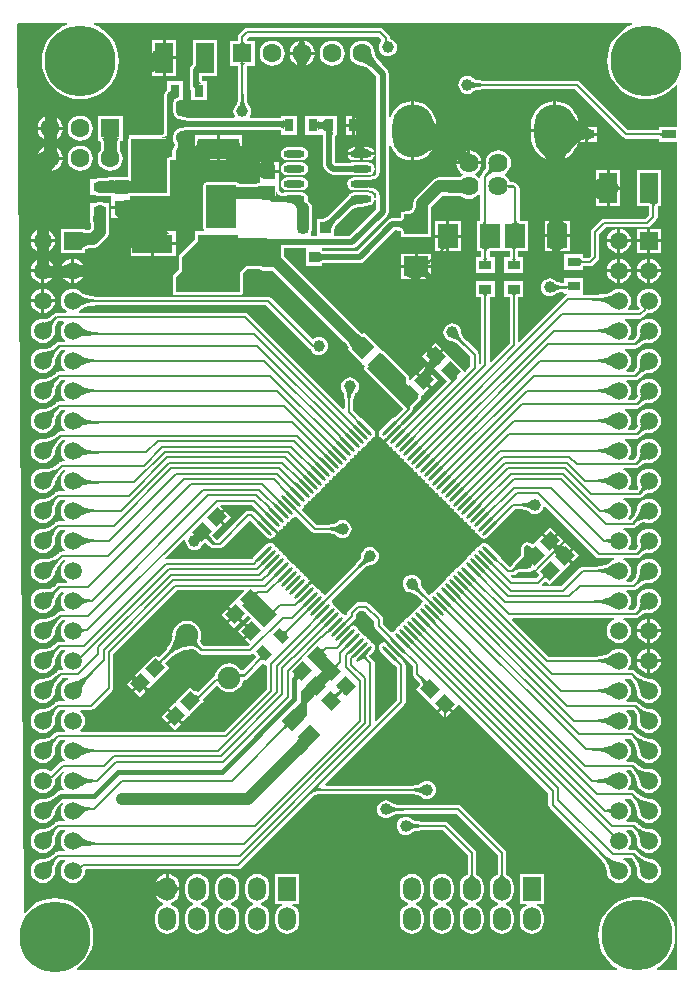
<source format=gtl>
G04*
G04 #@! TF.GenerationSoftware,Altium Limited,Altium Designer,20.1.12 (249)*
G04*
G04 Layer_Physical_Order=1*
G04 Layer_Color=255*
%FSTAX24Y24*%
%MOIN*%
G70*
G04*
G04 #@! TF.SameCoordinates,A4519483-63F0-4905-8E8D-142606AE7E66*
G04*
G04*
G04 #@! TF.FilePolarity,Positive*
G04*
G01*
G75*
%ADD13C,0.0200*%
%ADD14C,0.0150*%
G04:AMPARAMS|DCode=24|XSize=11.8mil|YSize=70.9mil|CornerRadius=0mil|HoleSize=0mil|Usage=FLASHONLY|Rotation=135.000|XOffset=0mil|YOffset=0mil|HoleType=Round|Shape=Round|*
%AMOVALD24*
21,1,0.0591,0.0118,0.0000,0.0000,225.0*
1,1,0.0118,0.0209,0.0209*
1,1,0.0118,-0.0209,-0.0209*
%
%ADD24OVALD24*%

G04:AMPARAMS|DCode=25|XSize=11.8mil|YSize=70.9mil|CornerRadius=0mil|HoleSize=0mil|Usage=FLASHONLY|Rotation=45.000|XOffset=0mil|YOffset=0mil|HoleType=Round|Shape=Round|*
%AMOVALD25*
21,1,0.0591,0.0118,0.0000,0.0000,135.0*
1,1,0.0118,0.0209,-0.0209*
1,1,0.0118,-0.0209,0.0209*
%
%ADD25OVALD25*%

%ADD26R,0.1378X0.0630*%
%ADD27R,0.0472X0.0315*%
%ADD28R,0.0315X0.0433*%
%ADD29R,0.0650X0.0800*%
G04:AMPARAMS|DCode=30|XSize=51.2mil|YSize=59.1mil|CornerRadius=0mil|HoleSize=0mil|Usage=FLASHONLY|Rotation=135.000|XOffset=0mil|YOffset=0mil|HoleType=Round|Shape=Rectangle|*
%AMROTATEDRECTD30*
4,1,4,0.0390,0.0028,-0.0028,-0.0390,-0.0390,-0.0028,0.0028,0.0390,0.0390,0.0028,0.0*
%
%ADD30ROTATEDRECTD30*%

%ADD31R,0.0354X0.0374*%
%ADD32R,0.0433X0.0472*%
%ADD33O,0.0709X0.0236*%
%ADD34R,0.0800X0.0650*%
G04:AMPARAMS|DCode=35|XSize=43.3mil|YSize=47.2mil|CornerRadius=0mil|HoleSize=0mil|Usage=FLASHONLY|Rotation=315.000|XOffset=0mil|YOffset=0mil|HoleType=Round|Shape=Rectangle|*
%AMROTATEDRECTD35*
4,1,4,-0.0320,-0.0014,0.0014,0.0320,0.0320,0.0014,-0.0014,-0.0320,-0.0320,-0.0014,0.0*
%
%ADD35ROTATEDRECTD35*%

%ADD36R,0.0433X0.0315*%
G04:AMPARAMS|DCode=37|XSize=31.5mil|YSize=43.3mil|CornerRadius=0mil|HoleSize=0mil|Usage=FLASHONLY|Rotation=225.000|XOffset=0mil|YOffset=0mil|HoleType=Round|Shape=Rectangle|*
%AMROTATEDRECTD37*
4,1,4,-0.0042,0.0264,0.0264,-0.0042,0.0042,-0.0264,-0.0264,0.0042,-0.0042,0.0264,0.0*
%
%ADD37ROTATEDRECTD37*%

G04:AMPARAMS|DCode=38|XSize=43.3mil|YSize=47.2mil|CornerRadius=0mil|HoleSize=0mil|Usage=FLASHONLY|Rotation=225.000|XOffset=0mil|YOffset=0mil|HoleType=Round|Shape=Rectangle|*
%AMROTATEDRECTD38*
4,1,4,-0.0014,0.0320,0.0320,-0.0014,0.0014,-0.0320,-0.0320,0.0014,-0.0014,0.0320,0.0*
%
%ADD38ROTATEDRECTD38*%

%ADD39R,0.0600X0.1000*%
%ADD64O,0.1378X0.1772*%
%ADD67C,0.0080*%
%ADD68C,0.0400*%
%ADD69C,0.0300*%
%ADD70O,0.0591X0.0787*%
%ADD71R,0.0591X0.0787*%
%ADD72R,0.0630X0.0630*%
%ADD73C,0.0630*%
%ADD74C,0.0598*%
%ADD75R,0.0598X0.0598*%
%ADD76C,0.2362*%
%ADD77C,0.0640*%
%ADD78C,0.0750*%
%ADD79C,0.0394*%
G36*
X038611Y04712D02*
X038639Y047104D01*
X038671Y047089D01*
X038708Y047076D01*
X038751Y047065D01*
X038798Y047056D01*
X03885Y047049D01*
X038969Y047041D01*
X039036Y04704D01*
Y04696D01*
X038969Y046959D01*
X038798Y046944D01*
X038751Y046935D01*
X038708Y046924D01*
X038671Y046911D01*
X038639Y046896D01*
X038611Y04688D01*
X038589Y046861D01*
Y047139D01*
X038611Y04712D01*
D02*
G37*
G36*
X043949Y049D02*
X043817Y048945D01*
X043645Y04884D01*
X043491Y048709D01*
X04336Y048555D01*
X043255Y048383D01*
X043178Y048197D01*
X043131Y048001D01*
X043115Y0478D01*
X043131Y047599D01*
X043178Y047403D01*
X043255Y047217D01*
X04336Y047045D01*
X043491Y046891D01*
X043645Y04676D01*
X043817Y046655D01*
X044003Y046578D01*
X044199Y046531D01*
X0444Y046515D01*
X044601Y046531D01*
X044797Y046578D01*
X044983Y046655D01*
X045155Y04676D01*
X045309Y046891D01*
X0454Y046998D01*
X04545Y04698D01*
Y045607D01*
X04495D01*
X044947Y045608D01*
X044945Y045608D01*
X044943Y045608D01*
X044939Y045607D01*
X044842D01*
Y045513D01*
X044841Y04551D01*
X04484Y045493D01*
X043809D01*
X042201Y047101D01*
X042155Y047132D01*
X0421Y047143D01*
X0421Y047143D01*
X038984D01*
X038973Y047143D01*
X03886Y04715D01*
X038814Y047157D01*
X038773Y047164D01*
X038738Y047173D01*
X038709Y047183D01*
X038687Y047194D01*
X038671Y047203D01*
X038662Y047211D01*
X038662Y047212D01*
X038658Y047215D01*
X038655Y047217D01*
X038654Y047218D01*
X0386Y047259D01*
X038527Y047289D01*
X03845Y047299D01*
X038373Y047289D01*
X0383Y047259D01*
X038238Y047212D01*
X038191Y04715D01*
X038161Y047077D01*
X038151Y047D01*
X038161Y046923D01*
X038191Y04685D01*
X038238Y046788D01*
X0383Y046741D01*
X038373Y046711D01*
X03845Y046701D01*
X038527Y046711D01*
X0386Y046741D01*
X038654Y046782D01*
X038655Y046783D01*
X038658Y046785D01*
X038662Y046788D01*
X038662Y046789D01*
X038671Y046797D01*
X038687Y046806D01*
X038709Y046817D01*
X038738Y046827D01*
X038773Y046836D01*
X038812Y046843D01*
X038975Y046857D01*
X038984Y046857D01*
X042041D01*
X043649Y045249D01*
X043649Y045249D01*
X043695Y045218D01*
X04375Y045207D01*
X04484D01*
X044841Y04519D01*
X044842Y045187D01*
Y045093D01*
X044939D01*
X044943Y045092D01*
X044945Y045092D01*
X044947Y045092D01*
X04495Y045093D01*
X04545D01*
X04545Y0175D01*
X044771D01*
X044757Y01755D01*
X044855Y01761D01*
X045009Y017741D01*
X04514Y017895D01*
X045245Y018067D01*
X045322Y018253D01*
X045369Y018449D01*
X045385Y01865D01*
X045369Y018851D01*
X045322Y019047D01*
X045245Y019233D01*
X04514Y019405D01*
X045009Y019559D01*
X044855Y01969D01*
X044683Y019795D01*
X044497Y019872D01*
X044301Y019919D01*
X0441Y019935D01*
X043899Y019919D01*
X043703Y019872D01*
X043517Y019795D01*
X043345Y01969D01*
X043191Y019559D01*
X04306Y019405D01*
X042955Y019233D01*
X042878Y019047D01*
X042831Y018851D01*
X042815Y01865D01*
X042831Y018449D01*
X042878Y018253D01*
X042955Y018067D01*
X04306Y017895D01*
X043191Y017741D01*
X043345Y01761D01*
X043443Y01755D01*
X043429Y0175D01*
X025449Y0175D01*
X025435Y017548D01*
X025455Y01756D01*
X025609Y017691D01*
X02574Y017845D01*
X025845Y018017D01*
X025922Y018203D01*
X025969Y018399D01*
X025985Y0186D01*
X025969Y018801D01*
X025922Y018997D01*
X025845Y019183D01*
X02574Y019355D01*
X025609Y019509D01*
X025455Y01964D01*
X025283Y019745D01*
X025097Y019822D01*
X024901Y019869D01*
X0247Y019885D01*
X024499Y019869D01*
X024303Y019822D01*
X024117Y019745D01*
X023945Y01964D01*
X023791Y019509D01*
X023708Y019411D01*
X023658Y019429D01*
X023426Y049015D01*
X023461Y04905D01*
X025089Y04905D01*
X025099Y049D01*
X024967Y048945D01*
X024795Y04884D01*
X024641Y048709D01*
X02451Y048555D01*
X024405Y048383D01*
X024328Y048197D01*
X024281Y048001D01*
X024265Y0478D01*
X024281Y047599D01*
X024328Y047403D01*
X024405Y047217D01*
X02451Y047045D01*
X024641Y046891D01*
X024795Y04676D01*
X024967Y046655D01*
X025153Y046578D01*
X025349Y046531D01*
X02555Y046515D01*
X025751Y046531D01*
X025947Y046578D01*
X026133Y046655D01*
X026305Y04676D01*
X026459Y046891D01*
X02659Y047045D01*
X026695Y047217D01*
X026772Y047403D01*
X026819Y047599D01*
X026835Y0478D01*
X026819Y048001D01*
X026772Y048197D01*
X026695Y048383D01*
X02659Y048555D01*
X026459Y048709D01*
X026305Y04884D01*
X026133Y048945D01*
X026001Y049D01*
X026011Y04905D01*
X043939Y04905D01*
X043949Y049D01*
D02*
G37*
G36*
X044943Y045194D02*
X044942Y045216D01*
X04494Y045236D01*
X044936Y045253D01*
X04493Y045268D01*
X044923Y045281D01*
X044914Y045291D01*
X044904Y0453D01*
X044892Y045305D01*
X044878Y045309D01*
X044863Y04531D01*
Y04539D01*
X044878Y045391D01*
X044892Y045395D01*
X044904Y0454D01*
X044914Y045409D01*
X044923Y045419D01*
X04493Y045432D01*
X044936Y045447D01*
X04494Y045464D01*
X044942Y045484D01*
X044943Y045506D01*
Y045194D01*
D02*
G37*
%LPC*%
G36*
X03555Y048893D02*
X03555Y048893D01*
X0311D01*
X0311Y048893D01*
X031045Y048882D01*
X030999Y048851D01*
X030849Y048701D01*
X030818Y048655D01*
X030807Y0486D01*
X030807Y0486D01*
Y048469D01*
X030795Y048467D01*
X030774Y048465D01*
X030765Y048465D01*
X030535D01*
Y047635D01*
X030744D01*
X030747Y047634D01*
X030775Y047634D01*
X030795Y047632D01*
X030807Y04763D01*
Y046647D01*
X030807Y046637D01*
X0308Y046523D01*
X030793Y046477D01*
X030786Y046436D01*
X030777Y046401D01*
X030767Y046372D01*
X030756Y04635D01*
X030747Y046335D01*
X030739Y046325D01*
X030738Y046325D01*
X030735Y046321D01*
X030733Y046318D01*
X030732Y046317D01*
X030691Y046263D01*
X030661Y046191D01*
X030651Y046113D01*
X030661Y046036D01*
X030691Y045963D01*
X030702Y045949D01*
X03068Y045904D01*
X029177D01*
X029142Y045905D01*
X029047Y045913D01*
X028966Y045927D01*
X028899Y045945D01*
X028846Y045966D01*
X028808Y04599D01*
X028782Y046014D01*
X028766Y046038D01*
X028756Y046066D01*
X028754Y046087D01*
Y046413D01*
X028757Y046431D01*
X028762Y046445D01*
X028767Y046454D01*
X028773Y046461D01*
X02878Y046467D01*
X028791Y046472D01*
X028806Y046477D01*
X028828Y046481D01*
X028861Y046483D01*
X028864Y046483D01*
X028957D01*
Y046581D01*
X028958Y046585D01*
X028958Y046587D01*
X028958Y04659D01*
X028957Y046592D01*
Y047117D01*
X028443D01*
Y046831D01*
X028406Y046794D01*
X028362Y046728D01*
X028346Y04665D01*
Y0457D01*
Y0455D01*
X028345Y045454D01*
X028339Y045383D01*
X028336Y045378D01*
X028324Y045367D01*
X028304Y045354D01*
X028273Y045342D01*
X028232Y045331D01*
X028181Y045322D01*
X02812Y045317D01*
X028064Y045315D01*
X027156D01*
Y04524D01*
X027156Y045239D01*
X027148Y0452D01*
Y043972D01*
X027115Y043937D01*
X027112Y043936D01*
X026688D01*
X026685Y043937D01*
X026681Y043936D01*
X026583D01*
Y043915D01*
X026362Y043903D01*
X0262D01*
X0262Y043903D01*
X026122Y043892D01*
X026049Y043862D01*
X026043Y043857D01*
X025883D01*
Y043343D01*
X026043D01*
X026049Y043338D01*
X026122Y043308D01*
X0262Y043297D01*
X026349D01*
X026426Y043297D01*
X026577Y04329D01*
X026583Y043289D01*
X026583Y04325D01*
X026583Y043214D01*
Y04295D01*
X0269D01*
X02705D01*
Y04315D01*
X027217D01*
Y043214D01*
X027217Y043236D01*
X02722Y043285D01*
X027438Y043297D01*
X027711D01*
X027716Y043298D01*
X02845D01*
X028489Y043306D01*
X028522Y043328D01*
X028544Y043361D01*
X028552Y0434D01*
Y044481D01*
X028637Y044484D01*
X02864Y044485D01*
X028734D01*
Y044582D01*
X028735Y044586D01*
X028735Y044588D01*
X028735Y044591D01*
X028734Y044593D01*
Y044818D01*
X028759Y04485D01*
X028789Y044923D01*
X028799Y045D01*
X028789Y045077D01*
X028759Y04515D01*
X028754Y045157D01*
Y045313D01*
X028756Y045334D01*
X028766Y045362D01*
X028782Y045386D01*
X028808Y04541D01*
X028846Y045434D01*
X028899Y045455D01*
X028966Y045473D01*
X029047Y045487D01*
X029142Y045495D01*
X029177Y045496D01*
X032176D01*
X032195Y045493D01*
X032211Y045489D01*
X032222Y045484D01*
X032228Y04548D01*
X032232Y045476D01*
X032235Y045472D01*
X032238Y045464D01*
X03224Y045452D01*
X032242Y045428D01*
X032243Y045426D01*
Y045333D01*
X03234D01*
X032344Y045333D01*
X032347Y045333D01*
X03235Y045333D01*
X032352Y045333D01*
X032757D01*
Y045967D01*
X032348D01*
X032344Y045967D01*
X03234Y045967D01*
X032243D01*
Y045909D01*
X032233Y045907D01*
X032194Y045904D01*
X03122D01*
X031198Y045949D01*
X031209Y045963D01*
X031239Y046036D01*
X031249Y046113D01*
X031239Y046191D01*
X031209Y046263D01*
X031168Y046317D01*
X031167Y046318D01*
X031165Y046321D01*
X031162Y046325D01*
X031161Y046325D01*
X031153Y046335D01*
X031144Y04635D01*
X031133Y046372D01*
X031123Y046401D01*
X031114Y046436D01*
X031107Y046475D01*
X031093Y046638D01*
X031093Y046647D01*
Y04763D01*
X031105Y047632D01*
X031125Y047634D01*
X031153Y047634D01*
X031156Y047635D01*
X031365D01*
Y048465D01*
X031135D01*
X031126Y048465D01*
X031105Y048467D01*
X031093Y048469D01*
Y048541D01*
X031159Y048607D01*
X035491D01*
X035586Y048512D01*
X035588Y048462D01*
X035541Y0484D01*
X035511Y048327D01*
X035501Y04825D01*
X035511Y048173D01*
X035541Y0481D01*
X035588Y048038D01*
X03565Y047991D01*
X035723Y047961D01*
X0358Y047951D01*
X035877Y047961D01*
X03595Y047991D01*
X036012Y048038D01*
X036059Y0481D01*
X036089Y048173D01*
X036099Y04825D01*
X036089Y048327D01*
X036059Y0484D01*
X036012Y048462D01*
X03595Y048509D01*
X035883Y048537D01*
Y04856D01*
X035883Y04856D01*
X035872Y048615D01*
X035841Y048661D01*
X035841Y048661D01*
X035651Y048851D01*
X035605Y048882D01*
X03555Y048893D01*
D02*
G37*
G36*
X033Y048462D02*
Y0481D01*
X033362D01*
X033354Y048158D01*
X033312Y048259D01*
X033246Y048346D01*
X033159Y048412D01*
X033058Y048454D01*
X033Y048462D01*
D02*
G37*
G36*
X0329D02*
X032842Y048454D01*
X032741Y048412D01*
X032654Y048346D01*
X032588Y048259D01*
X032546Y048158D01*
X032538Y0481D01*
X0329D01*
Y048462D01*
D02*
G37*
G36*
X02875Y0485D02*
X0284D01*
Y04795D01*
X02875D01*
Y0485D01*
D02*
G37*
G36*
X0283D02*
X02795D01*
Y048034D01*
X02798Y048092D01*
X028006Y048152D01*
X028026Y048213D01*
X02804Y048274D01*
X028048Y048336D01*
X028051Y048399D01*
Y04795D01*
X0283D01*
Y0485D01*
D02*
G37*
G36*
X0329Y048D02*
X032538D01*
X032546Y047942D01*
X032588Y047841D01*
X032654Y047754D01*
X032741Y047688D01*
X03277Y047675D01*
X03277Y047683D01*
X032759Y047737D01*
X032746Y047782D01*
X032731Y047816D01*
X032715Y04784D01*
X0329Y04783D01*
Y048D01*
D02*
G37*
G36*
X033362D02*
X033D01*
Y047825D01*
X033161Y047816D01*
X03313Y047783D01*
X033103Y047741D01*
X033079Y047692D01*
X033063Y047648D01*
X033159Y047688D01*
X033246Y047754D01*
X033312Y047841D01*
X033354Y047942D01*
X033362Y048D01*
D02*
G37*
G36*
X03395Y048469D02*
X033842Y048454D01*
X033741Y048412D01*
X033654Y048346D01*
X033588Y048259D01*
X033546Y048158D01*
X033531Y04805D01*
X033546Y047942D01*
X033588Y047841D01*
X033654Y047754D01*
X033741Y047688D01*
X033842Y047646D01*
X03395Y047631D01*
X034058Y047646D01*
X034159Y047688D01*
X034246Y047754D01*
X034312Y047841D01*
X034354Y047942D01*
X034369Y04805D01*
X034354Y048158D01*
X034312Y048259D01*
X034246Y048346D01*
X034159Y048412D01*
X034058Y048454D01*
X03395Y048469D01*
D02*
G37*
G36*
X03195D02*
X031842Y048454D01*
X031741Y048412D01*
X031654Y048346D01*
X031588Y048259D01*
X031546Y048158D01*
X031531Y04805D01*
X031546Y047942D01*
X031588Y047841D01*
X031654Y047754D01*
X031741Y047688D01*
X031842Y047646D01*
X03195Y047631D01*
X032058Y047646D01*
X032159Y047688D01*
X032246Y047754D01*
X032312Y047841D01*
X032354Y047942D01*
X032369Y04805D01*
X032354Y048158D01*
X032312Y048259D01*
X032246Y048346D01*
X032159Y048412D01*
X032058Y048454D01*
X03195Y048469D01*
D02*
G37*
G36*
X0283Y04785D02*
X028051D01*
Y047401D01*
X02805Y047422D01*
X028047Y047439D01*
X028041Y047451D01*
X028034Y047459D01*
X028024Y047462D01*
X028012Y04746D01*
X027997Y047454D01*
X027981Y047443D01*
X027962Y047428D01*
X02795Y047417D01*
Y0473D01*
X0283D01*
Y04785D01*
D02*
G37*
G36*
X02875D02*
X0284D01*
Y0473D01*
X02875D01*
Y04785D01*
D02*
G37*
G36*
X0301Y0485D02*
X0293D01*
Y047688D01*
X029256Y047644D01*
X029212Y047578D01*
X029196Y0475D01*
Y04695D01*
X029212Y046872D01*
X029243Y046826D01*
Y046483D01*
X029757D01*
Y047007D01*
X029758Y047008D01*
X029758Y047012D01*
X029758Y047015D01*
X029757Y047019D01*
Y047117D01*
X029665D01*
X029663Y047117D01*
X029641Y047119D01*
X029632Y047121D01*
X029626Y047123D01*
X029623Y047125D01*
X02962Y047129D01*
X029616Y047135D01*
X029611Y047146D01*
X029606Y047163D01*
X029604Y047181D01*
Y0473D01*
X0301D01*
Y0485D01*
D02*
G37*
G36*
X033694Y045967D02*
X03369Y045967D01*
X033593D01*
Y045967D01*
X033557D01*
Y045967D01*
X03346D01*
X033456Y045967D01*
X033452Y045967D01*
X03345D01*
X033447Y045967D01*
X033446Y045967D01*
X033043D01*
Y045333D01*
X033446D01*
X033447Y045333D01*
X03345Y045333D01*
X033452D01*
X033456Y045333D01*
X03346Y045333D01*
X033557D01*
Y045333D01*
X033593D01*
Y045333D01*
X033642D01*
X033644Y045325D01*
X033646Y045289D01*
Y044317D01*
X033662Y044239D01*
X033706Y044173D01*
X033823Y044056D01*
X033823Y044056D01*
X033889Y044012D01*
X033967Y043996D01*
X034515D01*
X034565Y043995D01*
X034599Y043992D01*
X034608Y043991D01*
X034612Y04399D01*
X034615Y043989D01*
X034625Y043988D01*
X034676Y043978D01*
X035148D01*
X035234Y043995D01*
X035306Y044043D01*
X035354Y044115D01*
X035371Y0442D01*
X035354Y044285D01*
X035306Y044357D01*
X035234Y044405D01*
X035148Y044422D01*
X034676D01*
X034628Y044413D01*
X034479Y044404D01*
X034054D01*
Y045296D01*
X034054Y0453D01*
X034056Y045324D01*
X034058Y045333D01*
X034107D01*
Y045431D01*
X034108Y045435D01*
X034107Y045438D01*
Y045967D01*
X033704D01*
X033703Y045967D01*
X0337Y045967D01*
X033698D01*
X033694Y045967D01*
D02*
G37*
G36*
X041412Y046452D02*
Y045467D01*
Y044818D01*
X041853Y044847D01*
X041909Y046083D01*
X041973Y04599D01*
X042143Y045769D01*
X042145Y045767D01*
X04214Y045818D01*
X042095Y045967D01*
X042021Y046104D01*
X041923Y046224D01*
X041803Y046323D01*
X041666Y046396D01*
X041517Y046441D01*
X041412Y046452D01*
D02*
G37*
G36*
X034907Y045967D02*
X0347D01*
Y0457D01*
X034907D01*
Y045967D01*
D02*
G37*
G36*
X0346D02*
X034393D01*
Y0457D01*
X0346D01*
Y045967D01*
D02*
G37*
G36*
X036672Y046452D02*
Y045517D01*
X037126D01*
X037219Y046008D01*
X037288Y045871D01*
X037415Y04565D01*
Y045664D01*
X0374Y045818D01*
X037354Y045967D01*
X037281Y046104D01*
X037183Y046224D01*
X037062Y046323D01*
X036925Y046396D01*
X036777Y046441D01*
X036672Y046452D01*
D02*
G37*
G36*
X0246Y045962D02*
Y0456D01*
X024962D01*
X024954Y045658D01*
X024912Y045759D01*
X024846Y045846D01*
X024759Y045912D01*
X024658Y045954D01*
X0246Y045962D01*
D02*
G37*
G36*
X0245D02*
X024442Y045954D01*
X024341Y045912D01*
X024254Y045846D01*
X024188Y045759D01*
X024146Y045658D01*
X024138Y0456D01*
X0245D01*
Y045962D01*
D02*
G37*
G36*
X042372Y045607D02*
X04233D01*
X042354Y045597D01*
X042372Y045595D01*
Y045607D01*
D02*
G37*
G36*
X041312Y046452D02*
X041208Y046441D01*
X041059Y046396D01*
X040922Y046323D01*
X040802Y046224D01*
X040703Y046104D01*
X04063Y045967D01*
X040585Y045818D01*
X040569Y045664D01*
Y045517D01*
X041312D01*
Y046452D01*
D02*
G37*
G36*
X042758Y045607D02*
X042472D01*
Y0454D01*
X042758D01*
Y045607D01*
D02*
G37*
G36*
X034907Y0456D02*
X0347D01*
Y045333D01*
X034907D01*
Y0456D01*
D02*
G37*
G36*
X0346D02*
X034393D01*
Y045333D01*
X0346D01*
Y0456D01*
D02*
G37*
G36*
X0245Y0455D02*
X024138D01*
X024146Y045442D01*
X024188Y045341D01*
X024254Y045254D01*
X024332Y045194D01*
X024327Y045327D01*
X024349D01*
X02435Y045423D01*
X0245D01*
Y0455D01*
D02*
G37*
G36*
X024962D02*
X0246D01*
Y045423D01*
X02475D01*
X024753Y045327D01*
X024773D01*
X024769Y045317D01*
X024765Y045294D01*
X024761Y045259D01*
X024758Y045189D01*
X024758Y045187D01*
X024759Y045188D01*
X024846Y045254D01*
X024912Y045341D01*
X024954Y045442D01*
X024962Y0455D01*
D02*
G37*
G36*
X02555Y045969D02*
X025442Y045954D01*
X025341Y045912D01*
X025254Y045846D01*
X025188Y045759D01*
X025146Y045658D01*
X025131Y04555D01*
X025146Y045442D01*
X025188Y045341D01*
X025254Y045254D01*
X025341Y045188D01*
X025442Y045146D01*
X02555Y045131D01*
X025658Y045146D01*
X025759Y045188D01*
X025846Y045254D01*
X025912Y045341D01*
X025954Y045442D01*
X025969Y04555D01*
X025954Y045658D01*
X025912Y045759D01*
X025846Y045846D01*
X025759Y045912D01*
X025658Y045954D01*
X02555Y045969D01*
D02*
G37*
G36*
X042758Y0453D02*
X042472D01*
Y045093D01*
X042758D01*
Y0453D01*
D02*
G37*
G36*
X042372Y045191D02*
X042349Y045188D01*
X042308Y045176D01*
X042263Y045156D01*
X042215Y045127D01*
X042167Y045093D01*
X042372D01*
Y045191D01*
D02*
G37*
G36*
X030939Y045315D02*
X0302D01*
Y04495D01*
X03026D01*
X030838Y045214D01*
X030841Y045145D01*
X030849Y045078D01*
X030863Y045013D01*
X030882Y04495D01*
X030939D01*
Y045315D01*
D02*
G37*
G36*
X0301D02*
X029361D01*
Y04495D01*
X029418D01*
X029437Y045013D01*
X029451Y045078D01*
X029459Y045145D01*
X029462Y045214D01*
X03004Y04495D01*
X0301D01*
Y045315D01*
D02*
G37*
G36*
X030939Y04485D02*
X030926D01*
X030939Y044824D01*
Y04485D01*
D02*
G37*
G36*
X029374D02*
X029361D01*
Y044824D01*
X029374Y04485D01*
D02*
G37*
G36*
X03845Y044817D02*
X038402Y044811D01*
X03845Y044766D01*
Y044817D01*
D02*
G37*
G36*
X035148Y044922D02*
X034985D01*
X034994Y044915D01*
X035025Y044893D01*
X035062Y044871D01*
X035105Y044848D01*
X035207Y044802D01*
X034962Y044795D01*
Y04475D01*
X035361D01*
X035354Y044785D01*
X035306Y044857D01*
X035234Y044905D01*
X035148Y044922D01*
D02*
G37*
G36*
X034704D02*
X034676D01*
X034591Y044905D01*
X034519Y044857D01*
X034471Y044785D01*
X034464Y04475D01*
X034862D01*
Y044792D01*
X034593Y044783D01*
X034617Y044804D01*
X034639Y044825D01*
X034659Y044846D01*
X034676Y044869D01*
X03469Y044892D01*
X034702Y044916D01*
X034704Y044922D01*
D02*
G37*
G36*
X024768Y044906D02*
X024773Y044773D01*
X024751D01*
X02475Y044677D01*
X0246D01*
Y0446D01*
X024962D01*
X024954Y044658D01*
X024912Y044759D01*
X024846Y044846D01*
X024768Y044906D01*
D02*
G37*
G36*
X024342Y044913D02*
X024341Y044912D01*
X024254Y044846D01*
X024188Y044759D01*
X024146Y044658D01*
X024138Y0446D01*
X0245D01*
Y044677D01*
X02435D01*
X024347Y044773D01*
X024327D01*
X024331Y044783D01*
X024335Y044806D01*
X024339Y044841D01*
X024342Y044911D01*
X024342Y044913D01*
D02*
G37*
G36*
X042122Y045056D02*
X042108Y045045D01*
X041986Y04493D01*
X04192Y044861D01*
X041887Y044824D01*
X041851Y044782D01*
X041755Y044649D01*
X041715Y044585D01*
X0417Y044556D01*
X041803Y044611D01*
X041923Y044709D01*
X042021Y04483D01*
X042095Y044967D01*
X042122Y045056D01*
D02*
G37*
G36*
X041312Y045417D02*
X040569D01*
Y04527D01*
X040585Y045115D01*
X04063Y044967D01*
X040703Y04483D01*
X040802Y044709D01*
X040922Y044611D01*
X041059Y044538D01*
X041103Y044524D01*
X041087Y04455D01*
X041044Y044608D01*
X040994Y044666D01*
X040938Y044725D01*
X040875Y044783D01*
X041312Y044811D01*
Y045417D01*
D02*
G37*
G36*
X0302Y044542D02*
Y044485D01*
X030479D01*
X030352Y044516D01*
X030207Y044541D01*
X0302Y044542D01*
D02*
G37*
G36*
X0301Y044542D02*
X030093Y044541D01*
X029948Y044516D01*
X029821Y044485D01*
X0301D01*
Y044542D01*
D02*
G37*
G36*
X037107Y045417D02*
X036672D01*
Y044482D01*
X036777Y044493D01*
X036925Y044538D01*
X037062Y044611D01*
X037183Y044709D01*
X037281Y04483D01*
X037282Y044831D01*
X03728Y044831D01*
X037217Y044807D01*
X037155Y04478D01*
X037092Y044749D01*
X036967Y044673D01*
X037107Y045417D01*
D02*
G37*
G36*
X03495Y048469D02*
X034842Y048454D01*
X034741Y048412D01*
X034654Y048346D01*
X034588Y048259D01*
X034546Y048158D01*
X034531Y04805D01*
X034546Y047942D01*
X034588Y047841D01*
X034654Y047754D01*
X034741Y047688D01*
X034842Y047646D01*
X03495Y047631D01*
X034954Y047632D01*
X034967Y047631D01*
X034994Y047623D01*
X03503Y047607D01*
X035074Y047582D01*
X035125Y047548D01*
X03518Y047507D01*
X035378Y047334D01*
X035421Y047291D01*
Y044087D01*
X035419Y044066D01*
X035409Y044038D01*
X035393Y044014D01*
X035367Y04399D01*
X035329Y043966D01*
X035276Y043945D01*
X035209Y043927D01*
X035164Y043919D01*
X035148Y043922D01*
X034676D01*
X034591Y043905D01*
X034519Y043857D01*
X034471Y043785D01*
X034454Y0437D01*
X034471Y043615D01*
X034519Y043543D01*
X034591Y043495D01*
X034676Y043478D01*
X035148D01*
X035164Y043481D01*
X035209Y043473D01*
X035276Y043455D01*
X035329Y043434D01*
X035367Y04341D01*
X035393Y043386D01*
X035409Y043362D01*
X035419Y043334D01*
X035421Y043313D01*
Y042859D01*
X034516Y041954D01*
X034044D01*
X033994Y041955D01*
X033994Y04205D01*
X033995Y042053D01*
X033996Y042095D01*
X034Y042131D01*
X034006Y042166D01*
X034014Y042198D01*
X034024Y042228D01*
X034036Y042256D01*
X03405Y042283D01*
X034067Y042309D01*
X034083Y042329D01*
X034285Y042531D01*
X034317Y042553D01*
X034634Y04287D01*
X034648Y042877D01*
X034673Y042886D01*
X035091Y042971D01*
X035139Y042978D01*
X035148D01*
X035171Y042982D01*
X035193Y042985D01*
X035202Y042988D01*
X035234Y042995D01*
X035306Y043043D01*
X035354Y043115D01*
X035371Y0432D01*
X035354Y043285D01*
X035306Y043357D01*
X035234Y043405D01*
X035148Y043422D01*
X034676D01*
X034591Y043405D01*
X034519Y043357D01*
X034497Y043325D01*
X034494Y043322D01*
X03449Y043315D01*
X034393Y043205D01*
X03405Y042863D01*
X034018Y042841D01*
X033793Y042616D01*
X033774Y042601D01*
X033749Y042584D01*
X033723Y04257D01*
X033696Y042558D01*
X033668Y042548D01*
X033639Y04254D01*
X033608Y042535D01*
X033576Y042531D01*
X033538Y04253D01*
X033535Y042529D01*
X03344D01*
Y042434D01*
X033439Y042431D01*
X03344Y042428D01*
X033439Y042424D01*
X03344Y042421D01*
X03344Y041955D01*
X033391Y041954D01*
X033294D01*
X033244Y041955D01*
Y042127D01*
X033259Y042164D01*
X03327Y042242D01*
Y042883D01*
X033259Y042961D01*
X033229Y043034D01*
X033181Y043097D01*
X033133Y043134D01*
X033146Y0432D01*
X033129Y043285D01*
X033081Y043357D01*
X033009Y043405D01*
X032924Y043422D01*
X032452D01*
X032404Y043413D01*
X032255Y043404D01*
X032248D01*
X032246Y043404D01*
X032233Y043408D01*
X032223Y043414D01*
X032213Y043422D01*
X032203Y043437D01*
X032192Y043459D01*
X032182Y04349D01*
X032174Y04353D01*
X032169Y043578D01*
X032167Y043638D01*
X032167Y043641D01*
X032167Y04375D01*
X032167Y043786D01*
Y04405D01*
X031635D01*
Y043865D01*
X031631Y043881D01*
X031621Y043896D01*
X031605Y043908D01*
X031581Y043919D01*
X031551Y043929D01*
X031533Y043932D01*
Y043786D01*
X031533Y043764D01*
X03153Y043715D01*
X031312Y043703D01*
X030835D01*
X030822Y043722D01*
X030789Y043744D01*
X03075Y043752D01*
X02975D01*
X029711Y043744D01*
X029678Y043722D01*
X029656Y043689D01*
X029648Y04365D01*
Y042225D01*
X029656Y042186D01*
X02967Y042165D01*
X029655Y042124D01*
X029648Y042115D01*
X029366D01*
Y041835D01*
X028853Y041322D01*
X028831Y041289D01*
X028823Y04125D01*
Y040842D01*
X028653Y040672D01*
X028631Y040639D01*
X028623Y0406D01*
Y0401D01*
X028631Y040061D01*
X028653Y040028D01*
X028686Y040006D01*
X028725Y039998D01*
X030875D01*
X030914Y040006D01*
X030947Y040028D01*
X030969Y040061D01*
X030977Y0401D01*
Y040708D01*
X031117Y040848D01*
X031524D01*
X031588Y040821D01*
X031667Y040811D01*
X031961D01*
X034344Y038428D01*
X03436Y038412D01*
X034441Y038321D01*
X034469Y038284D01*
X03449Y038254D01*
X034501Y038233D01*
X034454Y038187D01*
X034523Y038118D01*
X034525Y038115D01*
X034529Y038112D01*
X034948Y037693D01*
X034971Y037671D01*
X035024Y037617D01*
X035006Y037589D01*
X034998Y03755D01*
X035006Y037511D01*
X035028Y037478D01*
X0363Y036206D01*
X036032Y035938D01*
X03602Y035936D01*
X035967Y035901D01*
X035549Y035483D01*
X035514Y03543D01*
X035502Y035368D01*
X035508Y035337D01*
D01*
X035509Y035331D01*
X035514Y035306D01*
X035549Y035254D01*
X035602Y035218D01*
X035645Y03521D01*
X035653Y035167D01*
X03566Y035157D01*
X035721Y035217D01*
X035726Y035218D01*
X035779Y035254D01*
X035988Y035462D01*
X036196Y035671D01*
X036232Y035724D01*
X036233Y035729D01*
X036318Y035815D01*
X036318Y03582D01*
X03659Y036092D01*
X03659Y036092D01*
X03662Y036138D01*
X036631Y036193D01*
X036631Y036193D01*
Y036237D01*
X036872Y036478D01*
X036894Y036511D01*
X036902Y03655D01*
Y036604D01*
X036948Y036651D01*
X036964Y036666D01*
X036999Y036702D01*
X037186Y036888D01*
X037146Y036928D01*
X037139Y036929D01*
X037123Y036929D01*
X037107Y036925D01*
X037089Y036918D01*
X03707Y036907D01*
X037051Y036893D01*
X03703Y036876D01*
X037007Y036855D01*
X037114Y036961D01*
X037075Y037D01*
X037026Y037042D01*
X037016Y037047D01*
X037009Y037048D01*
X037017Y037057D01*
X036962Y037112D01*
X036738Y037336D01*
X036552Y03715D01*
X036502Y03717D01*
Y03725D01*
X036494Y037289D01*
X036472Y037322D01*
X035672Y038122D01*
X035639Y038144D01*
X035609Y03815D01*
X035529Y038229D01*
X035507Y038252D01*
X035088Y038671D01*
X035085Y038675D01*
X035082Y038677D01*
X035013Y038746D01*
X034967Y038699D01*
X034946Y03871D01*
X034918Y03873D01*
X034787Y038841D01*
X034772Y038856D01*
X032327Y041301D01*
Y041546D01*
X033017D01*
X033066Y041545D01*
X033066Y041496D01*
Y040971D01*
X033515D01*
X033519Y04097D01*
X033523Y040971D01*
X03362D01*
Y041046D01*
X033636Y04105D01*
X033658Y041053D01*
X03367Y041054D01*
X034858D01*
X034936Y041069D01*
X035002Y041114D01*
X036034Y042146D01*
X036065D01*
X036188Y042144D01*
X036195Y042143D01*
X036209Y042138D01*
X036218Y042132D01*
X036225Y042126D01*
X036231Y042117D01*
X036238Y042103D01*
X036244Y042084D01*
X036248Y042058D01*
X036249Y042021D01*
X03625Y042019D01*
Y041925D01*
X036347D01*
X036351Y041924D01*
X036354Y041925D01*
X036356Y041924D01*
X036359Y041925D01*
X03725D01*
Y042455D01*
X037253Y042475D01*
Y042925D01*
X037638Y04331D01*
X037671D01*
X038019Y043306D01*
X038195Y043298D01*
X038224Y043295D01*
X038224Y043295D01*
X038288Y043246D01*
X03839Y043203D01*
X0385Y043189D01*
X03861Y043203D01*
X038712Y043246D01*
X0388Y043313D01*
X038832Y043355D01*
X038882Y043338D01*
Y042451D01*
X038872Y042451D01*
X038869Y04245D01*
X038775D01*
Y042353D01*
X038774Y042349D01*
X038775Y042347D01*
X038774Y042345D01*
X038775Y042342D01*
Y041557D01*
X038774Y041554D01*
X038775Y041553D01*
X038774Y041551D01*
X038775Y041547D01*
Y04145D01*
X03887D01*
X038873Y041449D01*
X038895Y041449D01*
X038907Y041447D01*
Y041262D01*
X038895Y04126D01*
X038874Y041258D01*
X038865Y041257D01*
X038733D01*
Y040743D01*
X039367D01*
Y041257D01*
X039235D01*
X039226Y041258D01*
X039205Y04126D01*
X039193Y041262D01*
Y041446D01*
X039206Y041448D01*
X039226Y04145D01*
X039237Y04145D01*
X039625D01*
X039625Y041475D01*
X039815D01*
X039824Y041475D01*
X039845Y041473D01*
X039857Y041471D01*
Y041262D01*
X039845Y04126D01*
X039824Y041258D01*
X039815Y041257D01*
X039683D01*
Y040743D01*
X040317D01*
Y041257D01*
X040185D01*
X040176Y041258D01*
X040155Y04126D01*
X040143Y041262D01*
Y041471D01*
X040155Y041473D01*
X040176Y041475D01*
X040185Y041475D01*
X040475D01*
Y042475D01*
X040235D01*
X040226Y042475D01*
X040205Y042477D01*
X040193Y042479D01*
Y04355D01*
X040193Y04355D01*
X040182Y043605D01*
X040151Y043651D01*
X040088Y043714D01*
X040042Y043744D01*
X039987Y043755D01*
X039987Y043755D01*
X039964D01*
X039928Y043756D01*
X039906Y043759D01*
X039887Y043761D01*
X039876Y043764D01*
X039851Y043824D01*
X039784Y043912D01*
X039696Y043979D01*
X039692Y043981D01*
Y044031D01*
X039696Y044033D01*
X039784Y0441D01*
X039851Y044188D01*
X039893Y04429D01*
X039908Y0444D01*
X039893Y04451D01*
X039851Y044612D01*
X039784Y0447D01*
X039696Y044767D01*
X039594Y044809D01*
X039484Y044824D01*
X039375Y044809D01*
X039272Y044767D01*
X039185Y0447D01*
X039117Y044612D01*
X039075Y04451D01*
X039061Y0444D01*
X039075Y04429D01*
X039076Y044288D01*
X039076Y044287D01*
X039076Y044273D01*
X039073Y044255D01*
X039066Y044234D01*
X039055Y044209D01*
X03904Y044181D01*
X039019Y04415D01*
X03896Y044078D01*
X038948Y044066D01*
X038923Y044041D01*
X038892Y043995D01*
X038882Y04394D01*
X038882Y04394D01*
Y043887D01*
X038832Y04387D01*
X0388Y043912D01*
X038712Y043979D01*
X038707Y043981D01*
Y044031D01*
X038712Y044033D01*
X0388Y0441D01*
X038867Y044188D01*
X038909Y04429D01*
X038917Y04435D01*
X0385D01*
X038083D01*
X038091Y04429D01*
X038133Y044188D01*
X0382Y0441D01*
X038288Y044033D01*
X038293Y044031D01*
Y043981D01*
X038288Y043979D01*
X038236Y04394D01*
X037624Y043915D01*
X037513D01*
X037434Y043905D01*
X037361Y043875D01*
X037299Y043827D01*
X036736Y043264D01*
X036688Y043201D01*
X036658Y043128D01*
X036647Y04305D01*
Y043042D01*
X036645Y042991D01*
X036635Y042941D01*
X036621Y042901D01*
X036603Y042868D01*
X03658Y042842D01*
X036552Y042821D01*
X036516Y042802D01*
X036471Y042788D01*
X036416Y042779D01*
X036346Y042776D01*
X036344Y042775D01*
X03625D01*
Y042681D01*
X036249Y042679D01*
X036248Y042642D01*
X036244Y042616D01*
X036238Y042597D01*
X036231Y042583D01*
X036225Y042574D01*
X036218Y042568D01*
X036213Y042565D01*
X035987Y042554D01*
X03595D01*
X035872Y042538D01*
X035806Y042494D01*
X034773Y041462D01*
X03367D01*
X033658Y041463D01*
X033636Y041466D01*
X03362Y041469D01*
X03362Y041545D01*
X03367Y041546D01*
X0346D01*
X034678Y041562D01*
X034744Y041606D01*
X035769Y042631D01*
X035813Y042697D01*
X035829Y042775D01*
Y0437D01*
Y044994D01*
X035879Y045002D01*
X03589Y044967D01*
X035963Y04483D01*
X036061Y044709D01*
X036182Y044611D01*
X036319Y044538D01*
X036467Y044493D01*
X036572Y044482D01*
Y045467D01*
X036622D01*
D01*
X036572D01*
Y046452D01*
X036467Y046441D01*
X036319Y046396D01*
X036182Y046323D01*
X036061Y046224D01*
X035963Y046104D01*
X03589Y045967D01*
X035879Y045932D01*
X035829Y045939D01*
Y047375D01*
X035813Y047453D01*
X035769Y047519D01*
X035691Y047597D01*
X035605Y047688D01*
X035493Y047819D01*
X035452Y047875D01*
X035418Y047926D01*
X035393Y04797D01*
X035377Y048006D01*
X035369Y048033D01*
X035368Y048046D01*
X035369Y04805D01*
X035354Y048158D01*
X035312Y048259D01*
X035246Y048346D01*
X035159Y048412D01*
X035058Y048454D01*
X03495Y048469D01*
D02*
G37*
G36*
X032924Y044922D02*
X032452D01*
X032366Y044905D01*
X032294Y044857D01*
X032246Y044785D01*
X032229Y0447D01*
X032246Y044615D01*
X032294Y044543D01*
X032366Y044495D01*
X032452Y044478D01*
X032924D01*
X033009Y044495D01*
X033081Y044543D01*
X033129Y044615D01*
X033146Y0447D01*
X033129Y044785D01*
X033081Y044857D01*
X033009Y044905D01*
X032924Y044922D01*
D02*
G37*
G36*
X035361Y04465D02*
X034962D01*
Y044478D01*
X035148D01*
X035234Y044495D01*
X035306Y044543D01*
X035354Y044615D01*
X035361Y04465D01*
D02*
G37*
G36*
X034862D02*
X034464D01*
X034471Y044615D01*
X034519Y044543D01*
X034591Y044495D01*
X034676Y044478D01*
X034862D01*
Y04465D01*
D02*
G37*
G36*
X03855Y044817D02*
Y04445D01*
X038917D01*
X038909Y04451D01*
X038867Y044612D01*
X0388Y0447D01*
X038712Y044767D01*
X03861Y044809D01*
X03855Y044817D01*
D02*
G37*
G36*
X03845Y04467D02*
X03823Y04445D01*
X03845D01*
Y04467D01*
D02*
G37*
G36*
X038092Y044512D02*
X038091Y04451D01*
X038083Y04445D01*
X038147D01*
X038139Y044459D01*
X038092Y044512D01*
D02*
G37*
G36*
X0245Y0445D02*
X024138D01*
X024146Y044442D01*
X024188Y044341D01*
X024233Y044281D01*
X024266Y044415D01*
X0245Y044343D01*
Y0445D01*
D02*
G37*
G36*
X032167Y044436D02*
X0319D01*
Y04415D01*
X032167D01*
Y044436D01*
D02*
G37*
G36*
X0318D02*
X031533D01*
Y04434D01*
X031635Y044335D01*
Y04415D01*
X0318D01*
Y044436D01*
D02*
G37*
G36*
X024962Y0445D02*
X0246D01*
Y044313D01*
X024711Y044279D01*
X024671Y04425D01*
X024635Y044212D01*
X024603Y044166D01*
X0246Y04416D01*
Y044138D01*
X024658Y044146D01*
X024759Y044188D01*
X024846Y044254D01*
X024912Y044341D01*
X024954Y044442D01*
X024962Y0445D01*
D02*
G37*
G36*
X026965Y045965D02*
X026135D01*
Y045245D01*
X026134Y045243D01*
X026135Y045239D01*
X026134Y045236D01*
X026135Y045232D01*
Y045135D01*
X026213D01*
X026215Y045131D01*
X026223Y045108D01*
X026232Y045073D01*
X026238Y045029D01*
X026242Y044972D01*
X026237Y044848D01*
X026234Y04482D01*
X026188Y044759D01*
X026146Y044658D01*
X026131Y04455D01*
X026146Y044442D01*
X026188Y044341D01*
X026254Y044254D01*
X026341Y044188D01*
X026442Y044146D01*
X02655Y044131D01*
X026658Y044146D01*
X026759Y044188D01*
X026846Y044254D01*
X026912Y044341D01*
X026954Y044442D01*
X026969Y04455D01*
X026954Y044658D01*
X026912Y044759D01*
X026874Y04481D01*
X026865Y045051D01*
X026868Y045073D01*
X026877Y045108D01*
X026885Y045131D01*
X026887Y045135D01*
X026965D01*
Y045232D01*
X026966Y045236D01*
X026965Y045239D01*
X026966Y045243D01*
X026965Y045245D01*
Y045965D01*
D02*
G37*
G36*
X02555Y044969D02*
X025442Y044954D01*
X025341Y044912D01*
X025254Y044846D01*
X025188Y044759D01*
X025146Y044658D01*
X025131Y04455D01*
X025146Y044442D01*
X025188Y044341D01*
X025254Y044254D01*
X025341Y044188D01*
X025442Y044146D01*
X02555Y044131D01*
X025658Y044146D01*
X025759Y044188D01*
X025846Y044254D01*
X025912Y044341D01*
X025954Y044442D01*
X025969Y04455D01*
X025954Y044658D01*
X025912Y044759D01*
X025846Y044846D01*
X025759Y044912D01*
X025658Y044954D01*
X02555Y044969D01*
D02*
G37*
G36*
X032924Y044422D02*
X032452D01*
X032366Y044405D01*
X032294Y044357D01*
X032246Y044285D01*
X032229Y0442D01*
X032246Y044115D01*
X032294Y044043D01*
X032366Y043995D01*
X032452Y043978D01*
X032924D01*
X033009Y043995D01*
X033081Y044043D01*
X033129Y044115D01*
X033146Y0442D01*
X033129Y044285D01*
X033081Y044357D01*
X033009Y044405D01*
X032924Y044422D01*
D02*
G37*
G36*
X04355Y04415D02*
X0432D01*
Y0436D01*
X04355D01*
Y04415D01*
D02*
G37*
G36*
X0431D02*
X04275D01*
Y043824D01*
X042751Y043825D01*
X042787Y043858D01*
X042815Y043896D01*
X042835Y043941D01*
X042847Y043992D01*
X042851Y044049D01*
Y0436D01*
X0431D01*
Y04415D01*
D02*
G37*
G36*
X04315Y04355D02*
D01*
D01*
D01*
D02*
G37*
G36*
X032924Y043922D02*
X032452D01*
X032366Y043905D01*
X032294Y043857D01*
X032246Y043785D01*
X032229Y0437D01*
X032246Y043615D01*
X032294Y043543D01*
X032366Y043495D01*
X032452Y043478D01*
X032924D01*
X033009Y043495D01*
X033081Y043543D01*
X033129Y043615D01*
X033146Y0437D01*
X033129Y043785D01*
X033081Y043857D01*
X033009Y043905D01*
X032924Y043922D01*
D02*
G37*
G36*
X0431Y0435D02*
X042851D01*
Y043051D01*
X042847Y043108D01*
X042835Y043159D01*
X042815Y043204D01*
X042787Y043242D01*
X042751Y043275D01*
X04275Y043276D01*
Y04295D01*
X0431D01*
Y0435D01*
D02*
G37*
G36*
X04355D02*
X0432D01*
Y04295D01*
X04355D01*
Y0435D01*
D02*
G37*
G36*
X02705Y04285D02*
X02695D01*
Y042665D01*
X02705D01*
Y04285D01*
D02*
G37*
G36*
X02685D02*
X026583D01*
Y042564D01*
X026809D01*
X026809Y042565D01*
X02679Y042601D01*
X026769Y042629D01*
X026744Y042649D01*
X026716Y042661D01*
X026685Y042665D01*
X02685D01*
Y04285D01*
D02*
G37*
G36*
X0449Y04415D02*
X0441D01*
Y04295D01*
X044463D01*
X044474Y04295D01*
X044494Y042948D01*
X044507Y042946D01*
Y042659D01*
X044391Y042543D01*
X043D01*
X043Y042543D01*
X042945Y042532D01*
X042899Y042501D01*
X042899Y042501D01*
X042599Y042201D01*
X042568Y042155D01*
X042557Y0421D01*
X042557Y0421D01*
Y041309D01*
X042491Y041243D01*
X042318D01*
X042317Y04126D01*
X042317Y041263D01*
Y041357D01*
X042219D01*
X042215Y041358D01*
X042214Y041358D01*
X042212Y041358D01*
X042209Y041357D01*
X041683D01*
Y040843D01*
X042209D01*
X042212Y040842D01*
X042214Y040842D01*
X042215Y040842D01*
X042219Y040843D01*
X042317D01*
Y040937D01*
X042317Y04094D01*
X042318Y040957D01*
X04255D01*
X04255Y040957D01*
X042605Y040968D01*
X042651Y040999D01*
X042801Y041149D01*
X042801Y041149D01*
X042832Y041195D01*
X042843Y04125D01*
Y042041D01*
X043059Y042257D01*
X04445D01*
X04445Y042257D01*
X044505Y042268D01*
X044551Y042299D01*
X044751Y042499D01*
X044751Y042499D01*
X044782Y042545D01*
X044793Y0426D01*
X044793Y0426D01*
Y042949D01*
X044803Y042949D01*
X044806Y04295D01*
X0449D01*
Y043047D01*
X044901Y043051D01*
X0449Y043053D01*
X044901Y043055D01*
X0449Y043058D01*
Y04415D01*
D02*
G37*
G36*
X0262Y043103D02*
X026122Y043092D01*
X026049Y043062D01*
X026043Y043057D01*
X025883D01*
Y042648D01*
X025883Y042644D01*
X025883Y042642D01*
X025883Y04264D01*
X025883Y042622D01*
Y042543D01*
X025887D01*
X025897Y042258D01*
Y042225D01*
X025841Y042169D01*
X025836Y042169D01*
X025699Y042175D01*
Y042199D01*
X025602D01*
X025598Y0422D01*
X025594Y042199D01*
X024901D01*
Y041401D01*
X025586D01*
X025586Y041401D01*
X025587Y041401D01*
X025594D01*
X025598Y0414D01*
X025602Y041401D01*
X025699D01*
Y04149D01*
X025699Y04149D01*
X025701Y041508D01*
X025702Y041511D01*
X025705Y041515D01*
X025714Y041522D01*
X025732Y041532D01*
X02576Y041542D01*
X025798Y041551D01*
X025845Y041558D01*
X025901Y041562D01*
X02594Y041563D01*
X025966D01*
X026044Y041573D01*
X026117Y041604D01*
X02618Y041652D01*
X026414Y041886D01*
X026414Y041886D01*
X026462Y041949D01*
X026492Y042022D01*
X026503Y0421D01*
Y042292D01*
X026506Y04254D01*
X026506Y042543D01*
X026517D01*
Y04264D01*
X026517Y042644D01*
X026517Y042648D01*
Y043057D01*
X026357D01*
X026351Y043062D01*
X026278Y043092D01*
X0262Y043103D01*
D02*
G37*
G36*
X041875Y042475D02*
X041648D01*
X041648Y042474D01*
X041666Y042438D01*
X041688Y04241D01*
X041713Y04239D01*
X041742Y042378D01*
X041774Y042374D01*
X0415D01*
Y042025D01*
X041875D01*
Y042475D01*
D02*
G37*
G36*
X041186D02*
X041025D01*
Y042025D01*
X0414D01*
Y042374D01*
X041126D01*
X041141Y042378D01*
X041155Y04239D01*
X041167Y04241D01*
X041177Y042438D01*
X041186Y042474D01*
X041186Y042475D01*
D02*
G37*
G36*
X038225Y04245D02*
X03785D01*
Y042D01*
X038225D01*
Y04245D01*
D02*
G37*
G36*
X03775D02*
X037375D01*
Y042D01*
X03775D01*
Y04245D01*
D02*
G37*
G36*
X044899Y042199D02*
X04455D01*
Y04185D01*
X044899D01*
Y042199D01*
D02*
G37*
G36*
X04445D02*
X044101D01*
Y04185D01*
X04445D01*
Y042199D01*
D02*
G37*
G36*
X024509Y042143D02*
X024512Y042011D01*
X02435Y04185D01*
X024696D01*
X024689Y041904D01*
X024649Y042001D01*
X024585Y042085D01*
X024509Y042143D01*
D02*
G37*
G36*
X04355Y042196D02*
Y04185D01*
X043896D01*
X043889Y041904D01*
X043849Y042001D01*
X043785Y042085D01*
X043701Y042149D01*
X043604Y042189D01*
X04355Y042196D01*
D02*
G37*
G36*
X024096Y042147D02*
X024015Y042085D01*
X023951Y042001D01*
X023911Y041904D01*
X023904Y04185D01*
X02425D01*
X024088Y042011D01*
X024091Y04202D01*
X024093Y04204D01*
X024096Y042115D01*
X024096Y042147D01*
D02*
G37*
G36*
X04345Y042196D02*
X043396Y042189D01*
X043299Y042149D01*
X043215Y042085D01*
X043151Y042001D01*
X043111Y041904D01*
X043104Y04185D01*
X04345D01*
Y042196D01*
D02*
G37*
G36*
X028739Y042115D02*
X02845D01*
Y04208D01*
X028452Y042078D01*
X02849Y04205D01*
X028533Y04203D01*
X028583Y042018D01*
X028638Y042014D01*
X02845D01*
Y04175D01*
X028739D01*
Y042115D01*
D02*
G37*
G36*
X041875Y041925D02*
X0415D01*
Y041576D01*
X041774D01*
X041722Y041574D01*
X041675Y041568D01*
X041634Y041558D01*
X041599Y041544D01*
X041568Y041526D01*
X041544Y041504D01*
X041525Y041478D01*
X041523Y041475D01*
X041875D01*
Y041925D01*
D02*
G37*
G36*
X0414D02*
X041025D01*
Y041475D01*
X041285D01*
X041284Y041478D01*
X041272Y041504D01*
X041257Y041526D01*
X041237Y041544D01*
X041215Y041558D01*
X041189Y041568D01*
X041159Y041574D01*
X041126Y041576D01*
X0414D01*
Y041925D01*
D02*
G37*
G36*
X024696Y04175D02*
X02435D01*
X024479Y041621D01*
X0245D01*
X0245Y0416D01*
X024512Y041589D01*
X024509Y041457D01*
X024585Y041515D01*
X024649Y041599D01*
X024689Y041696D01*
X024696Y04175D01*
D02*
G37*
G36*
X02425D02*
X023904D01*
X023911Y041696D01*
X023951Y041599D01*
X024015Y041515D01*
X024096Y041453D01*
X024096Y041485D01*
X024093Y04156D01*
X024091Y04158D01*
X024088Y041589D01*
X0241Y0416D01*
X0241Y041621D01*
X024121D01*
X02425Y04175D01*
D02*
G37*
G36*
X038225Y0419D02*
X03785D01*
Y041552D01*
X037937Y041552D01*
X037894Y041552D01*
X03785Y041548D01*
Y04145D01*
X038225D01*
Y0419D01*
D02*
G37*
G36*
X03775D02*
X037375D01*
Y04145D01*
X03775D01*
Y041537D01*
X037727Y041531D01*
X037704Y041524D01*
X037684Y041515D01*
X037667Y041505D01*
X037654Y041495D01*
X037541D01*
X037551Y041505D01*
X037557Y041515D01*
X037559Y041523D01*
X037558Y041531D01*
X037553Y041537D01*
X037545Y041542D01*
X037533Y041546D01*
X037518Y041549D01*
X037499Y041551D01*
X037476Y041551D01*
X03775Y041552D01*
Y0419D01*
D02*
G37*
G36*
X043896Y04175D02*
X04355D01*
Y041404D01*
X043604Y041411D01*
X043701Y041451D01*
X043785Y041515D01*
X043849Y041599D01*
X043889Y041696D01*
X043896Y04175D01*
D02*
G37*
G36*
X04345D02*
X043104D01*
X043111Y041696D01*
X043151Y041599D01*
X043215Y041515D01*
X043299Y041451D01*
X043396Y041411D01*
X04345Y041404D01*
Y04175D01*
D02*
G37*
G36*
X044899Y04175D02*
X04455D01*
Y041401D01*
X044899D01*
Y04175D01*
D02*
G37*
G36*
X04445D02*
X044101D01*
Y041401D01*
X04445D01*
Y04175D01*
D02*
G37*
G36*
X028739Y04165D02*
X02845D01*
Y04155D01*
X028D01*
Y041285D01*
X028739D01*
Y04165D01*
D02*
G37*
G36*
X0279Y04155D02*
X027161D01*
Y041285D01*
X0279D01*
Y04155D01*
D02*
G37*
G36*
X02535Y041196D02*
Y04085D01*
X025511D01*
Y041012D01*
X02552Y041009D01*
X02554Y041007D01*
X025615Y041004D01*
X025647Y041004D01*
X025585Y041085D01*
X025501Y041149D01*
X025404Y041189D01*
X02535Y041196D01*
D02*
G37*
G36*
X03725Y041375D02*
X0368D01*
Y041D01*
X037148D01*
X037149Y041274D01*
X037149Y041242D01*
X037154Y041191D01*
X037158Y041173D01*
X037163Y041159D01*
X037169Y04115D01*
X037177Y041145D01*
X037185Y041145D01*
X037195Y04115D01*
X037205Y041159D01*
Y041046D01*
X037194Y041033D01*
X037185Y041016D01*
X037178Y041D01*
X03725D01*
Y041375D01*
D02*
G37*
G36*
X0367D02*
X03625D01*
Y041D01*
X0367D01*
Y041375D01*
D02*
G37*
G36*
X024509Y041143D02*
X024512Y041011D01*
X024501D01*
X0245Y040979D01*
X02435Y040979D01*
Y04085D01*
X024466D01*
X024443Y04095D01*
X02452Y04095D01*
X024523Y041D01*
X024537Y04099D01*
X024562Y040982D01*
X024599Y040974D01*
X024646Y040968D01*
X024663Y040967D01*
X024649Y041001D01*
X024585Y041085D01*
X024509Y041143D01*
D02*
G37*
G36*
X04455Y041196D02*
Y04085D01*
X044896D01*
X044889Y040904D01*
X044849Y041001D01*
X044785Y041085D01*
X044701Y041149D01*
X044604Y041189D01*
X04455Y041196D01*
D02*
G37*
G36*
X02525Y041196D02*
X025196Y041189D01*
X025099Y041149D01*
X025015Y041085D01*
X024951Y041001D01*
X024941Y040976D01*
X025038Y040982D01*
X025063Y04099D01*
X025077Y041D01*
X02508Y040952D01*
X025157Y04095D01*
X025134Y04085D01*
X02525D01*
Y041196D01*
D02*
G37*
G36*
X04445Y041196D02*
X044396Y041189D01*
X044299Y041149D01*
X044215Y041085D01*
X044151Y041001D01*
X044111Y040904D01*
X044104Y04085D01*
X04445D01*
Y041196D01*
D02*
G37*
G36*
X024096Y041147D02*
X024015Y041085D01*
X023951Y041001D01*
X023911Y040904D01*
X023904Y04085D01*
X02425D01*
Y040979D01*
X0241Y040979D01*
X0241Y041011D01*
X024088D01*
X024091Y04102D01*
X024093Y04104D01*
X024096Y041115D01*
X024096Y041147D01*
D02*
G37*
G36*
X04355Y041196D02*
Y04085D01*
X043896D01*
X043889Y040904D01*
X043849Y041001D01*
X043785Y041085D01*
X043701Y041149D01*
X043604Y041189D01*
X04355Y041196D01*
D02*
G37*
G36*
X04345Y041196D02*
X043396Y041189D01*
X043299Y041149D01*
X043215Y041085D01*
X043151Y041001D01*
X043111Y040904D01*
X043104Y04085D01*
X04345D01*
Y041196D01*
D02*
G37*
G36*
X03725Y0409D02*
X037155D01*
X03715Y040846D01*
X037148Y040806D01*
X037148Y040763D01*
X037148Y0409D01*
X0368D01*
Y040626D01*
X037149D01*
X037083Y040624D01*
X037023Y040618D01*
X036971Y040608D01*
X036926Y040594D01*
X036887Y040576D01*
X036856Y040554D01*
X036831Y040528D01*
X03683Y040525D01*
X03725D01*
Y0409D01*
D02*
G37*
G36*
X02525Y04075D02*
X02511D01*
X025095Y040686D01*
X025101Y040576D01*
X025069Y040575D01*
X025063Y04055D01*
X024986Y040554D01*
X025015Y040515D01*
X025099Y040451D01*
X025196Y040411D01*
X02525Y040404D01*
Y04075D01*
D02*
G37*
G36*
X0367Y0409D02*
X03625D01*
Y040525D01*
X036579D01*
X036578Y040528D01*
X03656Y040554D01*
X036538Y040576D01*
X03651Y040594D01*
X036478Y040608D01*
X036441Y040618D01*
X036398Y040624D01*
X036351Y040626D01*
X0367D01*
Y0409D01*
D02*
G37*
G36*
X044896Y04075D02*
X04455D01*
Y040404D01*
X044604Y040411D01*
X044701Y040451D01*
X044785Y040515D01*
X044849Y040599D01*
X044889Y040696D01*
X044896Y04075D01*
D02*
G37*
G36*
X04445D02*
X044104D01*
X044111Y040696D01*
X044151Y040599D01*
X044215Y040515D01*
X044299Y040451D01*
X044396Y040411D01*
X04445Y040404D01*
Y04075D01*
D02*
G37*
G36*
X04345Y04075D02*
X043104D01*
X043111Y040696D01*
X043151Y040599D01*
X043215Y040515D01*
X043299Y040451D01*
X043396Y040411D01*
X04345Y040404D01*
Y04075D01*
D02*
G37*
G36*
X02425Y04075D02*
X023904D01*
X023911Y040696D01*
X023951Y040599D01*
X024015Y040515D01*
X024099Y040451D01*
X024196Y040411D01*
X02425Y040404D01*
Y04075D01*
D02*
G37*
G36*
X025511D02*
X02535D01*
Y040404D01*
X025404Y040411D01*
X025501Y040451D01*
X025585Y040515D01*
X025643Y040591D01*
X025511Y040588D01*
Y04075D01*
D02*
G37*
G36*
X02449D02*
X02435D01*
Y040404D01*
X024404Y040411D01*
X024501Y040451D01*
X024585Y040515D01*
X024614Y040554D01*
X024537Y04055D01*
X024531Y040575D01*
X024499Y040576D01*
X024505Y040686D01*
X02449Y04075D01*
D02*
G37*
G36*
X043896Y04075D02*
X04355D01*
Y040404D01*
X043604Y040411D01*
X043701Y040451D01*
X043785Y040515D01*
X043849Y040599D01*
X043889Y040696D01*
X043896Y04075D01*
D02*
G37*
G36*
X042317Y040557D02*
X041683D01*
Y040445D01*
X041675Y040429D01*
X041644Y040398D01*
X04161Y0404D01*
X041564Y040407D01*
X041523Y040414D01*
X041488Y040423D01*
X041459Y040433D01*
X041437Y040444D01*
X041421Y040453D01*
X041412Y040461D01*
X041412Y040462D01*
X041408Y040465D01*
X041405Y040467D01*
X041404Y040468D01*
X04135Y040509D01*
X041277Y040539D01*
X0412Y040549D01*
X041123Y040539D01*
X04105Y040509D01*
X040988Y040462D01*
X040941Y0404D01*
X040911Y040327D01*
X040901Y04025D01*
X040911Y040173D01*
X040941Y0401D01*
X040988Y040038D01*
X04105Y039991D01*
X041123Y039961D01*
X0412Y039951D01*
X041277Y039961D01*
X04135Y039991D01*
X041404Y040032D01*
X041405Y040033D01*
X041408Y040035D01*
X041412Y040038D01*
X041412Y040039D01*
X041421Y040047D01*
X041437Y040056D01*
X041459Y040067D01*
X041488Y040077D01*
X041523Y040086D01*
X041562Y040093D01*
X041647Y0401D01*
X041683Y040067D01*
Y040043D01*
X041781D01*
X041784Y040042D01*
X041788Y040038D01*
X041769Y039984D01*
X041769Y039983D01*
X041761Y039982D01*
X041715Y039951D01*
X041715Y039951D01*
X040189Y038425D01*
X040143Y038444D01*
Y039938D01*
X040155Y03994D01*
X040176Y039942D01*
X040185Y039943D01*
X040317D01*
Y040457D01*
X039683D01*
Y039943D01*
X039815D01*
X039824Y039942D01*
X039845Y03994D01*
X039857Y039938D01*
Y038371D01*
X039239Y037753D01*
X039193Y037772D01*
Y039938D01*
X039205Y03994D01*
X039226Y039942D01*
X039235Y039943D01*
X039367D01*
Y040457D01*
X038733D01*
Y039943D01*
X038865D01*
X038874Y039942D01*
X038895Y03994D01*
X038907Y039938D01*
Y037716D01*
X038879Y037693D01*
X038832Y037714D01*
Y038011D01*
X038832Y038011D01*
X038821Y038066D01*
X03879Y038112D01*
X03879Y038112D01*
X038429Y038473D01*
X038421Y038481D01*
X038346Y038566D01*
X038318Y038603D01*
X038295Y038638D01*
X038276Y038669D01*
X038263Y038696D01*
X038255Y038719D01*
X03825Y038737D01*
X038249Y038749D01*
X038249Y03875D01*
X038249Y038755D01*
X038248Y038759D01*
X038248Y03876D01*
X038239Y038827D01*
X038209Y0389D01*
X038162Y038962D01*
X0381Y039009D01*
X038027Y039039D01*
X03795Y039049D01*
X037873Y039039D01*
X0378Y039009D01*
X037738Y038962D01*
X037691Y0389D01*
X037661Y038827D01*
X037651Y03875D01*
X037661Y038673D01*
X037691Y0386D01*
X037738Y038538D01*
X0378Y038491D01*
X037873Y038461D01*
X03794Y038452D01*
X037941Y038452D01*
X037945Y038451D01*
X03795Y038451D01*
X037951Y038451D01*
X037963Y03845D01*
X037981Y038445D01*
X038004Y038437D01*
X038031Y038424D01*
X038062Y038405D01*
X038095Y038383D01*
X03822Y038278D01*
X038227Y038271D01*
X038546Y037952D01*
Y03762D01*
X038396Y03747D01*
X038359Y037439D01*
X03829Y037507D01*
X038288Y037511D01*
X038287Y037511D01*
X038286Y037512D01*
X038284Y037514D01*
X037899Y037898D01*
X037884Y037914D01*
X037848Y037949D01*
X037662Y038136D01*
X037438Y037912D01*
X037286Y03776D01*
X037416Y037629D01*
X037415Y037627D01*
X037411Y037623D01*
X037383Y037592D01*
X037347Y037556D01*
X037401Y037502D01*
X037416Y037486D01*
X037452Y037451D01*
X037777Y037126D01*
X036394Y035743D01*
X036389Y035744D01*
X036303Y035658D01*
X036298Y035657D01*
X036245Y035622D01*
X036037Y035413D01*
X035828Y035205D01*
X035793Y035152D01*
X035792Y035147D01*
X035731Y035086D01*
X035741Y035079D01*
X035784Y035071D01*
X035793Y035028D01*
X035828Y034975D01*
X03588Y03494D01*
X035923Y034932D01*
X035925Y034925D01*
X035932Y034889D01*
X035967Y034836D01*
X03602Y034801D01*
X036056Y034794D01*
X036063Y034792D01*
X036071Y034749D01*
X036106Y034697D01*
X036159Y034662D01*
X036202Y034653D01*
X03621Y03461D01*
X036245Y034558D01*
X036298Y034523D01*
X036341Y034514D01*
X036349Y034471D01*
X036385Y034418D01*
X036437Y034383D01*
X03648Y034375D01*
X036481Y034369D01*
X036489Y034332D01*
X036489Y034332D01*
X036524Y034279D01*
X036576Y034244D01*
X036619Y034236D01*
X036622Y034222D01*
X036628Y034193D01*
X036663Y03414D01*
X036716Y034105D01*
X036752Y034098D01*
X036758Y034096D01*
X03676Y03409D01*
X036767Y034054D01*
X036802Y034001D01*
X036855Y033966D01*
X036892Y033958D01*
X036898Y033957D01*
X036899Y033951D01*
X036904Y033924D01*
X036906Y033914D01*
X036941Y033862D01*
X036994Y033827D01*
X037037Y033818D01*
X037045Y033775D01*
X037081Y033723D01*
X037133Y033687D01*
X037176Y033679D01*
X037177Y033673D01*
X037185Y033636D01*
X03722Y033583D01*
X037272Y033548D01*
X037309Y033541D01*
X037315Y03354D01*
X037321Y03351D01*
X037324Y033497D01*
X037359Y033444D01*
X037412Y033409D01*
X037448Y033402D01*
X037454Y0334D01*
X037456Y033394D01*
X037457Y033388D01*
X037463Y033358D01*
X037498Y033305D01*
X037551Y03327D01*
X037594Y033261D01*
X037602Y033218D01*
X037637Y033166D01*
X03769Y033131D01*
X037733Y033122D01*
X037734Y033116D01*
X037741Y033079D01*
X037777Y033027D01*
X037829Y032991D01*
X037866Y032984D01*
X037872Y032983D01*
X037873Y032977D01*
X037881Y03294D01*
X037916Y032887D01*
X037968Y032852D01*
X038005Y032845D01*
X038011Y032844D01*
X03802Y032801D01*
X038055Y032748D01*
X038108Y032713D01*
X03815Y032704D01*
X038152Y032698D01*
X038159Y032662D01*
X038194Y032609D01*
X038247Y032574D01*
X038284Y032566D01*
X03829Y032565D01*
X038298Y032524D01*
X038298Y032522D01*
X038333Y03247D01*
X038386Y032435D01*
X038423Y032427D01*
X038429Y032426D01*
X038437Y032383D01*
X038473Y032331D01*
X038525Y032295D01*
X038568Y032287D01*
X038569Y032281D01*
X038573Y03226D01*
X038577Y032244D01*
X038612Y032191D01*
X038664Y032156D01*
X038707Y032148D01*
X038716Y032105D01*
X038751Y032052D01*
X038804Y032017D01*
X038846Y032008D01*
X038855Y031966D01*
X03889Y031913D01*
X038943Y031878D01*
X039005Y031865D01*
X039067Y031878D01*
X039119Y031913D01*
X039537Y032331D01*
X039572Y032383D01*
X039575Y032396D01*
X040036Y032857D01*
X040163D01*
X040173Y032857D01*
X040287Y03285D01*
X040333Y032843D01*
X040374Y032836D01*
X040409Y032827D01*
X040438Y032817D01*
X04046Y032806D01*
X040475Y032797D01*
X040484Y032789D01*
X040485Y032788D01*
X040489Y032785D01*
X040492Y032783D01*
X040493Y032782D01*
X040547Y032741D01*
X040619Y032711D01*
X040697Y032701D01*
X040774Y032711D01*
X040847Y032741D01*
X040909Y032788D01*
X040956Y03285D01*
X040986Y032923D01*
X040988Y032939D01*
X041041Y032957D01*
X042738Y03126D01*
X042784Y031229D01*
X042839Y031218D01*
X042839Y031218D01*
X043335D01*
X043345Y031168D01*
X043299Y031149D01*
X043215Y031085D01*
X043212Y03108D01*
X043189Y031061D01*
X043155Y031038D01*
X043114Y031018D01*
X043064Y030999D01*
X043007Y030982D01*
X042942Y030968D01*
X04287Y030957D01*
X042699Y030944D01*
X042649Y030943D01*
X0423D01*
X042245Y030932D01*
X042199Y030901D01*
X042199Y030901D01*
X041581Y030283D01*
X040955D01*
X040935Y030333D01*
X041055Y030453D01*
X041102Y030432D01*
X041191Y030343D01*
X041651Y030803D01*
X041667Y030819D01*
X041702Y030854D01*
X041888Y031041D01*
X041665Y031265D01*
X041513Y031416D01*
X041407Y03131D01*
X041428Y031332D01*
X041446Y031353D01*
X04146Y031373D01*
X04147Y031392D01*
X041478Y031409D01*
X041482Y031426D01*
X041482Y031441D01*
X04148Y031449D01*
X041441Y031488D01*
X041254Y031302D01*
X041238Y031286D01*
X041203Y031251D01*
X040743Y030791D01*
X040832Y030702D01*
X040853Y030655D01*
X040745Y030547D01*
X039963D01*
X039899Y030611D01*
X039919Y030657D01*
X039976D01*
X039976Y030657D01*
X040031Y030668D01*
X040064Y03069D01*
X04007Y030693D01*
X040074Y030697D01*
X040077Y030699D01*
X04008Y030702D01*
X040116Y030732D01*
X040124Y030737D01*
X040148Y030751D01*
X040174Y030762D01*
X040201Y03077D01*
X040231Y030774D01*
X040263Y030776D01*
X040297Y030775D01*
X040335Y030769D01*
X04037Y030762D01*
X040373Y030761D01*
X040377Y03076D01*
X040379Y03076D01*
X04038Y03076D01*
X04045Y030751D01*
X040527Y030761D01*
X0406Y030791D01*
X040644Y030825D01*
X040689Y030841D01*
X040689D01*
X040689Y030841D01*
X040757Y03091D01*
X040761Y030912D01*
X040761Y030913D01*
X040762Y030913D01*
X040764Y030916D01*
X041148Y031301D01*
X041164Y031316D01*
X041199Y031352D01*
X041345Y031497D01*
X041343Y031503D01*
X041333Y031536D01*
X04132Y031569D01*
X041315Y031579D01*
X041309Y031578D01*
X041292Y03157D01*
X041273Y03156D01*
X041253Y031546D01*
X041232Y031528D01*
X04121Y031507D01*
X041304Y031601D01*
X041304Y031602D01*
X041284Y031635D01*
X041273Y031651D01*
X041162Y031762D01*
X040938Y031986D01*
X040752Y031799D01*
X040716Y031764D01*
X040653Y0317D01*
X040604Y031689D01*
X040594Y031699D01*
X040528Y031743D01*
X04045Y031759D01*
X040372Y031743D01*
X040306Y031699D01*
X040262Y031633D01*
X040246Y031555D01*
Y031455D01*
X040244Y031393D01*
X040239Y031337D01*
X039978Y031032D01*
X039978Y031032D01*
X039977Y031031D01*
X039904Y030943D01*
X039849D01*
X039574Y031218D01*
X039572Y031227D01*
X039537Y031279D01*
X039119Y031697D01*
X039067Y031732D01*
X039005Y031744D01*
X038943Y031732D01*
X03889Y031697D01*
X038855Y031644D01*
X038846Y031601D01*
X038804Y031593D01*
X038751Y031558D01*
X038716Y031505D01*
X038707Y031462D01*
X038664Y031454D01*
X038612Y031419D01*
X038577Y031366D01*
X038568Y031323D01*
X038525Y031314D01*
X038473Y031279D01*
X038437Y031227D01*
X038429Y031184D01*
X038386Y031175D01*
X038333Y03114D01*
X038298Y031088D01*
X03829Y031045D01*
X038247Y031036D01*
X038194Y031001D01*
X038159Y030948D01*
X03815Y030905D01*
X038108Y030897D01*
X038055Y030862D01*
X03802Y030809D01*
X038011Y030766D01*
X037968Y030758D01*
X037916Y030723D01*
X037881Y03067D01*
X037872Y030627D01*
X037829Y030619D01*
X037777Y030583D01*
X037741Y030531D01*
X037733Y030488D01*
X03769Y030479D01*
X037637Y030444D01*
X037602Y030392D01*
X037594Y030349D01*
X037551Y03034D01*
X037498Y030305D01*
X037463Y030252D01*
X037454Y030209D01*
X037412Y030201D01*
X037359Y030166D01*
X037324Y030113D01*
X037315Y03007D01*
X037272Y030062D01*
X03722Y030027D01*
X037211Y030013D01*
X037161Y030009D01*
X037079Y030091D01*
X037071Y030099D01*
X036996Y030184D01*
X036968Y030221D01*
X036945Y030256D01*
X036926Y030287D01*
X036913Y030314D01*
X036905Y030337D01*
X0369Y030355D01*
X036899Y030367D01*
X036899Y030368D01*
X036899Y030373D01*
X036898Y030377D01*
X036898Y030378D01*
X036889Y030445D01*
X036859Y030518D01*
X036812Y03058D01*
X03675Y030627D01*
X036677Y030657D01*
X0366Y030667D01*
X036523Y030657D01*
X03645Y030627D01*
X036388Y03058D01*
X036341Y030518D01*
X036311Y030445D01*
X036301Y030368D01*
X036311Y03029D01*
X036341Y030218D01*
X036388Y030156D01*
X03645Y030109D01*
X036523Y030079D01*
X03659Y03007D01*
X036591Y030069D01*
X036595Y030069D01*
X0366Y030069D01*
X036601Y030069D01*
X036613Y030068D01*
X036631Y030063D01*
X036654Y030055D01*
X036681Y030042D01*
X036712Y030023D01*
X036745Y030001D01*
X03687Y029896D01*
X036877Y029889D01*
X036959Y029807D01*
X036954Y029757D01*
X036941Y029748D01*
X036906Y029696D01*
X036898Y029653D01*
X036855Y029644D01*
X036802Y029609D01*
X036767Y029556D01*
X036758Y029513D01*
X036716Y029505D01*
X036663Y02947D01*
X036628Y029417D01*
X036619Y029374D01*
X036576Y029366D01*
X036524Y029331D01*
X036489Y029278D01*
X03648Y029235D01*
X036437Y029227D01*
X036385Y029191D01*
X036349Y029139D01*
X036341Y029096D01*
X036298Y029087D01*
X036245Y029052D01*
X03621Y029D01*
X036202Y028957D01*
X036159Y028948D01*
X036106Y028913D01*
X036071Y02886D01*
X036063Y028818D01*
X03602Y028809D01*
X035967Y028774D01*
X035958Y028761D01*
D01*
D01*
X035909Y028756D01*
D01*
X03564Y029024D01*
Y029179D01*
X035629Y029234D01*
X035598Y02928D01*
X035598Y02928D01*
X035174Y029704D01*
X035128Y029735D01*
X035073Y029746D01*
X035073Y029746D01*
X034794D01*
X034794Y029746D01*
X03474Y029735D01*
X034693Y029704D01*
X034693Y029704D01*
X034494Y029505D01*
X034463Y029459D01*
X034452Y029404D01*
X034452Y029404D01*
Y029347D01*
X034418Y029313D01*
X034368Y029318D01*
X034359Y029331D01*
X034306Y029366D01*
X034263Y029374D01*
X034255Y029417D01*
X03422Y02947D01*
X034167Y029505D01*
X034124Y029513D01*
X034116Y029556D01*
X034081Y029609D01*
X034028Y029644D01*
X033985Y029653D01*
X033977Y029696D01*
X033941Y029748D01*
X033926Y029758D01*
X033922Y029808D01*
X034507Y030394D01*
X034925Y030811D01*
X034933Y030819D01*
X035018Y030893D01*
X035055Y030922D01*
X03509Y030945D01*
X035121Y030964D01*
X035148Y030977D01*
X035171Y030985D01*
X035189Y03099D01*
X035201Y030991D01*
X035202Y030991D01*
X035206Y030991D01*
X03521Y030991D01*
X035212Y030992D01*
X035279Y031001D01*
X035351Y031031D01*
X035413Y031078D01*
X035461Y03114D01*
X035491Y031212D01*
X035501Y03129D01*
X035491Y031367D01*
X035461Y03144D01*
X035413Y031502D01*
X035351Y031549D01*
X035279Y031579D01*
X035202Y031589D01*
X035124Y031579D01*
X035052Y031549D01*
X03499Y031502D01*
X034942Y03144D01*
X034912Y031367D01*
X034904Y0313D01*
X034903Y031299D01*
X034903Y031295D01*
X034902Y03129D01*
X034902Y031289D01*
X034901Y031277D01*
X034897Y031259D01*
X034889Y031236D01*
X034875Y031209D01*
X034857Y031178D01*
X034835Y031145D01*
X03473Y03102D01*
X034723Y031013D01*
X033805Y030095D01*
D01*
X03372Y03001D01*
X033671Y030015D01*
X033663Y030027D01*
X03361Y030062D01*
X033568Y03007D01*
X033559Y030113D01*
X033524Y030166D01*
X033471Y030201D01*
X033428Y030209D01*
X03342Y030252D01*
X033385Y030305D01*
X033332Y03034D01*
X033289Y030349D01*
X033281Y030392D01*
X033274Y030402D01*
X033213Y030341D01*
X033208Y03034D01*
X033155Y030305D01*
X032946Y030096D01*
X032897Y030145D01*
X033106Y030354D01*
X033141Y030407D01*
X033142Y030412D01*
X033203Y030472D01*
X033193Y030479D01*
X03315Y030488D01*
X033141Y030531D01*
X033106Y030583D01*
X033054Y030619D01*
X033011Y030627D01*
X033002Y03067D01*
X032967Y030723D01*
X032914Y030758D01*
X032872Y030766D01*
X032863Y030809D01*
X032828Y030862D01*
X032775Y030897D01*
X032732Y030905D01*
X032724Y030948D01*
X032689Y031001D01*
X032636Y031036D01*
X032593Y031045D01*
X032585Y031088D01*
X032549Y03114D01*
X032497Y031175D01*
X032454Y031184D01*
X032445Y031227D01*
X03241Y031279D01*
X032358Y031314D01*
X032315Y031323D01*
X032306Y031366D01*
X032271Y031419D01*
X032218Y031454D01*
X032176Y031462D01*
X032167Y031505D01*
X032132Y031558D01*
X032079Y031593D01*
X032036Y031601D01*
X032028Y031644D01*
X031993Y031697D01*
X03194Y031732D01*
X031878Y031744D01*
X031816Y031732D01*
X031763Y031697D01*
X031346Y031279D01*
X031311Y031227D01*
X031308Y031214D01*
X031275Y031181D01*
X02842D01*
X02842Y031181D01*
X028399Y031177D01*
X028375Y031223D01*
X029007Y031856D01*
X029055Y031832D01*
X029051Y0318D01*
X029061Y031723D01*
X029091Y03165D01*
X029138Y031588D01*
X0292Y031541D01*
X029273Y031511D01*
X02935Y031501D01*
X029427Y031511D01*
X0295Y031541D01*
X029562Y031588D01*
X029609Y03165D01*
X029617Y03167D01*
X029657Y03171D01*
X029661Y031712D01*
X029662Y031714D01*
X029664Y031715D01*
X029665Y031718D01*
X029696Y031748D01*
X029702Y031754D01*
X029704Y031756D01*
X029843Y031641D01*
X029844Y03164D01*
X029845Y031639D01*
X029909Y031589D01*
X029911Y031588D01*
X029914Y031585D01*
X029927Y031576D01*
X02994Y03157D01*
X029952Y031563D01*
X029958Y031563D01*
X029964Y03156D01*
X029978Y03156D01*
X029979Y03156D01*
X029983Y031559D01*
X029984Y031559D01*
X029991Y031558D01*
X029996Y031559D01*
X030005Y031557D01*
X0302D01*
X0302Y031557D01*
X030255Y031568D01*
X030301Y031599D01*
X031201Y032499D01*
X031309Y032392D01*
X031311Y032383D01*
X031346Y032331D01*
X031763Y031913D01*
X031816Y031878D01*
X031878Y031865D01*
X03194Y031878D01*
X031993Y031913D01*
X032028Y031966D01*
X032036Y032008D01*
X032079Y032017D01*
X032089Y032024D01*
X032029Y032084D01*
X032028Y03209D01*
X031993Y032142D01*
X031784Y032351D01*
X031575Y03256D01*
X031523Y032595D01*
X031517Y032596D01*
X031433Y03268D01*
X031425Y032679D01*
X031353Y032751D01*
X031307Y032782D01*
X031253Y032793D01*
X031253Y032793D01*
X03115D01*
X03115Y032793D01*
X031095Y032782D01*
X031049Y032751D01*
X031049Y032751D01*
X030141Y031843D01*
X030072D01*
X029947Y031998D01*
X029951Y032003D01*
X029957Y032009D01*
X030064Y032116D01*
X030084Y032136D01*
X030286Y032338D01*
X030062Y032562D01*
X030097Y032597D01*
X030062Y032633D01*
X030227Y032798D01*
X030121Y032904D01*
X030143Y032883D01*
X030164Y032866D01*
X030184Y032852D01*
X030203Y032841D01*
X030221Y032834D01*
X030237Y03283D01*
X030252Y032829D01*
X03026Y032831D01*
X0303Y032871D01*
X030219Y032951D01*
X030239Y032997D01*
X031263D01*
X031503Y032758D01*
X031502Y032752D01*
X031588Y032667D01*
X031589Y032662D01*
X031624Y032609D01*
X031833Y0324D01*
X032042Y032191D01*
X032094Y032156D01*
X0321Y032155D01*
X03216Y032095D01*
X032167Y032105D01*
X032176Y032148D01*
X032218Y032156D01*
X032271Y032191D01*
X032306Y032244D01*
X032315Y032287D01*
X032358Y032295D01*
X03241Y032331D01*
X032445Y032383D01*
X032454Y032426D01*
X032497Y032435D01*
X032549Y03247D01*
X032585Y032522D01*
X032593Y032565D01*
X032636Y032574D01*
X032689Y032609D01*
X032699Y032624D01*
X032727Y032627D01*
X032739Y032639D01*
X033272Y032105D01*
X033278Y032099D01*
X033278Y032099D01*
X033324Y032068D01*
X033379Y032057D01*
X033379Y032057D01*
X033759D01*
X033771Y032057D01*
X033884Y032049D01*
X033929Y032043D01*
X03397Y032035D01*
X034005Y032026D01*
X034034Y032015D01*
X034056Y032005D01*
X034072Y031995D01*
X034083Y031986D01*
X034084Y031984D01*
X034146Y031936D01*
X034218Y031907D01*
X034296Y031896D01*
X034373Y031907D01*
X034445Y031936D01*
X034508Y031984D01*
X034555Y032046D01*
X034585Y032118D01*
X034595Y032196D01*
X034585Y032273D01*
X034555Y032345D01*
X034508Y032408D01*
X034445Y032455D01*
X034373Y032485D01*
X034296Y032495D01*
X034218Y032485D01*
X034146Y032455D01*
X034095Y032416D01*
X034093Y032415D01*
X034084Y032408D01*
X034084Y032408D01*
X034084Y032407D01*
X034076Y032401D01*
X034061Y032392D01*
X034039Y032382D01*
X034011Y032373D01*
X033975Y032364D01*
X033936Y032357D01*
X033773Y032343D01*
X033765Y032343D01*
X033438D01*
X03294Y03284D01*
X032953Y032853D01*
X032956Y03288D01*
X032967Y032887D01*
X033002Y03294D01*
X033011Y032983D01*
X033054Y032991D01*
X033106Y033027D01*
X033141Y033079D01*
X03315Y033122D01*
X033193Y033131D01*
X033245Y033166D01*
X033281Y033218D01*
X033289Y033261D01*
X033332Y03327D01*
X033385Y033305D01*
X03342Y033358D01*
X033428Y0334D01*
X033471Y033409D01*
X033524Y033444D01*
X033559Y033497D01*
X033568Y03354D01*
X03361Y033548D01*
X033663Y033583D01*
X033698Y033636D01*
X033707Y033679D01*
X03375Y033687D01*
X033802Y033723D01*
X033837Y033775D01*
X033846Y033818D01*
X033889Y033827D01*
X033941Y033862D01*
X033977Y033914D01*
X033985Y033957D01*
X034028Y033966D01*
X034081Y034001D01*
X034116Y034054D01*
X034124Y034096D01*
X034167Y034105D01*
X03422Y03414D01*
X034255Y034193D01*
X034263Y034236D01*
X034306Y034244D01*
X034359Y034279D01*
X034394Y034332D01*
X034403Y034375D01*
X034446Y034383D01*
X034498Y034418D01*
X034533Y034471D01*
X034542Y034514D01*
X034585Y034523D01*
X034637Y034558D01*
X034673Y03461D01*
X034681Y034653D01*
X034724Y034662D01*
X034777Y034697D01*
X034812Y034749D01*
X03482Y034792D01*
X034863Y034801D01*
X034916Y034836D01*
X034951Y034889D01*
X034959Y034932D01*
X035002Y03494D01*
X035055Y034975D01*
X03509Y035028D01*
X035099Y035071D01*
X035142Y035079D01*
X035194Y035114D01*
X035229Y035167D01*
X035238Y03521D01*
X035281Y035218D01*
X035333Y035254D01*
X035369Y035306D01*
X035381Y035368D01*
X035369Y03543D01*
X035333Y035483D01*
X034916Y035901D01*
X034863Y035936D01*
X034851Y035938D01*
X034643Y036146D01*
Y036376D01*
X034647Y036475D01*
X034652Y036523D01*
X03466Y036568D01*
X03467Y036607D01*
X034681Y036641D01*
X034694Y036669D01*
X034707Y036693D01*
X034721Y036712D01*
X03474Y036731D01*
X034741Y036733D01*
X034749Y036738D01*
X034796Y0368D01*
X034826Y036873D01*
X034836Y03695D01*
X034826Y037027D01*
X034796Y0371D01*
X034749Y037162D01*
X034687Y037209D01*
X034614Y037239D01*
X034537Y037249D01*
X034459Y037239D01*
X034387Y037209D01*
X034325Y037162D01*
X034278Y0371D01*
X034248Y037027D01*
X034237Y03695D01*
X034248Y036873D01*
X034278Y0368D01*
X034303Y036767D01*
X034306Y036761D01*
X034314Y036749D01*
X03432Y036737D01*
X034327Y036716D01*
X034335Y036688D01*
X034341Y036655D01*
X034357Y036442D01*
Y036215D01*
X034311Y036196D01*
X031146Y039361D01*
X0311Y039392D01*
X031045Y039403D01*
X031045Y039403D01*
X025517D01*
X025503Y039448D01*
X025503Y039453D01*
X025585Y039515D01*
X025588Y03952D01*
X025611Y039539D01*
X025645Y039562D01*
X025686Y039582D01*
X025736Y039601D01*
X025793Y039618D01*
X025858Y039632D01*
X02593Y039643D01*
X026101Y039656D01*
X026151Y039657D01*
X031741D01*
X033199Y038199D01*
X033199Y038199D01*
X033229Y038179D01*
X033241Y03815D01*
X033288Y038088D01*
X03335Y038041D01*
X033423Y038011D01*
X0335Y038001D01*
X033577Y038011D01*
X03365Y038041D01*
X033712Y038088D01*
X033759Y03815D01*
X033789Y038223D01*
X033799Y0383D01*
X033789Y038377D01*
X033759Y03845D01*
X033712Y038512D01*
X03365Y038559D01*
X033577Y038589D01*
X0335Y038599D01*
X033423Y038589D01*
X03335Y038559D01*
X033289Y038513D01*
X031901Y039901D01*
X031855Y039932D01*
X0318Y039943D01*
X0318Y039943D01*
X026151D01*
X026101Y039944D01*
X02593Y039957D01*
X025858Y039968D01*
X025793Y039982D01*
X025736Y039999D01*
X025686Y040018D01*
X025645Y040038D01*
X025611Y040061D01*
X025588Y04008D01*
X025585Y040085D01*
X025501Y040149D01*
X025404Y040189D01*
X0253Y040203D01*
X025196Y040189D01*
X025099Y040149D01*
X025015Y040085D01*
X024951Y040001D01*
X024911Y039904D01*
X024897Y0398D01*
X024911Y039696D01*
X024951Y039599D01*
X025015Y039515D01*
X025097Y039453D01*
X025097Y039448D01*
X025083Y039403D01*
X02476D01*
X02476Y039403D01*
X024705Y039392D01*
X024659Y039361D01*
X024659Y039361D01*
X024635Y039337D01*
X02462Y039322D01*
X024582Y03929D01*
X024546Y039262D01*
X024512Y039239D01*
X02448Y039222D01*
X024452Y039209D01*
X024426Y039201D01*
X024402Y039196D01*
X024382Y039195D01*
X024356Y039197D01*
X024351Y039197D01*
X024347Y039197D01*
X024344Y039197D01*
X0243Y039203D01*
X024196Y039189D01*
X024099Y039149D01*
X024015Y039085D01*
X023951Y039001D01*
X023911Y038904D01*
X023897Y0388D01*
X023911Y038696D01*
X023951Y038599D01*
X024015Y038515D01*
X024099Y038451D01*
X024196Y038411D01*
X0243Y038397D01*
X024404Y038411D01*
X024501Y038451D01*
X024585Y038515D01*
X024649Y038599D01*
X024689Y038696D01*
X024703Y0388D01*
X024697Y038844D01*
X024697Y038847D01*
X024697Y038851D01*
X024697Y038856D01*
X024695Y038882D01*
X024696Y038902D01*
X024701Y038926D01*
X024709Y038952D01*
X024722Y03898D01*
X024739Y039012D01*
X024761Y039044D01*
X02482Y039117D01*
X024979D01*
X025002Y039067D01*
X024951Y039001D01*
X024911Y038904D01*
X024897Y0388D01*
X024911Y038696D01*
X024951Y038599D01*
X025015Y038515D01*
X025045Y038493D01*
X025028Y038443D01*
X02485D01*
X02485Y038443D01*
X024795Y038432D01*
X024749Y038401D01*
X024749Y038401D01*
X024731Y038382D01*
X024705Y038358D01*
X02466Y038321D01*
X024616Y038289D01*
X024573Y038262D01*
X024531Y038241D01*
X024489Y038224D01*
X024448Y038211D01*
X024407Y038204D01*
X024367Y0382D01*
X024321Y038201D01*
X024319Y0382D01*
X0243Y038203D01*
X024196Y038189D01*
X024099Y038149D01*
X024015Y038085D01*
X023951Y038001D01*
X023911Y037904D01*
X023897Y0378D01*
X023911Y037696D01*
X023951Y037599D01*
X024015Y037515D01*
X024099Y037451D01*
X024196Y037411D01*
X0243Y037397D01*
X024404Y037411D01*
X024501Y037451D01*
X024585Y037515D01*
X024649Y037599D01*
X024689Y037696D01*
X024694Y037737D01*
X024697Y037745D01*
X024705Y037793D01*
X024717Y037837D01*
X024732Y037882D01*
X02475Y037926D01*
X024773Y037971D01*
X0248Y038016D01*
X024831Y038061D01*
X024907Y038154D01*
X02491Y038157D01*
X025028D01*
X025045Y038107D01*
X025015Y038085D01*
X024951Y038001D01*
X024911Y037904D01*
X024897Y0378D01*
X024911Y037696D01*
X024951Y037599D01*
X025015Y037515D01*
X025034Y037501D01*
X025018Y037454D01*
X02485D01*
X02485Y037454D01*
X024795Y037443D01*
X024749Y037412D01*
X024749Y037412D01*
X024731Y037393D01*
X024705Y037369D01*
X02466Y037331D01*
X024615Y037299D01*
X024571Y037271D01*
X024527Y037249D01*
X024483Y037231D01*
X02444Y037217D01*
X024396Y037208D01*
X024353Y037202D01*
X024311Y037201D01*
X0243Y037203D01*
X024196Y037189D01*
X024099Y037149D01*
X024015Y037085D01*
X023951Y037001D01*
X023911Y036904D01*
X023897Y0368D01*
X023911Y036696D01*
X023951Y036599D01*
X024015Y036515D01*
X024099Y036451D01*
X024196Y036411D01*
X0243Y036397D01*
X024404Y036411D01*
X024501Y036451D01*
X024585Y036515D01*
X024649Y036599D01*
X024689Y036696D01*
X024695Y036742D01*
X024698Y03675D01*
X024706Y036799D01*
X024716Y036844D01*
X024731Y036889D01*
X02475Y036934D01*
X024772Y036979D01*
X024799Y037025D01*
X02483Y03707D01*
X024907Y037165D01*
X02491Y037168D01*
X025042D01*
X025059Y037118D01*
X025015Y037085D01*
X024951Y037001D01*
X024911Y036904D01*
X024897Y0368D01*
X024911Y036696D01*
X024951Y036599D01*
X025015Y036515D01*
X025034Y036501D01*
X025018Y036454D01*
X02485D01*
X024795Y036443D01*
X024749Y036412D01*
X024749Y036412D01*
X024731Y036393D01*
X024705Y036369D01*
X02466Y036331D01*
X024615Y036299D01*
X024571Y036271D01*
X024527Y036249D01*
X024483Y036231D01*
X02444Y036217D01*
X024396Y036208D01*
X024353Y036202D01*
X024311Y036201D01*
X0243Y036203D01*
X024196Y036189D01*
X024099Y036149D01*
X024015Y036085D01*
X023951Y036001D01*
X023911Y035904D01*
X023897Y0358D01*
X023911Y035696D01*
X023951Y035599D01*
X024015Y035515D01*
X024099Y035451D01*
X024196Y035411D01*
X0243Y035397D01*
X024404Y035411D01*
X024501Y035451D01*
X024585Y035515D01*
X024649Y035599D01*
X024689Y035696D01*
X024695Y035742D01*
X024698Y03575D01*
X024706Y035799D01*
X024716Y035844D01*
X024731Y035889D01*
X02475Y035934D01*
X024772Y035979D01*
X024799Y036025D01*
X02483Y03607D01*
X024907Y036165D01*
X02491Y036168D01*
X025042D01*
X025059Y036118D01*
X025015Y036085D01*
X024951Y036001D01*
X024911Y035904D01*
X024897Y0358D01*
X024911Y035696D01*
X024951Y035599D01*
X025015Y035515D01*
X025034Y035501D01*
X025018Y035454D01*
X0249D01*
X024845Y035443D01*
X024799Y035412D01*
X024799Y035412D01*
X024783Y035396D01*
X024754Y035369D01*
X024708Y035331D01*
X024661Y035299D01*
X024614Y035271D01*
X024566Y035248D01*
X024518Y03523D01*
X024468Y035216D01*
X024417Y035207D01*
X024365Y035202D01*
X024312Y035201D01*
X0243Y035203D01*
X024196Y035189D01*
X024099Y035149D01*
X024015Y035085D01*
X023951Y035001D01*
X023911Y034904D01*
X023897Y0348D01*
X023911Y034696D01*
X023951Y034599D01*
X024015Y034515D01*
X024099Y034451D01*
X024196Y034411D01*
X0243Y034397D01*
X024404Y034411D01*
X024501Y034451D01*
X024585Y034515D01*
X024649Y034599D01*
X024689Y034696D01*
X024694Y034732D01*
X024696Y034739D01*
X024704Y034779D01*
X024716Y034817D01*
X024732Y034857D01*
X024754Y034901D01*
X024781Y034947D01*
X024814Y034995D01*
X024852Y035045D01*
X024946Y035154D01*
X024959Y035168D01*
X025042D01*
X025059Y035118D01*
X025015Y035085D01*
X024951Y035001D01*
X024911Y034904D01*
X024897Y0348D01*
X024911Y034696D01*
X024951Y034599D01*
X025015Y034515D01*
X025034Y034501D01*
X025018Y034454D01*
X02495D01*
X024895Y034443D01*
X024849Y034412D01*
X024849Y034412D01*
X024834Y034397D01*
X024801Y034366D01*
X024751Y034326D01*
X024702Y034292D01*
X024651Y034263D01*
X024601Y03424D01*
X024549Y034222D01*
X024497Y034209D01*
X024443Y034201D01*
X024388Y034198D01*
X024327Y0342D01*
X024324Y0342D01*
X0243Y034203D01*
X024196Y034189D01*
X024099Y034149D01*
X024015Y034085D01*
X023951Y034001D01*
X023911Y033904D01*
X023897Y0338D01*
X023911Y033696D01*
X023951Y033599D01*
X024015Y033515D01*
X024099Y033451D01*
X024196Y033411D01*
X0243Y033397D01*
X024404Y033411D01*
X024501Y033451D01*
X024585Y033515D01*
X024649Y033599D01*
X024689Y033696D01*
X024693Y033725D01*
X024695Y033729D01*
X024702Y033759D01*
X024713Y033789D01*
X024731Y033825D01*
X024756Y033866D01*
X024786Y033911D01*
X024986Y034145D01*
X024994Y034153D01*
X025021Y034153D01*
X025022Y034153D01*
X025032Y034098D01*
X025015Y034085D01*
X024951Y034001D01*
X024911Y033904D01*
X024897Y0338D01*
X024911Y033696D01*
X024951Y033599D01*
X025015Y033515D01*
X025034Y033501D01*
X025018Y033454D01*
X024811D01*
X024811Y033454D01*
X024756Y033443D01*
X02471Y033412D01*
X02471Y033412D01*
X024689Y033391D01*
X024666Y033369D01*
X024623Y033332D01*
X02458Y0333D01*
X024538Y033273D01*
X024497Y033251D01*
X024456Y033232D01*
X024416Y033219D01*
X024377Y033209D01*
X024338Y033203D01*
X024308Y033202D01*
X0243Y033203D01*
X024196Y033189D01*
X024099Y033149D01*
X024015Y033085D01*
X023951Y033001D01*
X023911Y032904D01*
X023897Y0328D01*
X023911Y032696D01*
X023951Y032599D01*
X024015Y032515D01*
X024099Y032451D01*
X024196Y032411D01*
X0243Y032397D01*
X024404Y032411D01*
X024501Y032451D01*
X024585Y032515D01*
X024649Y032599D01*
X024689Y032696D01*
X024703Y0328D01*
X024702Y032808D01*
X024703Y032838D01*
X024709Y032877D01*
X024719Y032916D01*
X024732Y032956D01*
X024751Y032997D01*
X024773Y033038D01*
X0248Y03308D01*
X024832Y033123D01*
X024869Y033166D01*
X024871Y033168D01*
X025042D01*
X025059Y033118D01*
X025015Y033085D01*
X024951Y033001D01*
X024911Y032904D01*
X024897Y0328D01*
X024911Y032696D01*
X024951Y032599D01*
X025015Y032515D01*
X025034Y032501D01*
X025018Y032454D01*
X024811D01*
X024756Y032443D01*
X02471Y032412D01*
X02471Y032412D01*
X024689Y032391D01*
X024666Y032369D01*
X024623Y032332D01*
X02458Y0323D01*
X024538Y032273D01*
X024497Y032251D01*
X024456Y032232D01*
X024416Y032219D01*
X024377Y032209D01*
X024338Y032203D01*
X024308Y032202D01*
X0243Y032203D01*
X024196Y032189D01*
X024099Y032149D01*
X024015Y032085D01*
X023951Y032001D01*
X023911Y031904D01*
X023897Y0318D01*
X023911Y031696D01*
X023951Y031599D01*
X024015Y031515D01*
X024099Y031451D01*
X024196Y031411D01*
X0243Y031397D01*
X024404Y031411D01*
X024501Y031451D01*
X024585Y031515D01*
X024649Y031599D01*
X024689Y031696D01*
X024703Y0318D01*
X024702Y031808D01*
X024703Y031838D01*
X024709Y031877D01*
X024719Y031916D01*
X024732Y031956D01*
X024751Y031997D01*
X024773Y032038D01*
X0248Y03208D01*
X024832Y032123D01*
X024869Y032166D01*
X024871Y032168D01*
X025042D01*
X025059Y032118D01*
X025015Y032085D01*
X024951Y032001D01*
X024911Y031904D01*
X024897Y0318D01*
X024911Y031696D01*
X024951Y031599D01*
X025015Y031515D01*
X025034Y031501D01*
X025018Y031454D01*
X02495D01*
X024895Y031443D01*
X024849Y031412D01*
X024849Y031412D01*
X024834Y031397D01*
X024801Y031366D01*
X024751Y031326D01*
X024702Y031292D01*
X024651Y031263D01*
X024601Y03124D01*
X024549Y031222D01*
X024497Y031209D01*
X024443Y031201D01*
X024388Y031198D01*
X024327Y0312D01*
X024324Y0312D01*
X0243Y031203D01*
X024196Y031189D01*
X024099Y031149D01*
X024015Y031085D01*
X023951Y031001D01*
X023911Y030904D01*
X023897Y0308D01*
X023911Y030696D01*
X023951Y030599D01*
X024015Y030515D01*
X024099Y030451D01*
X024196Y030411D01*
X0243Y030397D01*
X024404Y030411D01*
X024501Y030451D01*
X024585Y030515D01*
X024649Y030599D01*
X024689Y030696D01*
X024693Y030725D01*
X024695Y030729D01*
X024702Y030759D01*
X024713Y030789D01*
X024731Y030825D01*
X024756Y030866D01*
X024786Y030911D01*
X024986Y031145D01*
X024994Y031153D01*
X025021Y031153D01*
X025022Y031153D01*
X025032Y031098D01*
X025015Y031085D01*
X024951Y031001D01*
X024911Y030904D01*
X024897Y0308D01*
X024911Y030696D01*
X024951Y030599D01*
X025015Y030515D01*
X025099Y030451D01*
X025119Y030443D01*
X025109Y030393D01*
X02485D01*
X02485Y030393D01*
X024795Y030382D01*
X024749Y030351D01*
X024749Y030351D01*
X02473Y030332D01*
X024706Y030309D01*
X024664Y030274D01*
X024624Y030245D01*
X024585Y030222D01*
X02455Y030204D01*
X024516Y030192D01*
X024485Y030185D01*
X024456Y030182D01*
X024428Y030183D01*
X024409Y030187D01*
X024404Y030189D01*
X0243Y030203D01*
X024196Y030189D01*
X024099Y030149D01*
X024015Y030085D01*
X023951Y030001D01*
X023911Y029904D01*
X023897Y0298D01*
X023911Y029696D01*
X023951Y029599D01*
X024015Y029515D01*
X024099Y029451D01*
X024196Y029411D01*
X0243Y029397D01*
X024404Y029411D01*
X024501Y029451D01*
X024585Y029515D01*
X024649Y029599D01*
X024689Y029696D01*
X024692Y029717D01*
X024693Y029719D01*
X024703Y029764D01*
X024716Y029805D01*
X024733Y029847D01*
X024753Y029889D01*
X024776Y029931D01*
X024803Y029974D01*
X024834Y030016D01*
X024909Y030106D01*
X02491Y030107D01*
X02497D01*
X024994Y030057D01*
X024951Y030001D01*
X024911Y029904D01*
X024897Y0298D01*
X024911Y029696D01*
X024951Y029599D01*
X025015Y029515D01*
X025034Y029501D01*
X025018Y029454D01*
X0249D01*
X024845Y029443D01*
X024799Y029412D01*
X024799Y029412D01*
X024783Y029396D01*
X024754Y029369D01*
X024708Y029331D01*
X024661Y029299D01*
X024614Y029271D01*
X024566Y029248D01*
X024518Y02923D01*
X024468Y029216D01*
X024417Y029207D01*
X024365Y029202D01*
X024312Y029201D01*
X0243Y029203D01*
X024196Y029189D01*
X024099Y029149D01*
X024015Y029085D01*
X023951Y029001D01*
X023911Y028904D01*
X023897Y0288D01*
X023911Y028696D01*
X023951Y028599D01*
X024015Y028515D01*
X024099Y028451D01*
X024196Y028411D01*
X0243Y028397D01*
X024404Y028411D01*
X024501Y028451D01*
X024585Y028515D01*
X024649Y028599D01*
X024689Y028696D01*
X024694Y028732D01*
X024696Y028739D01*
X024704Y028779D01*
X024716Y028817D01*
X024732Y028857D01*
X024754Y028901D01*
X024781Y028947D01*
X024814Y028995D01*
X024852Y029045D01*
X024946Y029154D01*
X024959Y029168D01*
X025042D01*
X025059Y029118D01*
X025015Y029085D01*
X024951Y029001D01*
X024911Y028904D01*
X024897Y0288D01*
X024911Y028696D01*
X024951Y028599D01*
X025015Y028515D01*
X025045Y028493D01*
X025028Y028443D01*
X02485D01*
X02485Y028443D01*
X024795Y028432D01*
X024749Y028401D01*
X024749Y028401D01*
X024731Y028382D01*
X024705Y028358D01*
X02466Y028321D01*
X024616Y028289D01*
X024573Y028262D01*
X024531Y028241D01*
X024489Y028224D01*
X024448Y028211D01*
X024407Y028204D01*
X024367Y0282D01*
X024321Y028201D01*
X024319Y0282D01*
X0243Y028203D01*
X024196Y028189D01*
X024099Y028149D01*
X024015Y028085D01*
X023951Y028001D01*
X023911Y027904D01*
X023897Y0278D01*
X023911Y027696D01*
X023951Y027599D01*
X024015Y027515D01*
X024099Y027451D01*
X024196Y027411D01*
X0243Y027397D01*
X024404Y027411D01*
X024501Y027451D01*
X024585Y027515D01*
X024649Y027599D01*
X024689Y027696D01*
X024694Y027737D01*
X024697Y027745D01*
X024705Y027793D01*
X024717Y027837D01*
X024732Y027882D01*
X02475Y027926D01*
X024773Y027971D01*
X0248Y028016D01*
X024831Y028061D01*
X024907Y028154D01*
X02491Y028157D01*
X025028D01*
X025045Y028107D01*
X025015Y028085D01*
X024951Y028001D01*
X024911Y027904D01*
X024897Y0278D01*
X024911Y027696D01*
X024951Y027599D01*
X024986Y027554D01*
X024961Y027504D01*
X024881D01*
X024881Y027504D01*
X024827Y027493D01*
X02478Y027462D01*
X02478Y027462D01*
X024759Y02744D01*
X024728Y027411D01*
X024677Y027367D01*
X024625Y027328D01*
X024575Y027295D01*
X024525Y027267D01*
X024476Y027244D01*
X024428Y027226D01*
X024381Y027213D01*
X024334Y027205D01*
X024303Y027202D01*
X0243Y027203D01*
X024289Y027201D01*
X024282Y027201D01*
X02428Y0272D01*
X024196Y027189D01*
X024099Y027149D01*
X024015Y027085D01*
X023951Y027001D01*
X023911Y026904D01*
X023897Y0268D01*
X023911Y026696D01*
X023951Y026599D01*
X024015Y026515D01*
X024099Y026451D01*
X024196Y026411D01*
X0243Y026397D01*
X024404Y026411D01*
X024501Y026451D01*
X024585Y026515D01*
X024649Y026599D01*
X024689Y026696D01*
X024697Y026761D01*
X0247Y026768D01*
X024705Y026815D01*
X024715Y026858D01*
X02473Y026903D01*
X024749Y026949D01*
X024774Y026998D01*
X024804Y027047D01*
X024839Y027098D01*
X02493Y027206D01*
X024941Y027218D01*
X025135D01*
X025145Y027168D01*
X025099Y027149D01*
X025015Y027085D01*
X024951Y027001D01*
X024911Y026904D01*
X024897Y0268D01*
X024911Y026696D01*
X024951Y026599D01*
X025015Y026515D01*
X025034Y026501D01*
X025018Y026454D01*
X024811D01*
X024756Y026443D01*
X02471Y026412D01*
X02471Y026412D01*
X024689Y026391D01*
X024666Y026369D01*
X024623Y026332D01*
X02458Y0263D01*
X024538Y026273D01*
X024497Y026251D01*
X024456Y026232D01*
X024416Y026219D01*
X024377Y026209D01*
X024338Y026203D01*
X024308Y026202D01*
X0243Y026203D01*
X024196Y026189D01*
X024099Y026149D01*
X024015Y026085D01*
X023951Y026001D01*
X023911Y025904D01*
X023897Y0258D01*
X023911Y025696D01*
X023951Y025599D01*
X024015Y025515D01*
X024099Y025451D01*
X024196Y025411D01*
X0243Y025397D01*
X024404Y025411D01*
X024501Y025451D01*
X024585Y025515D01*
X024649Y025599D01*
X024689Y025696D01*
X024703Y0258D01*
X024702Y025808D01*
X024703Y025838D01*
X024709Y025877D01*
X024719Y025916D01*
X024732Y025956D01*
X024751Y025997D01*
X024773Y026038D01*
X0248Y02608D01*
X024832Y026123D01*
X024869Y026166D01*
X024871Y026168D01*
X025042D01*
X025059Y026118D01*
X025015Y026085D01*
X024951Y026001D01*
X024911Y025904D01*
X024897Y0258D01*
X024911Y025696D01*
X024951Y025599D01*
X025015Y025515D01*
X025045Y025493D01*
X025028Y025443D01*
X0248D01*
X0248Y025443D01*
X024745Y025432D01*
X024699Y025401D01*
X024699Y025401D01*
X024678Y02538D01*
X024656Y025359D01*
X024614Y025323D01*
X024572Y025292D01*
X024532Y025265D01*
X024492Y025244D01*
X024455Y025227D01*
X024418Y025214D01*
X024383Y025206D01*
X024348Y025202D01*
X024312Y025201D01*
X0243Y025203D01*
X024196Y025189D01*
X024099Y025149D01*
X024015Y025085D01*
X023951Y025001D01*
X023911Y024904D01*
X023897Y0248D01*
X023911Y024696D01*
X023951Y024599D01*
X024015Y024515D01*
X024099Y024451D01*
X024196Y024411D01*
X0243Y024397D01*
X024404Y024411D01*
X024501Y024451D01*
X024585Y024515D01*
X024649Y024599D01*
X024689Y024696D01*
X024703Y0248D01*
X024701Y024812D01*
X024702Y024848D01*
X024706Y024883D01*
X024714Y024918D01*
X024727Y024955D01*
X024744Y024992D01*
X024765Y025032D01*
X024792Y025072D01*
X024823Y025114D01*
X024859Y025156D01*
X02486Y025157D01*
X025028D01*
X025045Y025107D01*
X025015Y025085D01*
X024951Y025001D01*
X024911Y024904D01*
X024897Y0248D01*
X024911Y024696D01*
X024951Y024599D01*
X025015Y024515D01*
X025034Y024501D01*
X025018Y024454D01*
X024961D01*
X024961Y024454D01*
X024906Y024443D01*
X02486Y024412D01*
X02486Y024412D01*
X024555Y024107D01*
X024501Y024149D01*
X024404Y024189D01*
X0243Y024203D01*
X024196Y024189D01*
X024099Y024149D01*
X024015Y024085D01*
X023951Y024001D01*
X023911Y023904D01*
X023897Y0238D01*
X023911Y023696D01*
X023951Y023599D01*
X024015Y023515D01*
X024099Y023451D01*
X024196Y023411D01*
X0243Y023397D01*
X024404Y023411D01*
X024501Y023451D01*
X024585Y023515D01*
X024649Y023599D01*
X024689Y023696D01*
X024703Y0238D01*
X024697Y023845D01*
X024997Y024145D01*
X025008Y024142D01*
X02502Y024088D01*
X025015Y024085D01*
X024951Y024001D01*
X024911Y023904D01*
X024897Y0238D01*
X024911Y023696D01*
X024951Y023599D01*
X025005Y023528D01*
X024987Y023478D01*
X0249D01*
X024832Y023465D01*
X024774Y023426D01*
X024734Y023386D01*
X024724Y023377D01*
X024675Y023335D01*
X024627Y023299D01*
X02458Y023269D01*
X024535Y023245D01*
X024491Y023226D01*
X024449Y023212D01*
X024408Y023204D01*
X024368Y0232D01*
X024323Y0232D01*
X024321Y0232D01*
X0243Y023203D01*
X024196Y023189D01*
X024099Y023149D01*
X024015Y023085D01*
X023951Y023001D01*
X023911Y022904D01*
X023897Y0228D01*
X023911Y022696D01*
X023951Y022599D01*
X024015Y022515D01*
X024099Y022451D01*
X024196Y022411D01*
X0243Y022397D01*
X024404Y022411D01*
X024501Y022451D01*
X024585Y022515D01*
X024649Y022599D01*
X024689Y022696D01*
X024693Y022727D01*
X024695Y022731D01*
X024701Y022758D01*
X024711Y022784D01*
X024728Y022817D01*
X024751Y022855D01*
X024778Y022895D01*
X024945Y02309D01*
X024955Y023089D01*
X024978Y023036D01*
X024951Y023001D01*
X024911Y022904D01*
X024897Y0228D01*
X024911Y022696D01*
X024951Y022599D01*
X025015Y022515D01*
X025034Y022501D01*
X025018Y022454D01*
X024811D01*
X024756Y022443D01*
X02471Y022412D01*
X02471Y022412D01*
X024689Y022391D01*
X024666Y022369D01*
X024623Y022332D01*
X02458Y0223D01*
X024538Y022273D01*
X024497Y022251D01*
X024456Y022232D01*
X024416Y022219D01*
X024377Y022209D01*
X024338Y022203D01*
X024308Y022202D01*
X0243Y022203D01*
X024196Y022189D01*
X024099Y022149D01*
X024015Y022085D01*
X023951Y022001D01*
X023911Y021904D01*
X023897Y0218D01*
X023911Y021696D01*
X023951Y021599D01*
X024015Y021515D01*
X024099Y021451D01*
X024196Y021411D01*
X0243Y021397D01*
X024404Y021411D01*
X024501Y021451D01*
X024585Y021515D01*
X024649Y021599D01*
X024689Y021696D01*
X024703Y0218D01*
X024702Y021808D01*
X024703Y021838D01*
X024709Y021877D01*
X024719Y021916D01*
X024732Y021956D01*
X024751Y021997D01*
X024773Y022038D01*
X0248Y02208D01*
X024832Y022123D01*
X024869Y022166D01*
X024871Y022168D01*
X025042D01*
X025059Y022118D01*
X025015Y022085D01*
X024951Y022001D01*
X024911Y021904D01*
X024897Y0218D01*
X024908Y021716D01*
X024906Y021702D01*
X024916Y021647D01*
X024947Y021601D01*
X024952Y021598D01*
X025015Y021515D01*
X025034Y021501D01*
X025018Y021454D01*
X024811D01*
X024756Y021443D01*
X02471Y021412D01*
X02471Y021412D01*
X024689Y021391D01*
X024666Y021369D01*
X024623Y021332D01*
X02458Y0213D01*
X024538Y021273D01*
X024497Y021251D01*
X024456Y021232D01*
X024416Y021219D01*
X024377Y021209D01*
X024338Y021203D01*
X024308Y021202D01*
X0243Y021203D01*
X024196Y021189D01*
X024099Y021149D01*
X024015Y021085D01*
X023951Y021001D01*
X023911Y020904D01*
X023897Y0208D01*
X023911Y020696D01*
X023951Y020599D01*
X024015Y020515D01*
X024099Y020451D01*
X024196Y020411D01*
X0243Y020397D01*
X024404Y020411D01*
X024501Y020451D01*
X024585Y020515D01*
X024649Y020599D01*
X024689Y020696D01*
X024703Y0208D01*
X024702Y020808D01*
X024703Y020838D01*
X024709Y020877D01*
X024719Y020916D01*
X024732Y020956D01*
X024751Y020997D01*
X024773Y021038D01*
X0248Y02108D01*
X024832Y021123D01*
X024869Y021166D01*
X024871Y021168D01*
X025042D01*
X025059Y021118D01*
X025015Y021085D01*
X024951Y021001D01*
X024911Y020904D01*
X024897Y0208D01*
X024911Y020696D01*
X024951Y020599D01*
X025015Y020515D01*
X025099Y020451D01*
X025196Y020411D01*
X0253Y020397D01*
X025404Y020411D01*
X025501Y020451D01*
X025585Y020515D01*
X025649Y020599D01*
X025689Y020696D01*
X025703Y0208D01*
X025702Y020807D01*
X025746Y020857D01*
X030813D01*
X030813Y020857D01*
X030868Y020868D01*
X030914Y020899D01*
X033324Y023308D01*
X033326Y02331D01*
X033337Y023318D01*
X033352Y023325D01*
X033372Y023333D01*
X033395Y02334D01*
X033422Y023346D01*
X033454Y023351D01*
X033488Y023355D01*
X033551Y023357D01*
X036566D01*
X036577Y023357D01*
X03669Y02335D01*
X036736Y023343D01*
X036777Y023336D01*
X036812Y023327D01*
X036841Y023317D01*
X036863Y023306D01*
X036879Y023297D01*
X036888Y023289D01*
X036888Y023288D01*
X036892Y023285D01*
X036895Y023283D01*
X036896Y023282D01*
X03695Y023241D01*
X037023Y023211D01*
X0371Y023201D01*
X037177Y023211D01*
X03725Y023241D01*
X037312Y023288D01*
X037359Y02335D01*
X037389Y023423D01*
X037399Y0235D01*
X037389Y023577D01*
X037359Y02365D01*
X037312Y023712D01*
X03725Y023759D01*
X037177Y023789D01*
X0371Y023799D01*
X037023Y023789D01*
X03695Y023759D01*
X036896Y023718D01*
X036895Y023717D01*
X036892Y023715D01*
X036888Y023712D01*
X036888Y023711D01*
X036879Y023703D01*
X036863Y023694D01*
X036841Y023683D01*
X036812Y023673D01*
X036777Y023664D01*
X036738Y023657D01*
X036575Y023643D01*
X036566Y023643D01*
X033724D01*
X033704Y023689D01*
X036351Y026335D01*
X036351Y026335D01*
X036382Y026382D01*
X036393Y026436D01*
X036393Y026436D01*
Y027656D01*
X036382Y02771D01*
X036351Y027757D01*
X036351Y027757D01*
X036318Y02779D01*
X036318Y027795D01*
X036233Y027881D01*
X036232Y027886D01*
X036196Y027939D01*
X035988Y028147D01*
X035779Y028356D01*
X035726Y028391D01*
X035721Y028392D01*
X03566Y028453D01*
X035653Y028443D01*
X035645Y0284D01*
X035602Y028391D01*
X035549Y028356D01*
X035514Y028304D01*
X035502Y028242D01*
X035514Y02818D01*
X035549Y028127D01*
X035967Y027709D01*
X03602Y027674D01*
X036032Y027672D01*
X036107Y027597D01*
Y026495D01*
X035407Y025795D01*
X03536Y025814D01*
Y027732D01*
X03535Y027787D01*
X035319Y027833D01*
X035319Y027833D01*
X035181Y027971D01*
X035188Y027982D01*
X035189Y027982D01*
X035333Y028127D01*
X035369Y02818D01*
X035381Y028242D01*
X035369Y028304D01*
X035333Y028356D01*
X035281Y028391D01*
X035238Y0284D01*
X035229Y028443D01*
X035194Y028495D01*
X035142Y028531D01*
X035099Y028539D01*
X03509Y028582D01*
X035055Y028635D01*
X035002Y02867D01*
X034959Y028678D01*
X034951Y028721D01*
X034916Y028774D01*
X034863Y028809D01*
X03482Y028818D01*
X034812Y02886D01*
X034777Y028913D01*
X034724Y028948D01*
X034681Y028957D01*
X034673Y029D01*
X034666Y02901D01*
X034605Y028949D01*
X0346Y028948D01*
X034547Y028913D01*
X034338Y028704D01*
X034289Y028753D01*
X034498Y028962D01*
X034533Y029015D01*
X034534Y02902D01*
X03462Y029105D01*
X034619Y029111D01*
X034696Y029187D01*
X034696Y029187D01*
X034727Y029234D01*
X034738Y029288D01*
X034738Y029288D01*
Y029345D01*
X034853Y02946D01*
X035014D01*
X035355Y02912D01*
Y028965D01*
X035355Y028965D01*
X035366Y02891D01*
X035396Y028864D01*
X035707Y028554D01*
X035706Y028549D01*
X035792Y028463D01*
X035793Y028458D01*
X035828Y028405D01*
X036037Y028196D01*
X036245Y027988D01*
X036298Y027953D01*
X036303Y027951D01*
X03639Y027864D01*
X036393Y027865D01*
X036627Y02763D01*
Y027375D01*
X036627Y027375D01*
X036638Y02732D01*
X036669Y027274D01*
X036717Y027227D01*
X036784Y027154D01*
X036815Y027115D01*
X036841Y027078D01*
X036862Y027044D01*
X036878Y027012D01*
X036882Y027004D01*
X036868Y02699D01*
X036867Y026987D01*
X036741Y026861D01*
X037201Y026402D01*
X037216Y026386D01*
X037252Y026351D01*
X037438Y026164D01*
X037662Y026388D01*
X037697Y026353D01*
X037733Y026388D01*
X037886Y026235D01*
X037911D01*
X037888Y026233D01*
X037971Y02615D01*
X038144Y026324D01*
X038159Y026339D01*
X038207Y026332D01*
X041153Y023386D01*
Y023005D01*
X041153Y023005D01*
X041164Y02295D01*
X041194Y022904D01*
X042798Y021301D01*
X042832Y021265D01*
X042943Y021135D01*
X042986Y021076D01*
X043023Y02102D01*
X043051Y020968D01*
X043073Y020919D01*
X043088Y020875D01*
X043096Y020835D01*
X043098Y020806D01*
X043097Y0208D01*
X043111Y020696D01*
X043151Y020599D01*
X043215Y020515D01*
X043299Y020451D01*
X043396Y020411D01*
X0435Y020397D01*
X043604Y020411D01*
X043701Y020451D01*
X043785Y020515D01*
X043849Y020599D01*
X043889Y020696D01*
X043903Y0208D01*
X043889Y020904D01*
X043849Y021001D01*
X043785Y021085D01*
X043701Y021149D01*
X043655Y021168D01*
X043665Y021218D01*
X043929D01*
X043931Y021215D01*
X043969Y02117D01*
X044001Y021125D01*
X044029Y02108D01*
X044052Y021035D01*
X04407Y020991D01*
X044083Y020946D01*
X044093Y020901D01*
X044098Y020856D01*
X044099Y020811D01*
X044097Y0208D01*
X044111Y020696D01*
X044151Y020599D01*
X044215Y020515D01*
X044299Y020451D01*
X044396Y020411D01*
X0445Y020397D01*
X044604Y020411D01*
X044701Y020451D01*
X044785Y020515D01*
X044849Y020599D01*
X044889Y020696D01*
X044903Y0208D01*
X044889Y020904D01*
X044849Y021001D01*
X044785Y021085D01*
X044701Y021149D01*
X044604Y021189D01*
X04456Y021195D01*
X044552Y021198D01*
X044505Y021205D01*
X044462Y021216D01*
X044418Y021232D01*
X044373Y021251D01*
X044328Y021274D01*
X044281Y021303D01*
X044235Y021334D01*
X044137Y021415D01*
X044114Y021437D01*
X04409Y021462D01*
X044044Y021493D01*
X043989Y021504D01*
X043989Y021504D01*
X043839D01*
X043814Y021554D01*
X043849Y021599D01*
X043889Y021696D01*
X043903Y0218D01*
X043889Y021904D01*
X043849Y022001D01*
X043785Y022085D01*
X043755Y022107D01*
X043772Y022157D01*
X04394D01*
X043941Y022156D01*
X043977Y022114D01*
X044008Y022072D01*
X044035Y022032D01*
X044056Y021992D01*
X044073Y021955D01*
X044086Y021918D01*
X044094Y021883D01*
X044098Y021848D01*
X044099Y021812D01*
X044097Y0218D01*
X044111Y021696D01*
X044151Y021599D01*
X044215Y021515D01*
X044299Y021451D01*
X044396Y021411D01*
X0445Y021397D01*
X044604Y021411D01*
X044701Y021451D01*
X044785Y021515D01*
X044849Y021599D01*
X044889Y021696D01*
X044903Y0218D01*
X044889Y021904D01*
X044849Y022001D01*
X044785Y022085D01*
X044701Y022149D01*
X044604Y022189D01*
X0445Y022203D01*
X044488Y022201D01*
X044452Y022202D01*
X044417Y022206D01*
X044382Y022214D01*
X044345Y022227D01*
X044307Y022244D01*
X044268Y022265D01*
X044228Y022292D01*
X044186Y022323D01*
X044144Y022359D01*
X044122Y02238D01*
X044101Y022401D01*
X044055Y022432D01*
X044Y022443D01*
X044Y022443D01*
X043772D01*
X043755Y022493D01*
X043785Y022515D01*
X043849Y022599D01*
X043889Y022696D01*
X043903Y0228D01*
X043889Y022904D01*
X043849Y023001D01*
X043785Y023085D01*
X043701Y023149D01*
X043681Y023157D01*
X043691Y023207D01*
X04389D01*
X043896Y023201D01*
X043937Y023152D01*
X043973Y023104D01*
X044005Y023056D01*
X044032Y023009D01*
X044054Y022962D01*
X044072Y022915D01*
X044085Y022868D01*
X044094Y022821D01*
X0441Y02277D01*
X044102Y022763D01*
X044111Y022696D01*
X044151Y022599D01*
X044215Y022515D01*
X044299Y022451D01*
X044396Y022411D01*
X0445Y022397D01*
X044604Y022411D01*
X044701Y022451D01*
X044785Y022515D01*
X044849Y022599D01*
X044889Y022696D01*
X044903Y0228D01*
X044889Y022904D01*
X044849Y023001D01*
X044785Y023085D01*
X044701Y023149D01*
X044604Y023189D01*
X044537Y023198D01*
X04453Y0232D01*
X044479Y023206D01*
X044432Y023215D01*
X044385Y023228D01*
X044338Y023246D01*
X044291Y023268D01*
X044244Y023295D01*
X044196Y023327D01*
X044147Y023363D01*
X044099Y023404D01*
X044072Y02343D01*
X044051Y023451D01*
X044005Y023482D01*
X04395Y023493D01*
X04395Y023493D01*
X04383D01*
X043806Y023543D01*
X043849Y023599D01*
X043889Y023696D01*
X043903Y0238D01*
X043889Y023904D01*
X043849Y024001D01*
X043785Y024085D01*
X043755Y024107D01*
X043772Y024157D01*
X04389D01*
X043894Y024153D01*
X043933Y024107D01*
X043969Y024062D01*
X044Y024016D01*
X044027Y023971D01*
X04405Y023926D01*
X044068Y023882D01*
X044083Y023837D01*
X044095Y023793D01*
X044103Y023745D01*
X044106Y023737D01*
X044111Y023696D01*
X044151Y023599D01*
X044215Y023515D01*
X044299Y023451D01*
X044396Y023411D01*
X0445Y023397D01*
X044604Y023411D01*
X044701Y023451D01*
X044785Y023515D01*
X044849Y023599D01*
X044889Y023696D01*
X044903Y0238D01*
X044889Y023904D01*
X044849Y024001D01*
X044785Y024085D01*
X044701Y024149D01*
X044604Y024189D01*
X0445Y024203D01*
X044481Y0242D01*
X044479Y024201D01*
X044433Y0242D01*
X044393Y024204D01*
X044352Y024211D01*
X044311Y024224D01*
X044269Y024241D01*
X044227Y024262D01*
X044184Y024289D01*
X04414Y024321D01*
X044095Y024358D01*
X044069Y024382D01*
X044051Y024401D01*
X044005Y024432D01*
X04395Y024443D01*
X04395Y024443D01*
X043772D01*
X043755Y024493D01*
X043785Y024515D01*
X043849Y024599D01*
X043889Y024696D01*
X043903Y0248D01*
X043889Y024904D01*
X043849Y025001D01*
X043785Y025085D01*
X043701Y025149D01*
X043681Y025157D01*
X043691Y025207D01*
X04389D01*
X043896Y025201D01*
X043937Y025152D01*
X043973Y025104D01*
X044005Y025056D01*
X044032Y025009D01*
X044054Y024962D01*
X044072Y024915D01*
X044085Y024868D01*
X044094Y024821D01*
X0441Y02477D01*
X044102Y024763D01*
X044111Y024696D01*
X044151Y024599D01*
X044215Y024515D01*
X044299Y024451D01*
X044396Y024411D01*
X0445Y024397D01*
X044604Y024411D01*
X044701Y024451D01*
X044785Y024515D01*
X044849Y024599D01*
X044889Y024696D01*
X044903Y0248D01*
X044889Y024904D01*
X044849Y025001D01*
X044785Y025085D01*
X044701Y025149D01*
X044604Y025189D01*
X044537Y025198D01*
X04453Y0252D01*
X044479Y025206D01*
X044432Y025215D01*
X044385Y025228D01*
X044338Y025246D01*
X044291Y025268D01*
X044244Y025295D01*
X044196Y025327D01*
X044147Y025363D01*
X044099Y025404D01*
X044072Y02543D01*
X044051Y025451D01*
X044005Y025482D01*
X04395Y025493D01*
X04395Y025493D01*
X04383D01*
X043806Y025543D01*
X043849Y025599D01*
X043889Y025696D01*
X043903Y0258D01*
X043889Y025904D01*
X043849Y026001D01*
X043785Y026085D01*
X043755Y026107D01*
X043772Y026157D01*
X04399D01*
X044022Y026119D01*
X04405Y026082D01*
X044073Y026047D01*
X044089Y026014D01*
X044101Y025984D01*
X044109Y025958D01*
X044112Y025933D01*
X044112Y025911D01*
X044108Y025883D01*
X044108Y025881D01*
X044107Y025879D01*
X044107Y025877D01*
X044097Y0258D01*
X044111Y025696D01*
X044151Y025599D01*
X044215Y025515D01*
X044299Y025451D01*
X044396Y025411D01*
X0445Y025397D01*
X044604Y025411D01*
X044701Y025451D01*
X044785Y025515D01*
X044849Y025599D01*
X044889Y025696D01*
X044903Y0258D01*
X044889Y025904D01*
X044849Y026001D01*
X044785Y026085D01*
X044701Y026149D01*
X044604Y026189D01*
X0445Y026203D01*
X044494Y026202D01*
X044475Y026203D01*
X044446Y026208D01*
X044414Y026217D01*
X044381Y02623D01*
X044346Y026247D01*
X04431Y026269D01*
X044273Y026294D01*
X044191Y026361D01*
X044175Y026377D01*
X044151Y026401D01*
X044105Y026432D01*
X04405Y026443D01*
X04405Y026443D01*
X043772D01*
X043755Y026493D01*
X043785Y026515D01*
X043849Y026599D01*
X043889Y026696D01*
X043903Y0268D01*
X043889Y026904D01*
X043849Y027001D01*
X043785Y027085D01*
X043701Y027149D01*
X043681Y027157D01*
X043691Y027207D01*
X04389D01*
X043896Y027201D01*
X043937Y027153D01*
X043973Y027104D01*
X044005Y027056D01*
X044032Y027009D01*
X044054Y026962D01*
X044072Y026915D01*
X044085Y026868D01*
X044094Y026821D01*
X0441Y02677D01*
X044102Y026763D01*
X044111Y026696D01*
X044151Y026599D01*
X044215Y026515D01*
X044299Y026451D01*
X044396Y026411D01*
X0445Y026397D01*
X044604Y026411D01*
X044701Y026451D01*
X044785Y026515D01*
X044849Y026599D01*
X044889Y026696D01*
X044903Y0268D01*
X044889Y026904D01*
X044849Y027001D01*
X044785Y027085D01*
X044701Y027149D01*
X044604Y027189D01*
X044537Y027198D01*
X04453Y0272D01*
X044479Y027206D01*
X044432Y027215D01*
X044385Y027228D01*
X044338Y027246D01*
X044291Y027268D01*
X044244Y027295D01*
X044196Y027327D01*
X044147Y027363D01*
X044099Y027404D01*
X044072Y02743D01*
X044051Y027451D01*
X044005Y027482D01*
X04395Y027493D01*
X04395Y027493D01*
X04383D01*
X043806Y027543D01*
X043849Y027599D01*
X043889Y027696D01*
X043903Y0278D01*
X043889Y027904D01*
X043849Y028001D01*
X043785Y028085D01*
X043701Y028149D01*
X043604Y028189D01*
X0435Y028203D01*
X043396Y028189D01*
X043299Y028149D01*
X043215Y028085D01*
X043212Y02808D01*
X043189Y028061D01*
X043155Y028038D01*
X043114Y028018D01*
X043064Y027999D01*
X043007Y027982D01*
X042942Y027968D01*
X04287Y027957D01*
X042699Y027944D01*
X042649Y027943D01*
X041176D01*
X039947Y029172D01*
X039966Y029218D01*
X043335D01*
X043345Y029168D01*
X043299Y029149D01*
X043215Y029085D01*
X043151Y029001D01*
X043111Y028904D01*
X043097Y0288D01*
X043111Y028696D01*
X043151Y028599D01*
X043215Y028515D01*
X043299Y028451D01*
X043396Y028411D01*
X0435Y028397D01*
X043604Y028411D01*
X043701Y028451D01*
X043785Y028515D01*
X043849Y028599D01*
X043889Y028696D01*
X043903Y0288D01*
X043889Y028904D01*
X043849Y029001D01*
X043785Y029085D01*
X043701Y029149D01*
X043655Y029168D01*
X043665Y029218D01*
X044061D01*
X044061Y029218D01*
X044115Y029229D01*
X044162Y02926D01*
X044187Y029285D01*
X044198Y029296D01*
X044234Y029327D01*
X044267Y029352D01*
X044297Y029373D01*
X044325Y029388D01*
X044349Y029399D01*
X04437Y029406D01*
X044387Y029409D01*
X044402Y029409D01*
X044422Y029407D01*
X044426Y029407D01*
X0445Y029397D01*
X044604Y029411D01*
X044701Y029451D01*
X044785Y029515D01*
X044849Y029599D01*
X044889Y029696D01*
X044903Y0298D01*
X044889Y029904D01*
X044849Y030001D01*
X044785Y030085D01*
X044701Y030149D01*
X044604Y030189D01*
X0445Y030203D01*
X044396Y030189D01*
X044299Y030149D01*
X044215Y030085D01*
X044151Y030001D01*
X044111Y029904D01*
X044097Y0298D01*
X044107Y029726D01*
X044107Y029722D01*
X044109Y029702D01*
X044109Y029687D01*
X044106Y02967D01*
X044099Y029649D01*
X044088Y029625D01*
X044073Y029597D01*
X044053Y029568D01*
X044Y029504D01*
X043839D01*
X043814Y029554D01*
X043849Y029599D01*
X043889Y029696D01*
X043903Y0298D01*
X043889Y029904D01*
X043849Y030001D01*
X043785Y030085D01*
X043755Y030107D01*
X043772Y030157D01*
X044D01*
X044Y030157D01*
X044055Y030168D01*
X044101Y030199D01*
X044122Y03022D01*
X044144Y030241D01*
X044186Y030277D01*
X044228Y030308D01*
X044268Y030335D01*
X044307Y030356D01*
X044345Y030373D01*
X044382Y030386D01*
X044417Y030394D01*
X044452Y030398D01*
X044488Y030399D01*
X0445Y030397D01*
X044604Y030411D01*
X044701Y030451D01*
X044785Y030515D01*
X044849Y030599D01*
X044889Y030696D01*
X044903Y0308D01*
X044889Y030904D01*
X044849Y031001D01*
X044785Y031085D01*
X044701Y031149D01*
X044604Y031189D01*
X0445Y031203D01*
X044396Y031189D01*
X044299Y031149D01*
X044215Y031085D01*
X044151Y031001D01*
X044111Y030904D01*
X044097Y0308D01*
X044099Y030788D01*
X044098Y030752D01*
X044094Y030717D01*
X044086Y030682D01*
X044073Y030645D01*
X044056Y030608D01*
X044035Y030568D01*
X044008Y030528D01*
X043977Y030486D01*
X043941Y030444D01*
X04394Y030443D01*
X043772D01*
X043755Y030493D01*
X043785Y030515D01*
X043849Y030599D01*
X043889Y030696D01*
X043903Y0308D01*
X043889Y030904D01*
X043849Y031001D01*
X043785Y031085D01*
X043701Y031149D01*
X043655Y031168D01*
X043665Y031218D01*
X044111D01*
X044111Y031218D01*
X044165Y031229D01*
X044212Y03126D01*
X044224Y031273D01*
X04428Y031324D01*
X044309Y031347D01*
X044337Y031367D01*
X044362Y031382D01*
X044384Y031393D01*
X044403Y0314D01*
X044417Y031403D01*
X044427Y031404D01*
X044444Y031403D01*
X04445Y031404D01*
X0445Y031397D01*
X044604Y031411D01*
X044701Y031451D01*
X044785Y031515D01*
X044849Y031599D01*
X044889Y031696D01*
X044903Y0318D01*
X044889Y031904D01*
X044849Y032001D01*
X044785Y032085D01*
X044701Y032149D01*
X044604Y032189D01*
X0445Y032203D01*
X044396Y032189D01*
X044299Y032149D01*
X044215Y032085D01*
X044151Y032001D01*
X044111Y031904D01*
X044097Y0318D01*
X044111Y031696D01*
X044126Y031659D01*
X044127Y031654D01*
X044131Y031642D01*
X044131Y031638D01*
X04413Y03163D01*
X044127Y031618D01*
X04412Y0316D01*
X044108Y031579D01*
X044092Y031555D01*
X04405Y031504D01*
X043839D01*
X043814Y031554D01*
X043849Y031599D01*
X043889Y031696D01*
X043903Y0318D01*
X043889Y031904D01*
X043849Y032001D01*
X043785Y032085D01*
X043701Y032149D01*
X043655Y032168D01*
X043665Y032218D01*
X043961D01*
X043961Y032218D01*
X044015Y032229D01*
X044062Y03226D01*
X044081Y03228D01*
X044104Y032301D01*
X044145Y032335D01*
X044184Y032363D01*
X04422Y032386D01*
X044254Y032402D01*
X044285Y032413D01*
X044313Y03242D01*
X044338Y032422D01*
X044362Y03242D01*
X044386Y032415D01*
X044396Y032411D01*
X0445Y032397D01*
X044604Y032411D01*
X044701Y032451D01*
X044785Y032515D01*
X044849Y032599D01*
X044889Y032696D01*
X044903Y0328D01*
X044889Y032904D01*
X044849Y033001D01*
X044785Y033085D01*
X044701Y033149D01*
X044604Y033189D01*
X0445Y033203D01*
X044396Y033189D01*
X044299Y033149D01*
X044215Y033085D01*
X044151Y033001D01*
X044111Y032904D01*
X044108Y032883D01*
X044107Y03288D01*
X044107Y032879D01*
X044107Y032879D01*
X044097Y032835D01*
X044084Y032794D01*
X044068Y032754D01*
X044049Y032713D01*
X044027Y032671D01*
X044001Y03263D01*
X043972Y032589D01*
X043901Y032504D01*
X043839D01*
X043814Y032554D01*
X043849Y032599D01*
X043889Y032696D01*
X043903Y0328D01*
X043889Y032904D01*
X043849Y033001D01*
X043785Y033085D01*
X043701Y033149D01*
X043655Y033168D01*
X043665Y033218D01*
X044161D01*
X044161Y033218D01*
X044215Y033229D01*
X044262Y03326D01*
X044294Y033292D01*
X044354Y033344D01*
X044379Y033362D01*
X044402Y033377D01*
X044422Y033388D01*
X044438Y033395D01*
X04445Y033399D01*
X044458Y0334D01*
X04447Y0334D01*
X044473Y033401D01*
X0445Y033397D01*
X044604Y033411D01*
X044701Y033451D01*
X044785Y033515D01*
X044849Y033599D01*
X044889Y033696D01*
X044903Y0338D01*
X044889Y033904D01*
X044849Y034001D01*
X044785Y034085D01*
X044701Y034149D01*
X044604Y034189D01*
X0445Y034203D01*
X044396Y034189D01*
X044299Y034149D01*
X044215Y034085D01*
X044151Y034001D01*
X044111Y033904D01*
X044097Y0338D01*
X044111Y033696D01*
X044151Y033599D01*
X044158Y03359D01*
X044157Y033589D01*
X044153Y033578D01*
X044144Y033562D01*
X044132Y033543D01*
X044099Y033504D01*
X043839D01*
X043814Y033554D01*
X043849Y033599D01*
X043889Y033696D01*
X043903Y0338D01*
X043889Y033904D01*
X043849Y034001D01*
X043785Y034085D01*
X043701Y034149D01*
X043655Y034168D01*
X043665Y034218D01*
X044061D01*
X044061Y034218D01*
X044115Y034229D01*
X044162Y03426D01*
X044187Y034285D01*
X044198Y034296D01*
X044234Y034327D01*
X044267Y034352D01*
X044297Y034373D01*
X044325Y034388D01*
X044349Y034399D01*
X04437Y034406D01*
X044387Y034409D01*
X044402Y034409D01*
X044422Y034407D01*
X044426Y034407D01*
X0445Y034397D01*
X044604Y034411D01*
X044701Y034451D01*
X044785Y034515D01*
X044849Y034599D01*
X044889Y034696D01*
X044903Y0348D01*
X044889Y034904D01*
X044849Y035001D01*
X044785Y035085D01*
X044701Y035149D01*
X044604Y035189D01*
X0445Y035203D01*
X044396Y035189D01*
X044299Y035149D01*
X044215Y035085D01*
X044151Y035001D01*
X044111Y034904D01*
X044097Y0348D01*
X044107Y034726D01*
X044107Y034722D01*
X044109Y034702D01*
X044109Y034687D01*
X044106Y03467D01*
X044099Y034649D01*
X044088Y034625D01*
X044073Y034597D01*
X044053Y034568D01*
X044Y034504D01*
X043839D01*
X043814Y034554D01*
X043849Y034599D01*
X043889Y034696D01*
X043903Y0348D01*
X043889Y034904D01*
X043849Y035001D01*
X043785Y035085D01*
X043701Y035149D01*
X043681Y035157D01*
X043691Y035207D01*
X0441D01*
X0441Y035207D01*
X044155Y035218D01*
X044201Y035249D01*
X044213Y035261D01*
X044272Y035315D01*
X044303Y03534D01*
X044333Y035361D01*
X04436Y035377D01*
X044384Y035389D01*
X044405Y035397D01*
X044422Y035401D01*
X044436Y035403D01*
X044455Y035402D01*
X044461Y035403D01*
X0445Y035397D01*
X044604Y035411D01*
X044701Y035451D01*
X044785Y035515D01*
X044849Y035599D01*
X044889Y035696D01*
X044903Y0358D01*
X044889Y035904D01*
X044849Y036001D01*
X044785Y036085D01*
X044701Y036149D01*
X044604Y036189D01*
X0445Y036203D01*
X044396Y036189D01*
X044299Y036149D01*
X044215Y036085D01*
X044151Y036001D01*
X044111Y035904D01*
X044097Y0358D01*
X044111Y035696D01*
X044123Y035668D01*
X044123Y035664D01*
X044127Y03565D01*
X044127Y035643D01*
X044126Y035632D01*
X044122Y035617D01*
X044114Y035598D01*
X044102Y035575D01*
X044085Y035549D01*
X044039Y035493D01*
X04383D01*
X043806Y035543D01*
X043849Y035599D01*
X043889Y035696D01*
X043903Y0358D01*
X043889Y035904D01*
X043849Y036001D01*
X043785Y036085D01*
X043701Y036149D01*
X043681Y036157D01*
X043691Y036207D01*
X0441D01*
X0441Y036207D01*
X044155Y036218D01*
X044201Y036249D01*
X044213Y036261D01*
X044272Y036315D01*
X044303Y03634D01*
X044333Y036361D01*
X04436Y036377D01*
X044384Y036389D01*
X044405Y036397D01*
X044422Y036401D01*
X044436Y036403D01*
X044455Y036402D01*
X044461Y036403D01*
X0445Y036397D01*
X044604Y036411D01*
X044701Y036451D01*
X044785Y036515D01*
X044849Y036599D01*
X044889Y036696D01*
X044903Y0368D01*
X044889Y036904D01*
X044849Y037001D01*
X044785Y037085D01*
X044701Y037149D01*
X044604Y037189D01*
X0445Y037203D01*
X044396Y037189D01*
X044299Y037149D01*
X044215Y037085D01*
X044151Y037001D01*
X044111Y036904D01*
X044097Y0368D01*
X044111Y036696D01*
X044123Y036668D01*
X044123Y036664D01*
X044127Y03665D01*
X044127Y036643D01*
X044126Y036632D01*
X044122Y036617D01*
X044114Y036598D01*
X044102Y036575D01*
X044085Y036549D01*
X044039Y036493D01*
X04383D01*
X043806Y036543D01*
X043849Y036599D01*
X043889Y036696D01*
X043903Y0368D01*
X043889Y036904D01*
X043849Y037001D01*
X043785Y037085D01*
X043755Y037107D01*
X043772Y037157D01*
X04405D01*
X04405Y037157D01*
X044105Y037168D01*
X044151Y037199D01*
X044175Y037223D01*
X044192Y03724D01*
X044233Y037275D01*
X044272Y037305D01*
X04431Y037331D01*
X044346Y037353D01*
X044381Y03737D01*
X044414Y037383D01*
X044446Y037392D01*
X044475Y037397D01*
X044494Y037398D01*
X0445Y037397D01*
X044604Y037411D01*
X044701Y037451D01*
X044785Y037515D01*
X044849Y037599D01*
X044889Y037696D01*
X044903Y0378D01*
X044889Y037904D01*
X044849Y038001D01*
X044785Y038085D01*
X044701Y038149D01*
X044604Y038189D01*
X0445Y038203D01*
X044396Y038189D01*
X044299Y038149D01*
X044215Y038085D01*
X044151Y038001D01*
X044111Y037904D01*
X044097Y0378D01*
X044107Y037723D01*
X044107Y03772D01*
X044108Y037719D01*
X044108Y037717D01*
X044112Y037689D01*
X044112Y037667D01*
X044109Y037643D01*
X044101Y037616D01*
X044089Y037586D01*
X044073Y037553D01*
X04405Y037518D01*
X044022Y037481D01*
X04399Y037443D01*
X043772D01*
X043755Y037493D01*
X043785Y037515D01*
X043849Y037599D01*
X043889Y037696D01*
X043903Y0378D01*
X043889Y037904D01*
X043849Y038001D01*
X043785Y038085D01*
X043701Y038149D01*
X043681Y038157D01*
X043691Y038207D01*
X04405D01*
X04405Y038207D01*
X044105Y038218D01*
X044151Y038249D01*
X044175Y038273D01*
X044189Y038287D01*
X044226Y038318D01*
X04426Y038345D01*
X044293Y038367D01*
X044322Y038383D01*
X044349Y038395D01*
X044372Y038403D01*
X044393Y038406D01*
X04441Y038407D01*
X044433Y038405D01*
X044439Y038405D01*
X044444Y038404D01*
X044446Y038404D01*
X0445Y038397D01*
X044604Y038411D01*
X044701Y038451D01*
X044785Y038515D01*
X044849Y038599D01*
X044889Y038696D01*
X044903Y0388D01*
X044889Y038904D01*
X044849Y039001D01*
X044785Y039085D01*
X044701Y039149D01*
X044604Y039189D01*
X0445Y039203D01*
X044396Y039189D01*
X044299Y039149D01*
X044215Y039085D01*
X044151Y039001D01*
X044111Y038904D01*
X044097Y0388D01*
X044104Y038746D01*
X044104Y038744D01*
X044105Y038739D01*
X044105Y038733D01*
X044107Y03871D01*
X044106Y038693D01*
X044103Y038672D01*
X044095Y038649D01*
X044083Y038622D01*
X044067Y038593D01*
X044046Y038562D01*
X043989Y038493D01*
X04383D01*
X043806Y038543D01*
X043849Y038599D01*
X043889Y038696D01*
X043903Y0388D01*
X043889Y038904D01*
X043849Y039001D01*
X043785Y039085D01*
X043701Y039149D01*
X043681Y039157D01*
X043691Y039207D01*
X0442D01*
X0442Y039207D01*
X044255Y039218D01*
X044301Y039249D01*
X044455Y039403D01*
X0445Y039397D01*
X044604Y039411D01*
X044701Y039451D01*
X044785Y039515D01*
X044849Y039599D01*
X044889Y039696D01*
X044903Y0398D01*
X044889Y039904D01*
X044849Y040001D01*
X044785Y040085D01*
X044701Y040149D01*
X044604Y040189D01*
X0445Y040203D01*
X044396Y040189D01*
X044299Y040149D01*
X044215Y040085D01*
X044151Y040001D01*
X044111Y039904D01*
X044097Y0398D01*
X044111Y039696D01*
X044151Y039599D01*
X044193Y039545D01*
X044141Y039493D01*
X04383D01*
X043806Y039543D01*
X043849Y039599D01*
X043889Y039696D01*
X043903Y0398D01*
X043889Y039904D01*
X043849Y040001D01*
X043785Y040085D01*
X043701Y040149D01*
X043604Y040189D01*
X0435Y040203D01*
X043396Y040189D01*
X043299Y040149D01*
X043245Y040108D01*
X04324Y040105D01*
X043212Y040084D01*
X043182Y040068D01*
X043142Y040052D01*
X043093Y040037D01*
X043035Y040023D01*
X04297Y040013D01*
X042715Y039993D01*
X042676Y039993D01*
X042317D01*
X042317Y040043D01*
X042317Y040043D01*
Y040557D01*
D02*
G37*
G36*
X02435Y040196D02*
Y03985D01*
X024696D01*
X024689Y039904D01*
X024649Y040001D01*
X024585Y040085D01*
X024501Y040149D01*
X024404Y040189D01*
X02435Y040196D01*
D02*
G37*
G36*
X02425Y040196D02*
X024196Y040189D01*
X024099Y040149D01*
X024015Y040085D01*
X023951Y040001D01*
X023911Y039904D01*
X023904Y03985D01*
X02425D01*
Y040196D01*
D02*
G37*
G36*
Y03975D02*
X023904D01*
X023911Y039696D01*
X023951Y039599D01*
X024015Y039515D01*
X024099Y039451D01*
X024196Y039411D01*
X02425Y039404D01*
Y03975D01*
D02*
G37*
G36*
X024696D02*
X02435D01*
Y039404D01*
X024404Y039411D01*
X024501Y039451D01*
X024585Y039515D01*
X024649Y039599D01*
X024689Y039696D01*
X024696Y03975D01*
D02*
G37*
G36*
X037389Y038409D02*
X037242Y038263D01*
X037245Y038261D01*
X037269Y038248D01*
X037292Y03824D01*
X037314Y038236D01*
X037334Y038237D01*
X037354Y038242D01*
X037372Y038252D01*
X037389Y038266D01*
X037272Y038149D01*
X037403Y038018D01*
X037591Y038207D01*
X037389Y038409D01*
D02*
G37*
G36*
X037087Y038108D02*
X036941Y037961D01*
X037143Y037759D01*
X037188Y037804D01*
X037185Y037815D01*
X03717Y03785D01*
X037148Y037886D01*
X037119Y037923D01*
X037084Y037961D01*
X037215Y037831D01*
X037332Y037947D01*
X037201Y038078D01*
X037084Y037961D01*
X037098Y037978D01*
X037108Y037996D01*
X037113Y038016D01*
X037114Y038036D01*
X03711Y038058D01*
X037102Y038081D01*
X037089Y038105D01*
X037087Y038108D01*
D02*
G37*
G36*
X037011Y037609D02*
X036809Y037407D01*
X036997Y037218D01*
X0372Y037421D01*
X037011Y037609D01*
D02*
G37*
G36*
X037271Y03735D02*
X037068Y037147D01*
X037088Y037127D01*
X037097Y037136D01*
X037098Y037129D01*
X037103Y037119D01*
X037112Y037105D01*
X037116Y0371D01*
X037184Y037031D01*
X03729Y037137D01*
X037269Y037115D01*
X037252Y037094D01*
X037238Y037075D01*
X037227Y037056D01*
X03722Y037038D01*
X037216Y037022D01*
X037215Y037006D01*
X037217Y036999D01*
X037257Y036959D01*
X037459Y037161D01*
X037271Y03735D01*
D02*
G37*
G36*
X030371Y0328D02*
X030331Y03276D01*
X030329Y032752D01*
X03033Y032737D01*
X030334Y032721D01*
X030341Y032703D01*
X030352Y032684D01*
X030366Y032664D01*
X030383Y032643D01*
X030404Y032621D01*
X030298Y032727D01*
X030168Y032597D01*
X030357Y032409D01*
X030559Y032611D01*
X030371Y0328D01*
D02*
G37*
G36*
X041211Y032259D02*
X041009Y032057D01*
X041197Y031868D01*
X0414Y032071D01*
X041211Y032259D01*
D02*
G37*
G36*
X041471Y032D02*
X041268Y031797D01*
X041307Y031759D01*
X041332Y031738D01*
X041365Y031716D01*
X041398Y031696D01*
X041399Y031696D01*
X041493Y03179D01*
X041472Y031768D01*
X041454Y031747D01*
X04144Y031727D01*
X04143Y031708D01*
X041422Y031691D01*
X041421Y031685D01*
X041431Y03168D01*
X041464Y031667D01*
X041497Y031657D01*
X041503Y031655D01*
X041659Y031811D01*
X041471Y032D01*
D02*
G37*
G36*
X041714Y031762D02*
X041512Y031559D01*
X041551Y03152D01*
X041559Y031518D01*
X041574Y031518D01*
X041591Y031522D01*
X041608Y03153D01*
X041627Y03154D01*
X041647Y031554D01*
X041668Y031572D01*
X04169Y031593D01*
X041584Y031487D01*
X0417Y031371D01*
X041902Y031573D01*
X041714Y031762D01*
D02*
G37*
G36*
X041973Y031502D02*
X041771Y0313D01*
X041959Y031112D01*
X042162Y031314D01*
X041973Y031502D01*
D02*
G37*
G36*
X04455Y029196D02*
Y02885D01*
X044896D01*
X044889Y028904D01*
X044849Y029001D01*
X044785Y029085D01*
X044701Y029149D01*
X044604Y029189D01*
X04455Y029196D01*
D02*
G37*
G36*
X04445D02*
X044396Y029189D01*
X044299Y029149D01*
X044215Y029085D01*
X044151Y029001D01*
X044111Y028904D01*
X044104Y02885D01*
X04445D01*
Y029196D01*
D02*
G37*
G36*
X044896Y02875D02*
X04455D01*
Y028404D01*
X044604Y028411D01*
X044701Y028451D01*
X044785Y028515D01*
X044849Y028599D01*
X044889Y028696D01*
X044896Y02875D01*
D02*
G37*
G36*
X04445D02*
X044104D01*
X044111Y028696D01*
X044151Y028599D01*
X044215Y028515D01*
X044299Y028451D01*
X044396Y028411D01*
X04445Y028404D01*
Y02875D01*
D02*
G37*
G36*
X04455Y028196D02*
Y02785D01*
X044896D01*
X044889Y027904D01*
X044849Y028001D01*
X044785Y028085D01*
X044701Y028149D01*
X044604Y028189D01*
X04455Y028196D01*
D02*
G37*
G36*
X04445Y028196D02*
X044396Y028189D01*
X044299Y028149D01*
X044215Y028085D01*
X044151Y028001D01*
X044111Y027904D01*
X044104Y02785D01*
X04445D01*
Y028196D01*
D02*
G37*
G36*
Y02775D02*
X044104D01*
X044111Y027696D01*
X044151Y027599D01*
X044215Y027515D01*
X044299Y027451D01*
X044396Y027411D01*
X04445Y027404D01*
Y02775D01*
D02*
G37*
G36*
X044896D02*
X04455D01*
Y027404D01*
X044604Y027411D01*
X044701Y027451D01*
X044785Y027515D01*
X044849Y027599D01*
X044889Y027696D01*
X044896Y02775D01*
D02*
G37*
G36*
X037697Y026282D02*
X037651Y026235D01*
X037744D01*
X037697Y026282D01*
D02*
G37*
G36*
X037613Y026197D02*
X037509Y026093D01*
X037711Y025891D01*
X0379Y026079D01*
X037797Y026182D01*
X037791Y026175D01*
X037777Y026148D01*
X037766Y026117D01*
X037758Y026081D01*
X037753Y02604D01*
X037751Y025994D01*
X037671D01*
X03767Y02604D01*
X037665Y026081D01*
X037657Y026117D01*
X037646Y026148D01*
X037632Y026175D01*
X037614Y026196D01*
X037613Y026197D01*
D02*
G37*
G36*
X0285Y020691D02*
Y02025D01*
X028849D01*
Y020298D01*
X028835Y020402D01*
X028795Y020498D01*
X028732Y02058D01*
X028649Y020644D01*
X028553Y020684D01*
X0285Y020691D01*
D02*
G37*
G36*
X0284D02*
X028347Y020684D01*
X028251Y020644D01*
X028168Y02058D01*
X028105Y020498D01*
X028081Y020439D01*
X02812Y020452D01*
X028166Y020471D01*
X028209Y020492D01*
X028249Y020517D01*
X028286Y020544D01*
Y02025D01*
X0284D01*
Y020691D01*
D02*
G37*
G36*
X028849Y02015D02*
X02845D01*
X028286D01*
Y019856D01*
X028249Y019883D01*
X028209Y019908D01*
X028166Y019929D01*
X02812Y019948D01*
X028081Y019961D01*
X028105Y019902D01*
X028168Y01982D01*
X028251Y019756D01*
X028321Y019727D01*
Y019673D01*
X028251Y019644D01*
X028168Y01958D01*
X028105Y019498D01*
X028065Y019402D01*
X028051Y019298D01*
Y019102D01*
X028065Y018998D01*
X028105Y018902D01*
X028168Y01882D01*
X028251Y018756D01*
X028347Y018716D01*
X02845Y018703D01*
X028553Y018716D01*
X028649Y018756D01*
X028732Y01882D01*
X028795Y018902D01*
X028835Y018998D01*
X028849Y019102D01*
Y019298D01*
X028835Y019402D01*
X028795Y019498D01*
X028732Y01958D01*
X028649Y019644D01*
X028579Y019673D01*
Y019727D01*
X028649Y019756D01*
X028732Y01982D01*
X028795Y019902D01*
X028835Y019998D01*
X028849Y020102D01*
Y02015D01*
D02*
G37*
G36*
X032845Y020694D02*
X032055D01*
Y019706D01*
X032271D01*
X032281Y019656D01*
X032251Y019644D01*
X032168Y01958D01*
X032105Y019498D01*
X032065Y019402D01*
X032051Y019298D01*
Y019102D01*
X032065Y018998D01*
X032105Y018902D01*
X032168Y01882D01*
X032251Y018756D01*
X032347Y018716D01*
X03245Y018703D01*
X032553Y018716D01*
X032649Y018756D01*
X032732Y01882D01*
X032795Y018902D01*
X032835Y018998D01*
X032849Y019102D01*
Y019298D01*
X032835Y019402D01*
X032795Y019498D01*
X032732Y01958D01*
X032649Y019644D01*
X032619Y019656D01*
X032629Y019706D01*
X032845D01*
Y020694D01*
D02*
G37*
G36*
X03045Y020697D02*
X030347Y020684D01*
X030251Y020644D01*
X030168Y02058D01*
X030105Y020498D01*
X030065Y020402D01*
X030051Y020298D01*
Y020102D01*
X030065Y019998D01*
X030105Y019902D01*
X030168Y01982D01*
X030251Y019756D01*
X030321Y019727D01*
Y019673D01*
X030251Y019644D01*
X030168Y01958D01*
X030105Y019498D01*
X030065Y019402D01*
X030051Y019298D01*
Y019102D01*
X030065Y018998D01*
X030105Y018902D01*
X030168Y01882D01*
X030251Y018756D01*
X030347Y018716D01*
X03045Y018703D01*
X030553Y018716D01*
X030649Y018756D01*
X030732Y01882D01*
X030795Y018902D01*
X030835Y018998D01*
X030849Y019102D01*
Y019298D01*
X030835Y019402D01*
X030795Y019498D01*
X030732Y01958D01*
X030649Y019644D01*
X030579Y019673D01*
Y019727D01*
X030649Y019756D01*
X030732Y01982D01*
X030795Y019902D01*
X030835Y019998D01*
X030849Y020102D01*
Y020298D01*
X030835Y020402D01*
X030795Y020498D01*
X030732Y02058D01*
X030649Y020644D01*
X030553Y020684D01*
X03045Y020697D01*
D02*
G37*
G36*
X02945D02*
X029347Y020684D01*
X029251Y020644D01*
X029168Y02058D01*
X029105Y020498D01*
X029065Y020402D01*
X029051Y020298D01*
Y020102D01*
X029065Y019998D01*
X029105Y019902D01*
X029168Y01982D01*
X029251Y019756D01*
X029321Y019727D01*
Y019673D01*
X029251Y019644D01*
X029168Y01958D01*
X029105Y019498D01*
X029065Y019402D01*
X029051Y019298D01*
Y019102D01*
X029065Y018998D01*
X029105Y018902D01*
X029168Y01882D01*
X029251Y018756D01*
X029347Y018716D01*
X02945Y018703D01*
X029553Y018716D01*
X029649Y018756D01*
X029732Y01882D01*
X029795Y018902D01*
X029835Y018998D01*
X029849Y019102D01*
Y019298D01*
X029835Y019402D01*
X029795Y019498D01*
X029732Y01958D01*
X029649Y019644D01*
X029579Y019673D01*
Y019727D01*
X029649Y019756D01*
X029732Y01982D01*
X029795Y019902D01*
X029835Y019998D01*
X029849Y020102D01*
Y020298D01*
X029835Y020402D01*
X029795Y020498D01*
X029732Y02058D01*
X029649Y020644D01*
X029553Y020684D01*
X02945Y020697D01*
D02*
G37*
G36*
X040995Y020694D02*
X040205D01*
Y019706D01*
X040421D01*
X040431Y019656D01*
X040401Y019644D01*
X040318Y01958D01*
X040255Y019498D01*
X040215Y019402D01*
X040201Y019298D01*
Y019102D01*
X040215Y018998D01*
X040255Y018902D01*
X040318Y01882D01*
X040401Y018756D01*
X040497Y018716D01*
X0406Y018703D01*
X040703Y018716D01*
X040799Y018756D01*
X040882Y01882D01*
X040945Y018902D01*
X040985Y018998D01*
X040999Y019102D01*
Y019298D01*
X040985Y019402D01*
X040945Y019498D01*
X040882Y01958D01*
X040799Y019644D01*
X040769Y019656D01*
X040779Y019706D01*
X040995D01*
Y020694D01*
D02*
G37*
G36*
X035738Y023151D02*
X035661Y023141D01*
X035589Y023111D01*
X035527Y023063D01*
X035479Y023001D01*
X035449Y022929D01*
X035439Y022851D01*
X035449Y022774D01*
X035479Y022702D01*
X035527Y02264D01*
X035589Y022592D01*
X035661Y022562D01*
X035738Y022552D01*
X035816Y022562D01*
X035888Y022592D01*
X035942Y022634D01*
X035943Y022634D01*
X035946Y022637D01*
X03595Y02264D01*
X035951Y022641D01*
X03596Y022648D01*
X035975Y022658D01*
X035998Y022668D01*
X036026Y022678D01*
X036061Y022687D01*
X0361Y022694D01*
X036263Y022709D01*
X036273Y022709D01*
X038089D01*
X039457Y021341D01*
Y020682D01*
X039456Y02068D01*
X039449Y020674D01*
X039439Y020666D01*
X039413Y020649D01*
X039401Y020644D01*
X039389Y020635D01*
X039386Y020633D01*
X039379Y020627D01*
X039372Y020622D01*
X039364Y020616D01*
X039363Y020614D01*
X039318Y02058D01*
X039255Y020498D01*
X039215Y020402D01*
X039201Y020298D01*
Y020102D01*
X039215Y019998D01*
X039255Y019902D01*
X039318Y01982D01*
X039401Y019756D01*
X039471Y019727D01*
Y019673D01*
X039401Y019644D01*
X039318Y01958D01*
X039255Y019498D01*
X039215Y019402D01*
X039201Y019298D01*
Y019102D01*
X039215Y018998D01*
X039255Y018902D01*
X039318Y01882D01*
X039401Y018756D01*
X039497Y018716D01*
X0396Y018703D01*
X039703Y018716D01*
X039799Y018756D01*
X039882Y01882D01*
X039945Y018902D01*
X039985Y018998D01*
X039999Y019102D01*
Y019298D01*
X039985Y019402D01*
X039945Y019498D01*
X039882Y01958D01*
X039799Y019644D01*
X039729Y019673D01*
Y019727D01*
X039799Y019756D01*
X039882Y01982D01*
X039945Y019902D01*
X039985Y019998D01*
X039999Y020102D01*
Y020298D01*
X039985Y020402D01*
X039945Y020498D01*
X039882Y02058D01*
X039837Y020614D01*
X039836Y020616D01*
X039828Y020622D01*
X039821Y020627D01*
X039814Y020633D01*
X039811Y020635D01*
X039799Y020644D01*
X039786Y020649D01*
X039775Y020656D01*
X039762Y020665D01*
X039751Y020674D01*
X039744Y02068D01*
X039743Y020682D01*
Y0214D01*
X039743Y0214D01*
X039732Y021455D01*
X039701Y021501D01*
X039701Y021501D01*
X038249Y022952D01*
X038203Y022983D01*
X038149Y022994D01*
X038149Y022994D01*
X036273D01*
X036262Y022994D01*
X036148Y023002D01*
X036102Y023008D01*
X036061Y023016D01*
X036026Y023025D01*
X035998Y023035D01*
X035975Y023045D01*
X03596Y023055D01*
X035951Y023062D01*
X03595Y023063D01*
X035946Y023066D01*
X035943Y023069D01*
X035942Y023069D01*
X035888Y023111D01*
X035816Y023141D01*
X035738Y023151D01*
D02*
G37*
G36*
X0364Y022599D02*
X036323Y022589D01*
X03625Y022559D01*
X036188Y022512D01*
X036141Y02245D01*
X036111Y022377D01*
X036101Y0223D01*
X036111Y022223D01*
X036141Y02215D01*
X036188Y022088D01*
X03625Y022041D01*
X036323Y022011D01*
X0364Y022001D01*
X036477Y022011D01*
X03655Y022041D01*
X036604Y022082D01*
X036605Y022083D01*
X036608Y022085D01*
X036612Y022088D01*
X036612Y022089D01*
X036621Y022097D01*
X036637Y022106D01*
X036659Y022117D01*
X036688Y022127D01*
X036723Y022136D01*
X036762Y022143D01*
X036925Y022157D01*
X036934Y022157D01*
X037641D01*
X038457Y021341D01*
Y0212D01*
Y020682D01*
X038456Y02068D01*
X038449Y020674D01*
X038439Y020666D01*
X038413Y020649D01*
X038401Y020644D01*
X038389Y020635D01*
X038386Y020633D01*
X038379Y020627D01*
X038372Y020622D01*
X038364Y020616D01*
X038363Y020614D01*
X038318Y02058D01*
X038255Y020498D01*
X038215Y020402D01*
X038201Y020298D01*
Y020102D01*
X038215Y019998D01*
X038255Y019902D01*
X038318Y01982D01*
X038401Y019756D01*
X038471Y019727D01*
Y019673D01*
X038401Y019644D01*
X038318Y01958D01*
X038255Y019498D01*
X038215Y019402D01*
X038201Y019298D01*
Y019102D01*
X038215Y018998D01*
X038255Y018902D01*
X038318Y01882D01*
X038401Y018756D01*
X038497Y018716D01*
X0386Y018703D01*
X038703Y018716D01*
X038799Y018756D01*
X038882Y01882D01*
X038945Y018902D01*
X038985Y018998D01*
X038999Y019102D01*
Y019298D01*
X038985Y019402D01*
X038945Y019498D01*
X038882Y01958D01*
X038799Y019644D01*
X038729Y019673D01*
Y019727D01*
X038799Y019756D01*
X038882Y01982D01*
X038945Y019902D01*
X038985Y019998D01*
X038999Y020102D01*
Y020298D01*
X038985Y020402D01*
X038945Y020498D01*
X038882Y02058D01*
X038837Y020614D01*
X038836Y020616D01*
X038828Y020622D01*
X038821Y020627D01*
X038814Y020633D01*
X038811Y020635D01*
X038799Y020644D01*
X038786Y020649D01*
X038775Y020656D01*
X038762Y020665D01*
X038751Y020674D01*
X038744Y02068D01*
X038743Y020682D01*
Y0212D01*
Y0214D01*
X038743Y0214D01*
X038732Y021455D01*
X038701Y021501D01*
X038701Y021501D01*
X037801Y022401D01*
X037755Y022432D01*
X0377Y022443D01*
X0377Y022443D01*
X036934D01*
X036923Y022443D01*
X03681Y02245D01*
X036764Y022457D01*
X036723Y022464D01*
X036688Y022473D01*
X036659Y022483D01*
X036637Y022494D01*
X036621Y022503D01*
X036612Y022511D01*
X036612Y022512D01*
X036608Y022515D01*
X036605Y022517D01*
X036604Y022518D01*
X03655Y022559D01*
X036477Y022589D01*
X0364Y022599D01*
D02*
G37*
G36*
X0376Y020697D02*
X037497Y020684D01*
X037401Y020644D01*
X037318Y02058D01*
X037255Y020498D01*
X037215Y020402D01*
X037201Y020298D01*
Y020102D01*
X037215Y019998D01*
X037255Y019902D01*
X037318Y01982D01*
X037401Y019756D01*
X037471Y019727D01*
Y019673D01*
X037401Y019644D01*
X037318Y01958D01*
X037255Y019498D01*
X037215Y019402D01*
X037201Y019298D01*
Y019102D01*
X037215Y018998D01*
X037255Y018902D01*
X037318Y01882D01*
X037401Y018756D01*
X037497Y018716D01*
X0376Y018703D01*
X037703Y018716D01*
X037799Y018756D01*
X037882Y01882D01*
X037945Y018902D01*
X037985Y018998D01*
X037999Y019102D01*
Y019298D01*
X037985Y019402D01*
X037945Y019498D01*
X037882Y01958D01*
X037799Y019644D01*
X037729Y019673D01*
Y019727D01*
X037799Y019756D01*
X037882Y01982D01*
X037945Y019902D01*
X037985Y019998D01*
X037999Y020102D01*
Y020298D01*
X037985Y020402D01*
X037945Y020498D01*
X037882Y02058D01*
X037799Y020644D01*
X037703Y020684D01*
X0376Y020697D01*
D02*
G37*
G36*
X0366D02*
X036497Y020684D01*
X036401Y020644D01*
X036318Y02058D01*
X036255Y020498D01*
X036215Y020402D01*
X036201Y020298D01*
Y020102D01*
X036215Y019998D01*
X036255Y019902D01*
X036318Y01982D01*
X036401Y019756D01*
X036471Y019727D01*
Y019673D01*
X036401Y019644D01*
X036318Y01958D01*
X036255Y019498D01*
X036215Y019402D01*
X036201Y019298D01*
Y019102D01*
X036215Y018998D01*
X036255Y018902D01*
X036318Y01882D01*
X036401Y018756D01*
X036497Y018716D01*
X0366Y018703D01*
X036703Y018716D01*
X036799Y018756D01*
X036882Y01882D01*
X036945Y018902D01*
X036985Y018998D01*
X036999Y019102D01*
Y019298D01*
X036985Y019402D01*
X036945Y019498D01*
X036882Y01958D01*
X036799Y019644D01*
X036729Y019673D01*
Y019727D01*
X036799Y019756D01*
X036882Y01982D01*
X036945Y019902D01*
X036985Y019998D01*
X036999Y020102D01*
Y020298D01*
X036985Y020402D01*
X036945Y020498D01*
X036882Y02058D01*
X036799Y020644D01*
X036703Y020684D01*
X0366Y020697D01*
D02*
G37*
G36*
X03145Y020697D02*
X031347Y020684D01*
X031251Y020644D01*
X031168Y02058D01*
X031105Y020498D01*
X031065Y020402D01*
X031051Y020298D01*
Y020102D01*
X031065Y019998D01*
X031105Y019902D01*
X031168Y01982D01*
X031251Y019756D01*
X031321Y019727D01*
Y019673D01*
X031251Y019644D01*
X031168Y01958D01*
X031105Y019498D01*
X031065Y019402D01*
X031051Y019298D01*
Y019102D01*
X031065Y018998D01*
X031105Y018902D01*
X031168Y01882D01*
X031251Y018756D01*
X031347Y018716D01*
X03145Y018703D01*
X031553Y018716D01*
X031649Y018756D01*
X031732Y01882D01*
X031795Y018902D01*
X031835Y018998D01*
X031849Y019102D01*
Y019298D01*
X031835Y019402D01*
X031795Y019498D01*
X031732Y01958D01*
X031649Y019644D01*
X031579Y019673D01*
Y019727D01*
X031649Y019756D01*
X031732Y01982D01*
X031795Y019902D01*
X031835Y019998D01*
X031849Y020102D01*
Y020298D01*
X031835Y020402D01*
X031795Y020498D01*
X031732Y02058D01*
X031649Y020644D01*
X031553Y020684D01*
X03145Y020697D01*
D02*
G37*
%LPD*%
G36*
X03578Y048539D02*
X035783Y048488D01*
X035785Y048475D01*
X035788Y048465D01*
X03579Y048457D01*
X035794Y048451D01*
X035797Y048448D01*
X035801Y048447D01*
X035685Y048409D01*
X035688Y048413D01*
X03569Y048419D01*
X035692Y048428D01*
X035694Y048439D01*
X035696Y048453D01*
X035699Y048488D01*
X0357Y04856D01*
X03578D01*
X03578Y048539D01*
D02*
G37*
G36*
X030992Y048428D02*
X030996Y048415D01*
X031004Y048402D01*
X031016Y048392D01*
X03103Y048383D01*
X031048Y048376D01*
X031068Y04837D01*
X031092Y048366D01*
X03112Y048363D01*
X03115Y048363D01*
X03075D01*
X03078Y048363D01*
X030808Y048366D01*
X030832Y04837D01*
X030852Y048376D01*
X03087Y048383D01*
X030884Y048392D01*
X030896Y048402D01*
X030904Y048415D01*
X030908Y048428D01*
X03091Y048444D01*
X03099D01*
X030992Y048428D01*
D02*
G37*
G36*
X03112Y047735D02*
X031092Y047733D01*
X031068Y047729D01*
X031048Y047723D01*
X03103Y047716D01*
X031016Y047707D01*
X031004Y047697D01*
X030996Y047685D01*
X030992Y047671D01*
X03099Y047656D01*
X03091D01*
X030908Y047671D01*
X030904Y047685D01*
X030896Y047697D01*
X030884Y047707D01*
X03087Y047716D01*
X030852Y047723D01*
X030832Y047729D01*
X030808Y047733D01*
X03078Y047735D01*
X03075Y047736D01*
X03115D01*
X03112Y047735D01*
D02*
G37*
G36*
X028817Y046583D02*
X028782Y046577D01*
X028751Y046567D01*
X028724Y046553D01*
X028702Y046535D01*
X028683Y046513D01*
X028669Y046487D01*
X028658Y046457D01*
X028652Y046423D01*
X02865Y046385D01*
X02845D01*
X028451Y046423D01*
X028454Y046457D01*
X028458Y046487D01*
X028465Y046513D01*
X028473Y046535D01*
X028484Y046553D01*
X028496Y046567D01*
X02851Y046577D01*
X028526Y046583D01*
X028544Y046585D01*
X028856D01*
X028817Y046583D01*
D02*
G37*
G36*
X030991Y046632D02*
X031006Y046461D01*
X031015Y046414D01*
X031026Y046372D01*
X031039Y046334D01*
X031054Y046302D01*
X03107Y046275D01*
X031089Y046252D01*
X030811D01*
X03083Y046275D01*
X030846Y046302D01*
X030861Y046334D01*
X030874Y046372D01*
X030885Y046414D01*
X030894Y046461D01*
X030901Y046513D01*
X030909Y046632D01*
X03091Y0467D01*
X03099D01*
X030991Y046632D01*
D02*
G37*
G36*
X032344Y045435D02*
X032342Y045466D01*
X032336Y045494D01*
X032326Y045519D01*
X032312Y04554D01*
X032294Y045559D01*
X032272Y045574D01*
X032246Y045585D01*
X032216Y045593D01*
X032182Y045598D01*
X032144Y0456D01*
Y0458D01*
X032182Y045801D01*
X032246Y045806D01*
X032272Y04581D01*
X032294Y045816D01*
X032312Y045824D01*
X032326Y045832D01*
X032336Y045842D01*
X032342Y045853D01*
X032344Y045865D01*
Y045435D01*
D02*
G37*
G36*
X028656Y046043D02*
X028674Y045992D01*
X028704Y045947D01*
X028746Y045908D01*
X0288Y045875D01*
X028866Y045848D01*
X028944Y045827D01*
X029034Y045812D01*
X029136Y045803D01*
X02925Y0458D01*
Y0456D01*
X029136Y045597D01*
X029034Y045588D01*
X028944Y045573D01*
X028866Y045552D01*
X0288Y045525D01*
X028746Y045492D01*
X028704Y045453D01*
X028674Y045408D01*
X028656Y045357D01*
X028651Y045306D01*
X028651Y045126D01*
X02845Y045143D01*
Y044586D01*
X028633D01*
X02854Y044582D01*
X028457Y04457D01*
X02845Y044568D01*
Y0434D01*
X027515D01*
X027439Y0434D01*
X027151Y043383D01*
X027131Y043378D01*
X027119Y043372D01*
X027115Y043365D01*
Y0434D01*
X0271D01*
X027115Y043431D01*
Y043835D01*
X027119Y043828D01*
X027131Y043822D01*
X027151Y043817D01*
X027179Y043813D01*
X027215Y043809D01*
X02725Y043807D01*
Y0452D01*
X028405D01*
X028411Y045213D01*
X02805Y045213D01*
X028126Y045215D01*
X028194Y045221D01*
X028254Y045231D01*
X028306Y045245D01*
X02835Y045263D01*
X028386Y045285D01*
X028414Y045311D01*
X028434Y045342D01*
X028439Y045356D01*
X028447Y045449D01*
X02845Y045584D01*
X028508D01*
X02845Y0457D01*
X02865Y0461D01*
X028656Y046043D01*
D02*
G37*
G36*
X026685Y043365D02*
X026681Y043372D01*
X026669Y043378D01*
X026649Y043383D01*
X026621Y043387D01*
X026585Y043391D01*
X026429Y043399D01*
X026285Y0434D01*
Y0438D01*
X026361Y0438D01*
X026649Y043817D01*
X026669Y043822D01*
X026681Y043828D01*
X026685Y043835D01*
Y043365D01*
D02*
G37*
G36*
X029502Y047177D02*
X029506Y047143D01*
X029514Y047113D01*
X029525Y047087D01*
X029539Y047065D01*
X029556Y047047D01*
X029577Y047033D01*
X0296Y047023D01*
X029627Y047017D01*
X029656Y047015D01*
X029344D01*
X029335Y047017D01*
X029328Y047023D01*
X029321Y047033D01*
X029316Y047047D01*
X029311Y047065D01*
X029307Y047087D01*
X029304Y047113D01*
X0293Y047177D01*
X0293Y047215D01*
X0295D01*
X029502Y047177D01*
D02*
G37*
G36*
X033694Y045435D02*
X034006D01*
X033996Y045433D01*
X033986Y045427D01*
X033978Y045417D01*
X03397Y045403D01*
X033964Y045385D01*
X033959Y045363D01*
X033955Y045337D01*
X033952Y045307D01*
X03395Y045235D01*
X03375D01*
X033749Y045273D01*
X033745Y045337D01*
X033741Y045363D01*
X033736Y045385D01*
X03373Y045403D01*
X033722Y045417D01*
X033714Y045427D01*
X033704Y045433D01*
X033694Y045435D01*
X033692Y045457D01*
X033686Y045476D01*
X033676Y045493D01*
X033662Y045508D01*
X033644Y045521D01*
X033622Y045532D01*
X033596Y04554D01*
X033575Y045544D01*
X033554Y04554D01*
X033528Y045532D01*
X033506Y045521D01*
X033488Y045508D01*
X033474Y045493D01*
X033464Y045476D01*
X033458Y045457D01*
X033456Y045435D01*
Y045865D01*
X033458Y045843D01*
X033464Y045824D01*
X033474Y045807D01*
X033488Y045792D01*
X033506Y045779D01*
X033528Y045768D01*
X033554Y04576D01*
X033575Y045756D01*
X033596Y04576D01*
X033622Y045768D01*
X033644Y045779D01*
X033662Y045792D01*
X033676Y045807D01*
X033686Y045824D01*
X033692Y045843D01*
X033694Y045865D01*
Y045435D01*
D02*
G37*
G36*
X034645Y044086D02*
X034637Y044089D01*
X034625Y044091D01*
X034611Y044093D01*
X034571Y044097D01*
X034452Y0441D01*
X034414Y0441D01*
Y0443D01*
X034452Y0443D01*
X034637Y044311D01*
X034645Y044314D01*
Y044086D01*
D02*
G37*
G36*
X035269Y048013D02*
X035281Y047971D01*
X035302Y047924D01*
X035331Y047873D01*
X035368Y047817D01*
X035413Y047756D01*
X035529Y047619D01*
X035677Y047464D01*
X035536Y047323D01*
X035456Y047401D01*
X035244Y047587D01*
X035183Y047632D01*
X035127Y047669D01*
X035076Y047698D01*
X035029Y047719D01*
X034987Y047731D01*
X03495Y047735D01*
X035265Y04805D01*
X035269Y048013D01*
D02*
G37*
G36*
X039407Y044089D02*
X039378Y044094D01*
X039348Y044094D01*
X039316Y044088D01*
X039282Y044078D01*
X039248Y044063D01*
X039211Y044042D01*
X039174Y044017D01*
X039135Y043987D01*
X039094Y043952D01*
X039053Y043912D01*
X038996Y043968D01*
X039036Y04401D01*
X039101Y04409D01*
X039127Y044127D01*
X039147Y044163D01*
X039162Y044198D01*
X039172Y044232D01*
X039178Y044263D01*
X039178Y044294D01*
X039174Y044323D01*
X039407Y044089D01*
D02*
G37*
G36*
X039796Y043694D02*
X039804Y043686D01*
X039815Y043678D01*
X03983Y043671D01*
X039848Y043665D01*
X039869Y043661D01*
X039894Y043657D01*
X039922Y043655D01*
X039987Y043653D01*
Y043573D01*
X039953Y043572D01*
X039894Y043568D01*
X039869Y043564D01*
X039848Y04356D01*
X03983Y043554D01*
X039815Y043547D01*
X039804Y04354D01*
X039796Y043531D01*
X039791Y043521D01*
Y043704D01*
X039796Y043694D01*
D02*
G37*
G36*
X038274Y043386D02*
X038262Y043391D01*
X038239Y043396D01*
X038203Y0434D01*
X038022Y043408D01*
X03761Y043413D01*
Y043813D01*
X038274Y043839D01*
Y043386D01*
D02*
G37*
G36*
X035725Y0437D02*
X035525Y0433D01*
X035519Y043357D01*
X035501Y043408D01*
X035471Y043453D01*
X035429Y043492D01*
X035375Y043525D01*
X035309Y043552D01*
X035231Y043573D01*
X035141Y043588D01*
X035039Y043597D01*
X034925Y0436D01*
Y0438D01*
X035039Y043803D01*
X035141Y043812D01*
X035231Y043827D01*
X035309Y043848D01*
X035375Y043875D01*
X035429Y043908D01*
X035471Y043947D01*
X035501Y043992D01*
X035519Y044043D01*
X035525Y0441D01*
X035725Y0437D01*
D02*
G37*
G36*
X031635Y043165D02*
X031631Y043172D01*
X031619Y043178D01*
X031599Y043183D01*
X031571Y043187D01*
X031535Y043191D01*
X031379Y043199D01*
X031235Y0432D01*
Y0436D01*
X031311Y0436D01*
X031599Y043617D01*
X031619Y043622D01*
X031631Y043628D01*
X031635Y043635D01*
Y043165D01*
D02*
G37*
G36*
X032067Y043571D02*
X032073Y043514D01*
X032083Y043464D01*
X032097Y043421D01*
X032115Y043384D01*
X032137Y043354D01*
X032163Y04333D01*
X032193Y043313D01*
X032227Y043303D01*
X032249Y043301D01*
X032413Y043311D01*
X032421Y043314D01*
Y043086D01*
X032413Y043089D01*
X032401Y043091D01*
X032386Y043093D01*
X032346Y043097D01*
X032228Y0431D01*
X03219Y0431D01*
Y043125D01*
X032065Y043165D01*
Y043635D01*
X032067Y043571D01*
D02*
G37*
G36*
X035179Y043086D02*
X035074Y043072D01*
X034645Y042985D01*
X034606Y04297D01*
X034577Y042955D01*
X034558Y042941D01*
X03442Y043086D01*
X034447Y043113D01*
X03457Y043251D01*
X034574Y043259D01*
X035179Y043086D01*
D02*
G37*
G36*
X032756Y043237D02*
X03285Y043154D01*
X032877Y043134D01*
X032886Y043128D01*
X033026Y043141D01*
X033013Y043121D01*
X033002Y043102D01*
X032995Y043082D01*
X032991Y043063D01*
X032991Y043044D01*
X032994Y043026D01*
X033Y043007D01*
X033009Y042989D01*
X033022Y042971D01*
X033038Y042954D01*
X032852Y042945D01*
X032768Y042861D01*
X032765Y04288D01*
X032758Y0429D01*
X032747Y042923D01*
X032733Y042947D01*
X032716Y042973D01*
X0327Y042995D01*
X032688Y043002D01*
X032657Y043019D01*
X032624Y043034D01*
X032588Y043048D01*
X03255Y04306D01*
X032509Y043071D01*
X032421Y043086D01*
X032605Y043103D01*
X032579Y043129D01*
X032721Y043271D01*
X032756Y043237D01*
D02*
G37*
G36*
X037149Y042674D02*
X036351D01*
X036427Y042678D01*
X036495Y042689D01*
X036555Y042708D01*
X036606Y042734D01*
X03665Y042768D01*
X036686Y042809D01*
X036714Y042858D01*
X036734Y042915D01*
X036746Y042979D01*
X03675Y04305D01*
X03715D01*
X037149Y042674D01*
D02*
G37*
G36*
X040092Y042438D02*
X040096Y042425D01*
X040104Y042412D01*
X040116Y042402D01*
X04013Y042393D01*
X040148Y042386D01*
X040168Y04238D01*
X040192Y042376D01*
X04022Y042373D01*
X04025Y042373D01*
X03985D01*
X03988Y042373D01*
X039908Y042376D01*
X039932Y04238D01*
X039952Y042386D01*
X03997Y042393D01*
X039984Y042402D01*
X039996Y042412D01*
X040004Y042425D01*
X040008Y042438D01*
X04001Y042454D01*
X04009D01*
X040092Y042438D01*
D02*
G37*
G36*
X039066Y042413D02*
X039071Y0424D01*
X039079Y042388D01*
X03909Y042377D01*
X039104Y042368D01*
X039122Y042361D01*
X039143Y042355D01*
X039167Y042351D01*
X039194Y042349D01*
X039224Y042348D01*
X038876Y042349D01*
X038897Y04235D01*
X038915Y042352D01*
X038931Y042356D01*
X038945Y042362D01*
X038957Y042369D01*
X038967Y042378D01*
X038975Y042388D01*
X03898Y0424D01*
X038983Y042414D01*
X038984Y042429D01*
X039064D01*
X039066Y042413D01*
D02*
G37*
G36*
X036971Y042429D02*
X036968Y042425D01*
X036965Y04242D01*
X036962Y042414D01*
X036959Y042407D01*
X036957Y042398D01*
X036955Y042388D01*
X036952Y042365D01*
X03695Y042338D01*
X036738Y04255D01*
X036752Y042551D01*
X036788Y042555D01*
X036798Y042557D01*
X036807Y042559D01*
X036814Y042562D01*
X03682Y042565D01*
X036825Y042568D01*
X036829Y042571D01*
X036971Y042429D01*
D02*
G37*
G36*
X03075Y042225D02*
X02975D01*
Y04365D01*
X03075D01*
Y042225D01*
D02*
G37*
G36*
X036351Y04247D02*
X036495Y042477D01*
Y042223D01*
X036486Y042228D01*
X036467Y042233D01*
X036437Y042237D01*
X036351Y042243D01*
Y042026D01*
X036349Y042069D01*
X036343Y042107D01*
X036333Y04214D01*
X036319Y042169D01*
X036301Y042194D01*
X036279Y042214D01*
X036253Y04223D01*
X036223Y042241D01*
X036199Y042246D01*
X03595Y04225D01*
Y04245D01*
X036237Y042464D01*
X036253Y04247D01*
X036279Y042486D01*
X036301Y042506D01*
X036319Y042531D01*
X036333Y04256D01*
X036343Y042593D01*
X036349Y042631D01*
X036351Y042674D01*
Y04247D01*
D02*
G37*
G36*
X034035Y042428D02*
X034008Y042399D01*
X033984Y042368D01*
X033962Y042335D01*
X033944Y042301D01*
X033929Y042264D01*
X033916Y042226D01*
X033906Y042186D01*
X033899Y042145D01*
X033895Y042101D01*
X033893Y042056D01*
X033541Y042428D01*
X033583Y042429D01*
X033623Y042434D01*
X033661Y042441D01*
X033699Y042451D01*
X033734Y042463D01*
X033769Y042479D01*
X033802Y042497D01*
X033834Y042518D01*
X033864Y042542D01*
X033893Y042569D01*
X034035Y042428D01*
D02*
G37*
G36*
X04017Y041577D02*
X040142Y041574D01*
X040118Y04157D01*
X040098Y041564D01*
X04008Y041557D01*
X040066Y041548D01*
X040054Y041538D01*
X040046Y041525D01*
X040042Y041512D01*
X04004Y041496D01*
X03996D01*
X039958Y041512D01*
X039954Y041525D01*
X039946Y041538D01*
X039934Y041548D01*
X03992Y041557D01*
X039902Y041564D01*
X039882Y04157D01*
X039858Y041574D01*
X03983Y041577D01*
X0398Y041577D01*
X0402D01*
X04017Y041577D01*
D02*
G37*
G36*
X03922Y041551D02*
X039192Y041549D01*
X039168Y041545D01*
X039148Y041539D01*
X03913Y041532D01*
X039116Y041523D01*
X039104Y041512D01*
X039096Y0415D01*
X039092Y041487D01*
X03909Y041471D01*
X03901D01*
X039009Y041486D01*
X039005Y0415D01*
X038998Y041512D01*
X038989Y041522D01*
X038977Y041531D01*
X038962Y041538D01*
X038944Y041544D01*
X038924Y041548D01*
X038902Y04155D01*
X038876Y041551D01*
X03925Y041552D01*
X03922Y041551D01*
D02*
G37*
G36*
X039092Y041221D02*
X039096Y041207D01*
X039104Y041195D01*
X039116Y041184D01*
X03913Y041175D01*
X039148Y041168D01*
X039168Y041162D01*
X039192Y041158D01*
X03922Y041156D01*
X03925Y041155D01*
X03885D01*
X03888Y041156D01*
X038908Y041158D01*
X038932Y041162D01*
X038952Y041168D01*
X03897Y041175D01*
X038984Y041184D01*
X038996Y041195D01*
X039004Y041207D01*
X039008Y041221D01*
X03901Y041236D01*
X03909D01*
X039092Y041221D01*
D02*
G37*
G36*
X040042Y041221D02*
X040046Y041207D01*
X040054Y041195D01*
X040066Y041184D01*
X04008Y041175D01*
X040098Y041168D01*
X040118Y041162D01*
X040142Y041158D01*
X04017Y041156D01*
X0402Y041155D01*
X0398D01*
X03983Y041156D01*
X039858Y041158D01*
X039882Y041162D01*
X039902Y041168D01*
X03992Y041175D01*
X039934Y041184D01*
X039946Y041195D01*
X039954Y041207D01*
X039958Y041221D01*
X03996Y041236D01*
X04004D01*
X040042Y041221D01*
D02*
G37*
G36*
X033521Y041427D02*
X033527Y041413D01*
X033537Y0414D01*
X033551Y041389D01*
X033569Y041379D01*
X033591Y041372D01*
X033617Y041366D01*
X033647Y041361D01*
X033681Y041359D01*
X033719Y041358D01*
Y041158D01*
X033681Y041157D01*
X033647Y041154D01*
X033617Y04115D01*
X033591Y041144D01*
X033569Y041136D01*
X033551Y041127D01*
X033537Y041116D01*
X033527Y041103D01*
X033521Y041088D01*
X033519Y041072D01*
Y041444D01*
X033521Y041427D01*
D02*
G37*
G36*
X030845Y041973D02*
X030851Y041937D01*
X030861Y041905D01*
X030863Y0419D01*
X031039D01*
Y042D01*
X031041Y041962D01*
X031047Y041928D01*
X031056Y0419D01*
X031775D01*
X031975Y0417D01*
X032225D01*
Y0411D01*
X032086Y040961D01*
Y040914D01*
X031865Y040915D01*
Y04095D01*
X031075D01*
X030875Y04075D01*
Y0401D01*
X028725D01*
Y0406D01*
X028925Y0408D01*
Y04125D01*
X029575Y0419D01*
X030842D01*
Y042014D01*
X030845Y041973D01*
D02*
G37*
G36*
X034718Y038766D02*
X034856Y038648D01*
X034893Y038623D01*
X034926Y038605D01*
X034954Y038594D01*
X034978Y03859D01*
X034998Y038593D01*
X035013Y038603D01*
X034597Y038187D01*
X034607Y038202D01*
X03461Y038222D01*
X034606Y038246D01*
X034595Y038274D01*
X034577Y038307D01*
X034552Y038344D01*
X034519Y038386D01*
X034434Y038482D01*
X034381Y038536D01*
X034664Y038819D01*
X034718Y038766D01*
D02*
G37*
G36*
X0364Y03725D02*
Y03705D01*
X0368Y03665D01*
Y03655D01*
X036531Y036281D01*
X036529Y036248D01*
X036529Y036193D01*
X036449D01*
X036448Y036202D01*
X0351Y03755D01*
X0356Y03805D01*
X0364Y03725D01*
D02*
G37*
G36*
X026757Y045236D02*
X026864D01*
X026842Y045232D01*
X026823Y04522D01*
X026806Y0452D01*
X026791Y045172D01*
X026778Y045136D01*
X026768Y045092D01*
X026763Y045057D01*
X026773Y044773D01*
X026327Y044773D01*
X026331Y044783D01*
X026335Y044806D01*
X026339Y044841D01*
X026344Y044974D01*
X02634Y04504D01*
X026332Y045092D01*
X026322Y045136D01*
X026309Y045172D01*
X026294Y0452D01*
X026277Y04522D01*
X026258Y045232D01*
X026236Y045236D01*
X026348D01*
X02635Y045423D01*
X02675Y045423D01*
X026757Y045236D01*
D02*
G37*
G36*
X044799Y043051D02*
X044778Y04305D01*
X04476Y043048D01*
X044743Y043044D01*
X044729Y043038D01*
X044717Y043031D01*
X044707Y043022D01*
X0447Y043012D01*
X044694Y043D01*
X044691Y042986D01*
X04469Y042971D01*
X04461D01*
X044608Y042987D01*
X044604Y043D01*
X044596Y043012D01*
X044584Y043023D01*
X04457Y043032D01*
X044552Y043039D01*
X044532Y043045D01*
X044508Y043049D01*
X04448Y043051D01*
X04445Y043052D01*
X044799Y043051D01*
D02*
G37*
G36*
X042216Y041234D02*
X042219Y041214D01*
X042223Y041197D01*
X042228Y041182D01*
X042235Y041169D01*
X042244Y041159D01*
X042255Y04115D01*
X042267Y041145D01*
X04228Y041141D01*
X042295Y04114D01*
Y04106D01*
X04228Y041059D01*
X042267Y041055D01*
X042255Y04105D01*
X042244Y041041D01*
X042235Y041031D01*
X042228Y041018D01*
X042223Y041003D01*
X042219Y040986D01*
X042216Y040966D01*
X042215Y040944D01*
Y041256D01*
X042216Y041234D01*
D02*
G37*
G36*
X026412Y04264D02*
X02641Y042628D01*
X026408Y042608D01*
X026404Y042544D01*
X0264Y042244D01*
X026D01*
X025985Y042644D01*
X026415D01*
X026412Y04264D01*
D02*
G37*
G36*
X025602Y042092D02*
X025613Y042086D01*
X025631Y042082D01*
X025657Y042077D01*
X02569Y042074D01*
X025833Y042067D01*
X025966Y042066D01*
Y041666D01*
X025896Y041664D01*
X025833Y041659D01*
X025778Y041651D01*
X02573Y041639D01*
X02569Y041625D01*
X025657Y041607D01*
X025631Y041585D01*
X025613Y041561D01*
X025602Y041533D01*
X025598Y041502D01*
Y042098D01*
X025602Y042092D01*
D02*
G37*
G36*
X041785Y04029D02*
X041786Y04029D01*
Y04021D01*
X041785Y04021D01*
X041785Y040144D01*
X041784Y040156D01*
X041781Y040168D01*
X041777Y040178D01*
X041772Y040186D01*
X041765Y040193D01*
X041756Y040199D01*
X041745Y040204D01*
X041733Y040207D01*
X041722Y040209D01*
X041719Y040209D01*
X041548Y040194D01*
X041501Y040185D01*
X041458Y040174D01*
X041421Y040161D01*
X041389Y040146D01*
X041361Y04013D01*
X041339Y040111D01*
Y040389D01*
X041361Y04037D01*
X041389Y040354D01*
X041421Y040339D01*
X041458Y040326D01*
X041501Y040315D01*
X041548Y040306D01*
X0416Y040299D01*
X041716Y040291D01*
X04172Y040292D01*
X041734Y040296D01*
X041746Y040304D01*
X041756Y040316D01*
X041765Y04033D01*
X041773Y040348D01*
X041778Y040368D01*
X041782Y040392D01*
X041785Y04042D01*
X041786Y04045D01*
X041785Y04029D01*
D02*
G37*
G36*
X03922Y040044D02*
X039192Y040042D01*
X039168Y040038D01*
X039148Y040032D01*
X03913Y040025D01*
X039116Y040016D01*
X039104Y040005D01*
X039096Y039993D01*
X039092Y039979D01*
X03909Y039964D01*
X03901D01*
X039008Y039979D01*
X039004Y039993D01*
X038996Y040005D01*
X038984Y040016D01*
X03897Y040025D01*
X038952Y040032D01*
X038932Y040038D01*
X038908Y040042D01*
X03888Y040044D01*
X03885Y040045D01*
X03925D01*
X03922Y040044D01*
D02*
G37*
G36*
X04017Y040044D02*
X040142Y040042D01*
X040118Y040038D01*
X040098Y040032D01*
X04008Y040025D01*
X040066Y040016D01*
X040054Y040005D01*
X040046Y039993D01*
X040042Y039979D01*
X04004Y039964D01*
X03996D01*
X039958Y039979D01*
X039954Y039993D01*
X039946Y040005D01*
X039934Y040016D01*
X03992Y040025D01*
X039902Y040032D01*
X039882Y040038D01*
X039858Y040042D01*
X03983Y040044D01*
X0398Y040045D01*
X0402D01*
X04017Y040044D01*
D02*
G37*
G36*
X043277Y0396D02*
X043237Y03964D01*
X04319Y039676D01*
X043137Y039707D01*
X043079Y039734D01*
X043014Y039758D01*
X042944Y039776D01*
X042868Y039791D01*
X042785Y039802D01*
X042697Y039808D01*
X042603Y03981D01*
X042616Y03989D01*
X042719Y039891D01*
X042983Y039911D01*
X043055Y039923D01*
X043119Y039938D01*
X043176Y039955D01*
X043226Y039975D01*
X043267Y039998D01*
X043301Y040024D01*
X043277Y0396D01*
D02*
G37*
G36*
X025549Y039979D02*
X025594Y03995D01*
X025645Y039924D01*
X025703Y039902D01*
X025768Y039883D01*
X02584Y039867D01*
X025919Y039855D01*
X026096Y039842D01*
X026195Y03984D01*
Y03976D01*
X026096Y039758D01*
X025919Y039745D01*
X02584Y039733D01*
X025768Y039717D01*
X025703Y039698D01*
X025645Y039676D01*
X025594Y03965D01*
X025549Y039621D01*
X025511Y039588D01*
Y040012D01*
X025549Y039979D01*
D02*
G37*
G36*
X024788Y039232D02*
X024747Y039188D01*
X024679Y039105D01*
X024652Y039065D01*
X024631Y039026D01*
X024614Y038988D01*
X024602Y038951D01*
X024595Y038915D01*
X024593Y038881D01*
X024595Y038847D01*
X024347Y039095D01*
X024381Y039093D01*
X024415Y039095D01*
X024451Y039102D01*
X024488Y039114D01*
X024526Y039131D01*
X024565Y039152D01*
X024605Y039179D01*
X024646Y03921D01*
X024688Y039247D01*
X024732Y039288D01*
X024788Y039232D01*
D02*
G37*
G36*
X043289Y038588D02*
X043251Y038621D01*
X043206Y03865D01*
X043155Y038676D01*
X043097Y038698D01*
X043032Y038717D01*
X04296Y038733D01*
X042881Y038745D01*
X042704Y038758D01*
X042605Y03876D01*
Y03884D01*
X042704Y038842D01*
X042881Y038855D01*
X04296Y038867D01*
X043032Y038883D01*
X043097Y038902D01*
X043155Y038924D01*
X043206Y03895D01*
X043251Y038979D01*
X043289Y039012D01*
Y038588D01*
D02*
G37*
G36*
X025575Y038942D02*
X025623Y0389D01*
X025676Y038863D01*
X025734Y038831D01*
X025797Y038804D01*
X025866Y038782D01*
X02594Y038765D01*
X026019Y038752D01*
X026103Y038745D01*
X026192Y038742D01*
X026164Y038662D01*
X026057Y038662D01*
X025717Y038638D01*
X025653Y038627D01*
X025598Y038615D01*
X025552Y0386D01*
X025514Y038584D01*
X025485Y038565D01*
X025532Y038989D01*
X025575Y038942D01*
D02*
G37*
G36*
X044444Y038506D02*
X044413Y038509D01*
X044381Y038508D01*
X044347Y038502D01*
X044312Y03849D01*
X044276Y038474D01*
X044239Y038454D01*
X044201Y038428D01*
X044161Y038397D01*
X04412Y038362D01*
X044078Y038322D01*
X044022Y038378D01*
X044062Y03842D01*
X044128Y038501D01*
X044154Y038539D01*
X044174Y038576D01*
X04419Y038612D01*
X044202Y038647D01*
X044208Y038681D01*
X044209Y038713D01*
X044206Y038744D01*
X044444Y038506D01*
D02*
G37*
G36*
X038149Y038721D02*
X038157Y03869D01*
X038169Y038656D01*
X038186Y038621D01*
X038208Y038583D01*
X038235Y038544D01*
X038267Y038502D01*
X038346Y038412D01*
X038393Y038364D01*
X038336Y038307D01*
X038288Y038354D01*
X038156Y038465D01*
X038117Y038492D01*
X038079Y038514D01*
X038044Y038531D01*
X03801Y038543D01*
X037979Y038551D01*
X03795Y038553D01*
X038147Y03875D01*
X038149Y038721D01*
D02*
G37*
G36*
X024878Y038272D02*
X024831Y038222D01*
X024749Y038122D01*
X024714Y038071D01*
X024684Y03802D01*
X024658Y037969D01*
X024636Y037918D01*
X024619Y037866D01*
X024606Y037814D01*
X024597Y037762D01*
X024319Y038099D01*
X02437Y038098D01*
X024421Y038102D01*
X024472Y038112D01*
X024523Y038127D01*
X024573Y038148D01*
X024623Y038173D01*
X024673Y038204D01*
X024723Y03824D01*
X024772Y038282D01*
X024822Y038328D01*
X024878Y038272D01*
D02*
G37*
G36*
X043289Y037588D02*
X043251Y037621D01*
X043206Y03765D01*
X043155Y037676D01*
X043097Y037698D01*
X043032Y037717D01*
X04296Y037733D01*
X042881Y037745D01*
X042704Y037758D01*
X042605Y03776D01*
Y03784D01*
X042704Y037842D01*
X042881Y037855D01*
X04296Y037867D01*
X043032Y037883D01*
X043097Y037902D01*
X043155Y037924D01*
X043206Y03795D01*
X043251Y037979D01*
X043289Y038012D01*
Y037588D01*
D02*
G37*
G36*
X025549Y037979D02*
X025594Y03795D01*
X025645Y037924D01*
X025703Y037902D01*
X025768Y037883D01*
X02584Y037867D01*
X025919Y037855D01*
X026096Y037842D01*
X026195Y03784D01*
Y03776D01*
X026096Y037758D01*
X025919Y037745D01*
X02584Y037733D01*
X025768Y037717D01*
X025703Y037698D01*
X025645Y037676D01*
X025594Y03765D01*
X025549Y037621D01*
X025511Y037588D01*
Y038012D01*
X025549Y037979D01*
D02*
G37*
G36*
X044503Y037501D02*
X044463Y037498D01*
X044423Y037491D01*
X044382Y037479D01*
X04434Y037463D01*
X044298Y037443D01*
X044255Y037417D01*
X044212Y037388D01*
X044168Y037354D01*
X044123Y037315D01*
X044078Y037272D01*
X044022Y037328D01*
X044065Y037373D01*
X044102Y037417D01*
X044134Y03746D01*
X044161Y037502D01*
X044182Y037543D01*
X044198Y037583D01*
X044209Y037622D01*
X044214Y03766D01*
X044214Y037697D01*
X044208Y037733D01*
X044503Y037501D01*
D02*
G37*
G36*
X038192Y037413D02*
X03815Y037363D01*
X038134Y037338D01*
X03812Y037313D01*
X038108Y037289D01*
X038099Y037265D01*
X038093Y037242D01*
X038089Y037218D01*
X038087Y037195D01*
X038007D01*
X038007Y037201D01*
X038004Y037204D01*
X037999Y037204D01*
X037992Y037202D01*
X037983Y037197D01*
X037973Y03719D01*
X03796Y03718D01*
X03793Y037152D01*
X037911Y037134D01*
X038216Y037439D01*
X038192Y037413D01*
D02*
G37*
G36*
X024878Y037283D02*
X02483Y037232D01*
X024748Y037131D01*
X024713Y03708D01*
X024683Y037028D01*
X024657Y036976D01*
X024635Y036924D01*
X024618Y036872D01*
X024606Y036819D01*
X024597Y036766D01*
X024306Y037099D01*
X02436Y0371D01*
X024413Y037107D01*
X024466Y037118D01*
X024518Y037135D01*
X02457Y037156D01*
X024621Y037183D01*
X024672Y037214D01*
X024722Y037251D01*
X024772Y037292D01*
X024822Y037339D01*
X024878Y037283D01*
D02*
G37*
G36*
X043289Y036588D02*
X043251Y036621D01*
X043206Y03665D01*
X043155Y036676D01*
X043097Y036698D01*
X043032Y036717D01*
X04296Y036733D01*
X042881Y036745D01*
X042704Y036758D01*
X042605Y03676D01*
Y03684D01*
X042704Y036842D01*
X042881Y036855D01*
X04296Y036867D01*
X043032Y036883D01*
X043097Y036902D01*
X043155Y036924D01*
X043206Y03695D01*
X043251Y036979D01*
X043289Y037012D01*
Y036588D01*
D02*
G37*
G36*
X025549Y036979D02*
X025594Y03695D01*
X025645Y036924D01*
X025703Y036902D01*
X025768Y036883D01*
X02584Y036867D01*
X025919Y036855D01*
X026096Y036842D01*
X026195Y03684D01*
Y03676D01*
X026096Y036758D01*
X025919Y036745D01*
X02584Y036733D01*
X025768Y036717D01*
X025703Y036698D01*
X025645Y036676D01*
X025594Y03665D01*
X025549Y036621D01*
X025511Y036588D01*
Y037012D01*
X025549Y036979D01*
D02*
G37*
G36*
X04446Y036503D02*
X044433Y036505D01*
X044404Y036502D01*
X044375Y036495D01*
X044343Y036483D01*
X044311Y036467D01*
X044277Y036447D01*
X044242Y036422D01*
X044205Y036393D01*
X044128Y036322D01*
X044072Y036378D01*
X044108Y036417D01*
X044167Y036489D01*
X044189Y036522D01*
X044207Y036554D01*
X044219Y036585D01*
X044227Y036614D01*
X04423Y036641D01*
X044228Y036667D01*
X044221Y036691D01*
X04446Y036503D01*
D02*
G37*
G36*
X034667Y036803D02*
X034643Y036778D01*
X034622Y036749D01*
X034602Y036715D01*
X034586Y036678D01*
X034572Y036635D01*
X03456Y036589D01*
X034551Y036538D01*
X034545Y036483D01*
X03454Y036359D01*
X03446Y036375D01*
X034459Y036445D01*
X034442Y036668D01*
X034434Y03671D01*
X034425Y036746D01*
X034414Y036776D01*
X034402Y036801D01*
X034389Y03682D01*
X034667Y036803D01*
D02*
G37*
G36*
X024878Y036282D02*
X02483Y036232D01*
X024748Y036131D01*
X024713Y03608D01*
X024683Y036028D01*
X024657Y035976D01*
X024635Y035924D01*
X024618Y035872D01*
X024606Y035819D01*
X024597Y035766D01*
X024306Y036099D01*
X02436Y0361D01*
X024413Y036107D01*
X024466Y036118D01*
X024518Y036135D01*
X02457Y036156D01*
X024621Y036183D01*
X024672Y036214D01*
X024722Y036251D01*
X024772Y036292D01*
X024822Y036339D01*
X024878Y036282D01*
D02*
G37*
G36*
X043289Y035588D02*
X043251Y035621D01*
X043206Y03565D01*
X043155Y035676D01*
X043097Y035698D01*
X043032Y035717D01*
X04296Y035733D01*
X042881Y035745D01*
X042704Y035758D01*
X042605Y03576D01*
Y03584D01*
X042704Y035842D01*
X042881Y035855D01*
X04296Y035867D01*
X043032Y035883D01*
X043097Y035902D01*
X043155Y035924D01*
X043206Y03595D01*
X043251Y035979D01*
X043289Y036012D01*
Y035588D01*
D02*
G37*
G36*
X025563Y03596D02*
X02561Y035924D01*
X025663Y035893D01*
X025721Y035866D01*
X025786Y035842D01*
X025856Y035824D01*
X025932Y035809D01*
X026015Y035798D01*
X026103Y035792D01*
X026197Y03579D01*
X026184Y03571D01*
X026081Y035709D01*
X025817Y035689D01*
X025745Y035677D01*
X025681Y035662D01*
X025624Y035645D01*
X025574Y035625D01*
X025533Y035602D01*
X025499Y035576D01*
X025523Y036D01*
X025563Y03596D01*
D02*
G37*
G36*
X04446Y035503D02*
X044433Y035505D01*
X044404Y035502D01*
X044375Y035495D01*
X044343Y035483D01*
X044311Y035467D01*
X044277Y035447D01*
X044242Y035422D01*
X044205Y035393D01*
X044128Y035322D01*
X044072Y035378D01*
X044108Y035417D01*
X044167Y035489D01*
X044189Y035522D01*
X044207Y035554D01*
X044219Y035585D01*
X044227Y035614D01*
X04423Y035641D01*
X044228Y035667D01*
X044221Y035691D01*
X04446Y035503D01*
D02*
G37*
G36*
X024928Y035282D02*
X024871Y035223D01*
X024772Y035109D01*
X024731Y035054D01*
X024695Y035001D01*
X024664Y03495D01*
X024639Y034899D01*
X02462Y034851D01*
X024605Y034804D01*
X024596Y034758D01*
X024309Y035099D01*
X024371Y0351D01*
X024432Y035106D01*
X024491Y035117D01*
X024549Y035133D01*
X024606Y035154D01*
X024662Y035181D01*
X024716Y035213D01*
X024769Y03525D01*
X024821Y035292D01*
X024872Y035339D01*
X024928Y035282D01*
D02*
G37*
G36*
X043289Y034588D02*
X043251Y034621D01*
X043206Y03465D01*
X043155Y034676D01*
X043097Y034698D01*
X043032Y034717D01*
X04296Y034733D01*
X042881Y034745D01*
X042704Y034758D01*
X042605Y03476D01*
Y03484D01*
X042704Y034842D01*
X042881Y034855D01*
X04296Y034867D01*
X043032Y034883D01*
X043097Y034902D01*
X043155Y034924D01*
X043206Y03495D01*
X043251Y034979D01*
X043289Y035012D01*
Y034588D01*
D02*
G37*
G36*
X025563Y03496D02*
X02561Y034924D01*
X025663Y034893D01*
X025721Y034866D01*
X025786Y034842D01*
X025856Y034824D01*
X025932Y034809D01*
X026015Y034798D01*
X026103Y034792D01*
X026197Y03479D01*
X026184Y03471D01*
X026081Y034709D01*
X025817Y034689D01*
X025745Y034677D01*
X025681Y034662D01*
X025624Y034645D01*
X025574Y034625D01*
X025533Y034602D01*
X025499Y034576D01*
X025523Y035D01*
X025563Y03496D01*
D02*
G37*
G36*
X044435Y034508D02*
X044407Y034512D01*
X044377Y034511D01*
X044345Y034505D01*
X044313Y034495D01*
X044279Y034479D01*
X044244Y03446D01*
X044207Y034435D01*
X044169Y034406D01*
X04413Y034371D01*
X044089Y034332D01*
X044033Y034389D01*
X044071Y03443D01*
X044135Y034507D01*
X04416Y034544D01*
X044179Y034579D01*
X044195Y034613D01*
X044205Y034645D01*
X044211Y034677D01*
X044212Y034707D01*
X044208Y034735D01*
X044435Y034508D01*
D02*
G37*
G36*
X024978Y034283D02*
X024911Y034213D01*
X024705Y033973D01*
X02467Y033921D01*
X024642Y033874D01*
X02462Y03383D01*
X024604Y033789D01*
X024595Y033753D01*
X024324Y034098D01*
X024389Y034096D01*
X024454Y034099D01*
X024517Y034109D01*
X024578Y034124D01*
X024639Y034145D01*
X024698Y034172D01*
X024756Y034205D01*
X024812Y034244D01*
X024868Y034289D01*
X024922Y034339D01*
X024978Y034283D01*
D02*
G37*
G36*
X043289Y033588D02*
X043251Y033621D01*
X043206Y03365D01*
X043155Y033676D01*
X043097Y033698D01*
X043032Y033717D01*
X04296Y033733D01*
X042881Y033745D01*
X042704Y033758D01*
X042605Y03376D01*
Y03384D01*
X042704Y033842D01*
X042881Y033855D01*
X04296Y033867D01*
X043032Y033883D01*
X043097Y033902D01*
X043155Y033924D01*
X043206Y03395D01*
X043251Y033979D01*
X043289Y034012D01*
Y033588D01*
D02*
G37*
G36*
X025563Y03396D02*
X02561Y033924D01*
X025663Y033893D01*
X025721Y033866D01*
X025786Y033842D01*
X025856Y033824D01*
X025932Y033809D01*
X026015Y033798D01*
X026103Y033792D01*
X026197Y03379D01*
X026184Y03371D01*
X026081Y033709D01*
X025817Y033689D01*
X025745Y033677D01*
X025681Y033662D01*
X025624Y033645D01*
X025574Y033625D01*
X025533Y033602D01*
X025499Y033576D01*
X025523Y034D01*
X025563Y03396D01*
D02*
G37*
G36*
X044471Y033502D02*
X04445Y033502D01*
X044427Y033499D01*
X044403Y033491D01*
X044377Y03348D01*
X044349Y033465D01*
X04432Y033446D01*
X04429Y033423D01*
X044224Y033367D01*
X044189Y033333D01*
X044132Y033389D01*
X044164Y033422D01*
X044214Y033482D01*
X044232Y03351D01*
X044246Y033535D01*
X044255Y033559D01*
X04426Y033581D01*
X044261Y033602D01*
X044257Y03362D01*
X044249Y033637D01*
X044471Y033502D01*
D02*
G37*
G36*
X040558Y032861D02*
X040535Y03288D01*
X040508Y032896D01*
X040476Y032911D01*
X040438Y032924D01*
X040396Y032935D01*
X040349Y032944D01*
X040297Y032951D01*
X040178Y032959D01*
X04011Y03296D01*
Y03304D01*
X040178Y033041D01*
X040349Y033056D01*
X040396Y033065D01*
X040438Y033076D01*
X040476Y033089D01*
X040508Y033104D01*
X040535Y03312D01*
X040558Y033139D01*
Y032861D01*
D02*
G37*
G36*
X024839Y033282D02*
X024794Y033235D01*
X024753Y033186D01*
X024717Y033138D01*
X024686Y03309D01*
X024659Y033042D01*
X024638Y032994D01*
X024621Y032945D01*
X024609Y032897D01*
X024602Y032848D01*
X024599Y0328D01*
X0243Y033099D01*
X024348Y033102D01*
X024397Y033109D01*
X024445Y033121D01*
X024494Y033138D01*
X024542Y033159D01*
X02459Y033186D01*
X024638Y033217D01*
X024686Y033253D01*
X024734Y033293D01*
X024783Y033339D01*
X024839Y033282D01*
D02*
G37*
G36*
X043249Y032637D02*
X043231Y032661D01*
X043208Y032682D01*
X043182Y0327D01*
X043151Y032716D01*
X043116Y032729D01*
X043076Y03274D01*
X043033Y032749D01*
X042985Y032755D01*
X042932Y032759D01*
X042876Y03276D01*
Y03284D01*
X042932Y032841D01*
X043033Y032851D01*
X043076Y03286D01*
X043116Y032871D01*
X043151Y032884D01*
X043182Y0329D01*
X043208Y032918D01*
X043231Y032939D01*
X043249Y032963D01*
Y032637D01*
D02*
G37*
G36*
X025549Y032979D02*
X025594Y03295D01*
X025645Y032924D01*
X025703Y032902D01*
X025768Y032883D01*
X02584Y032867D01*
X025919Y032855D01*
X026096Y032842D01*
X026195Y03284D01*
Y03276D01*
X026096Y032758D01*
X025919Y032745D01*
X02584Y032733D01*
X025768Y032717D01*
X025703Y032698D01*
X025645Y032676D01*
X025594Y03265D01*
X025549Y032621D01*
X025511Y032588D01*
Y033012D01*
X025549Y032979D01*
D02*
G37*
G36*
X044415Y032513D02*
X044376Y032522D01*
X044337Y032524D01*
X044297Y032521D01*
X044256Y032511D01*
X044214Y032496D01*
X044171Y032475D01*
X044127Y032448D01*
X044082Y032416D01*
X044036Y032377D01*
X043989Y032332D01*
X043932Y032389D01*
X043976Y032435D01*
X044053Y032527D01*
X044086Y032573D01*
X044115Y03262D01*
X044141Y032667D01*
X044162Y032714D01*
X044181Y032761D01*
X044195Y032808D01*
X044206Y032856D01*
X044415Y032513D01*
D02*
G37*
G36*
X034156Y032057D02*
X034133Y032077D01*
X034105Y032094D01*
X034073Y03211D01*
X034036Y032123D01*
X033993Y032134D01*
X033946Y032144D01*
X033894Y032151D01*
X033775Y032159D01*
X033709Y03216D01*
X03371Y03224D01*
X033778Y032241D01*
X03395Y032255D01*
X033997Y032264D01*
X034039Y032275D01*
X034076Y032287D01*
X034109Y032301D01*
X034136Y032318D01*
X034158Y032336D01*
X034156Y032057D01*
D02*
G37*
G36*
X024839Y032283D02*
X024794Y032234D01*
X024753Y032186D01*
X024717Y032138D01*
X024686Y03209D01*
X024659Y032042D01*
X024638Y031994D01*
X024621Y031945D01*
X024609Y031897D01*
X024602Y031848D01*
X024599Y0318D01*
X0243Y032099D01*
X024348Y032102D01*
X024397Y032109D01*
X024445Y032121D01*
X024494Y032138D01*
X024542Y032159D01*
X02459Y032186D01*
X024638Y032217D01*
X024686Y032253D01*
X024734Y032294D01*
X024783Y032339D01*
X024839Y032283D01*
D02*
G37*
G36*
X029589Y031784D02*
X029572Y031799D01*
X029556Y031811D01*
X02954Y03182D01*
X029524Y031826D01*
X029509Y031828D01*
X029493Y031828D01*
X029478Y031824D01*
X029463Y031818D01*
X029449Y031808D01*
X029434Y031795D01*
X029293Y031937D01*
X029306Y031951D01*
X029315Y031966D01*
X029322Y03198D01*
X029326Y031995D01*
X029326Y03201D01*
X029324Y032026D01*
X029319Y032041D01*
X02931Y032057D01*
X029299Y032073D01*
X029284Y032089D01*
X029589Y031784D01*
D02*
G37*
G36*
X043218Y0317D02*
X043212Y031711D01*
X043203Y031721D01*
X043189Y03173D01*
X043173Y031738D01*
X043153Y031745D01*
X043129Y03175D01*
X043102Y031755D01*
X043072Y031758D01*
X043Y03176D01*
Y03184D01*
X043038Y031841D01*
X043102Y031845D01*
X043129Y03185D01*
X043153Y031855D01*
X043173Y031862D01*
X043189Y03187D01*
X043203Y031879D01*
X043212Y031889D01*
X043218Y0319D01*
Y0317D01*
D02*
G37*
G36*
X029809Y032006D02*
X029895Y032093D01*
X029874Y03207D01*
X029857Y032049D01*
X029843Y03203D01*
X029832Y032011D01*
X029825Y031993D01*
X029824Y031988D01*
X030033Y031728D01*
X029977Y031672D01*
X029987Y031661D01*
X029985Y03166D01*
X029972Y031669D01*
X029908Y031719D01*
X029714Y031881D01*
X029712Y03188D01*
X029694Y031873D01*
X029675Y031862D01*
X029656Y031848D01*
X029635Y031831D01*
X029613Y03181D01*
X029697Y031894D01*
X029538Y032026D01*
X029679Y032167D01*
X029809Y032006D01*
D02*
G37*
G36*
X025549Y031979D02*
X025594Y03195D01*
X025645Y031924D01*
X025703Y031902D01*
X025768Y031883D01*
X02584Y031867D01*
X025919Y031855D01*
X026096Y031842D01*
X026195Y03184D01*
Y03176D01*
X026096Y031758D01*
X025919Y031745D01*
X02584Y031733D01*
X025768Y031717D01*
X025703Y031698D01*
X025645Y031676D01*
X025594Y03165D01*
X025549Y031621D01*
X025511Y031588D01*
Y032012D01*
X025549Y031979D01*
D02*
G37*
G36*
X044451Y031505D02*
X044427Y031507D01*
X0444Y031504D01*
X044373Y031498D01*
X044344Y031487D01*
X044313Y031472D01*
X044281Y031452D01*
X044248Y031429D01*
X044213Y031401D01*
X044139Y031332D01*
X044082Y031389D01*
X044118Y031426D01*
X044174Y031494D01*
X044195Y031526D01*
X044212Y031556D01*
X044223Y031585D01*
X044231Y031612D01*
X044233Y031637D01*
X044231Y031661D01*
X044224Y031683D01*
X044451Y031505D01*
D02*
G37*
G36*
X040541Y031608D02*
X040561Y031593D01*
X04058Y031583D01*
X0406Y031577D01*
X04062Y031574D01*
X040639Y031576D01*
X040659Y031581D01*
X040678Y031591D01*
X040697Y031604D01*
X040716Y031621D01*
X040553Y031457D01*
X040559Y031349D01*
X040576Y031352D01*
X040591Y031356D01*
X040606Y031361D01*
X040618Y031367D01*
X04063Y031373D01*
X04064Y03138D01*
Y031225D01*
X04063Y031232D01*
X040618Y031238D01*
X040606Y031244D01*
X040591Y031249D01*
X040576Y031253D01*
X04057Y031254D01*
X040574Y031236D01*
X040581Y031212D01*
X040589Y031193D01*
X040598Y031179D01*
X040493D01*
X040566Y031107D01*
X040689Y030984D01*
X040662Y03101D01*
X040618Y031048D01*
X0406Y031061D01*
X040585Y03107D01*
X040572Y031074D01*
X040562Y031075D01*
X040556Y031071D01*
X040551Y031062D01*
X04055Y03105D01*
X040391D01*
X040401Y030859D01*
X040353Y03087D01*
X040306Y030876D01*
X040262Y030878D01*
X04022Y030876D01*
X040179Y030869D01*
X04014Y030858D01*
X040104Y030843D01*
X040069Y030824D01*
X040054Y030813D01*
X040005Y030772D01*
X039948Y030828D01*
X039935Y030816D01*
X039934Y030818D01*
X039946Y030834D01*
X040055Y030966D01*
X040337Y031295D01*
X040338Y031301D01*
X040346Y031387D01*
X04035Y031494D01*
X04035Y031555D01*
X04045D01*
X040521Y031626D01*
X040541Y031608D01*
D02*
G37*
G36*
X024978Y031282D02*
X024911Y031213D01*
X024705Y030973D01*
X02467Y030921D01*
X024642Y030874D01*
X02462Y03083D01*
X024604Y030789D01*
X024595Y030753D01*
X024324Y031098D01*
X024389Y031096D01*
X024454Y031099D01*
X024517Y031109D01*
X024578Y031124D01*
X024639Y031145D01*
X024698Y031172D01*
X024756Y031205D01*
X024812Y031244D01*
X024868Y031289D01*
X024922Y031339D01*
X024978Y031282D01*
D02*
G37*
G36*
X035202Y031093D02*
X035173Y031091D01*
X035141Y031083D01*
X035108Y031071D01*
X035072Y031054D01*
X035035Y031031D01*
X034995Y031004D01*
X034953Y030972D01*
X034863Y030894D01*
X034815Y030847D01*
X034759Y030904D01*
X034805Y030952D01*
X034916Y031083D01*
X034943Y031123D01*
X034965Y031161D01*
X034983Y031196D01*
X034995Y03123D01*
X035002Y031261D01*
X035005Y03129D01*
X035202Y031093D01*
D02*
G37*
G36*
X043289Y030588D02*
X043251Y030621D01*
X043206Y03065D01*
X043155Y030676D01*
X043097Y030698D01*
X043032Y030717D01*
X04296Y030733D01*
X042881Y030745D01*
X042704Y030758D01*
X042605Y03076D01*
Y03084D01*
X042704Y030842D01*
X042881Y030855D01*
X04296Y030867D01*
X043032Y030883D01*
X043097Y030902D01*
X043155Y030924D01*
X043206Y03095D01*
X043251Y030979D01*
X043289Y031012D01*
Y030588D01*
D02*
G37*
G36*
X041181Y030498D02*
X041159Y030519D01*
X041138Y030537D01*
X041118Y030551D01*
X0411Y030561D01*
X041082Y030569D01*
X041065Y030573D01*
X04105Y030573D01*
X041036Y03057D01*
X041023Y030564D01*
X041011Y030554D01*
X040954Y030611D01*
X040964Y030623D01*
X04097Y030636D01*
X040973Y03065D01*
X040973Y030665D01*
X040969Y030682D01*
X040961Y0307D01*
X040951Y030718D01*
X040937Y030738D01*
X040919Y030759D01*
X040898Y030781D01*
X041181Y030498D01*
D02*
G37*
G36*
X044489Y030501D02*
X044444Y0305D01*
X044399Y030494D01*
X044354Y030484D01*
X044308Y030468D01*
X044262Y030448D01*
X044216Y030422D01*
X044169Y030392D01*
X044123Y030357D01*
X044076Y030317D01*
X044028Y030272D01*
X043972Y030328D01*
X044017Y030376D01*
X044057Y030423D01*
X044092Y030469D01*
X044122Y030516D01*
X044148Y030562D01*
X044168Y030608D01*
X044184Y030654D01*
X044194Y030699D01*
X0442Y030744D01*
X044201Y030789D01*
X044489Y030501D01*
D02*
G37*
G36*
X024878Y030222D02*
X024833Y030174D01*
X024753Y030079D01*
X024719Y030031D01*
X024688Y029983D01*
X024662Y029935D01*
X024639Y029887D01*
X02462Y029839D01*
X024605Y029791D01*
X024594Y029743D01*
X024375Y03009D01*
X024417Y030082D01*
X024459Y03008D01*
X024501Y030084D01*
X024545Y030094D01*
X024589Y03011D01*
X024634Y030132D01*
X02468Y03016D01*
X024726Y030193D01*
X024774Y030233D01*
X024822Y030278D01*
X024878Y030222D01*
D02*
G37*
G36*
X036799Y030339D02*
X036807Y030308D01*
X036819Y030274D01*
X036836Y030239D01*
X036858Y030201D01*
X036885Y030161D01*
X036917Y03012D01*
X036996Y03003D01*
X037043Y029982D01*
X036986Y029925D01*
X036938Y029972D01*
X036806Y030082D01*
X036767Y03011D01*
X036729Y030132D01*
X036694Y030149D01*
X03666Y030161D01*
X036629Y030169D01*
X0366Y030171D01*
X036797Y030368D01*
X036799Y030339D01*
D02*
G37*
G36*
X031019Y030116D02*
X030733Y029831D01*
X030733D01*
X030714Y029812D01*
X030512Y029609D01*
X030551Y02957D01*
X030559Y029568D01*
X030574Y029568D01*
X030591Y029572D01*
X030608Y02958D01*
X030627Y02959D01*
X030647Y029604D01*
X030668Y029622D01*
X03069Y029643D01*
X030584Y029537D01*
X030735Y029385D01*
X030887Y029234D01*
X030993Y02934D01*
X030972Y029318D01*
X030954Y029297D01*
X03094Y029277D01*
X03093Y029258D01*
X030922Y029241D01*
X030918Y029224D01*
X030918Y029209D01*
X03092Y029201D01*
X030959Y029162D01*
X031127Y029329D01*
X031229Y029227D01*
X031064Y029062D01*
X031107Y029018D01*
X031109Y029018D01*
X031124Y029018D01*
X031141Y029022D01*
X031158Y02903D01*
X031177Y02904D01*
X031197Y029054D01*
X031218Y029072D01*
X03124Y029093D01*
X031136Y028989D01*
X031288Y028838D01*
X031253Y028803D01*
X031288Y028767D01*
X03105Y028529D01*
X031216Y028364D01*
X031145Y028293D01*
X02966D01*
X02963Y028327D01*
X029604Y028361D01*
X029583Y028392D01*
X029568Y02842D01*
X029557Y028444D01*
X029552Y028463D01*
X02955Y028478D01*
X02955Y028489D01*
X029554Y028505D01*
X029563Y028526D01*
X029579Y02865D01*
X029563Y028774D01*
X029515Y02889D01*
X029439Y028989D01*
X02934Y029065D01*
X029224Y029113D01*
X0291Y029129D01*
X028976Y029113D01*
X02886Y029065D01*
X028761Y028989D01*
X028685Y02889D01*
X028637Y028774D01*
X028621Y02865D01*
X028622Y028641D01*
X028619Y028599D01*
X028608Y028543D01*
X028589Y028483D01*
X028561Y028419D01*
X028525Y028351D01*
X028479Y028279D01*
X028425Y028204D01*
X028287Y028041D01*
X028235Y027986D01*
X028162Y027913D01*
X02816Y027914D01*
X028148Y027924D01*
X028131Y02794D01*
X028129Y027942D01*
X028061Y028009D01*
X027993Y02794D01*
X02799Y027938D01*
X027989Y027937D01*
X027987Y027936D01*
X027985Y027933D01*
X027602Y027549D01*
X027586Y027534D01*
X027551Y027498D01*
X027364Y027312D01*
X027431Y027244D01*
X027449Y027257D01*
X02747Y027274D01*
X027493Y027295D01*
X027436Y027239D01*
X027588Y027088D01*
X027717Y026959D01*
X027742Y02694D01*
X027845Y027043D01*
X027824Y02702D01*
X027807Y026999D01*
X027793Y02698D01*
X027782Y026961D01*
X027775Y026943D01*
X027771Y026927D01*
X027771Y02692D01*
X027789Y026907D01*
X027826Y026886D01*
X027831Y026884D01*
X027998Y027051D01*
X028014Y027066D01*
X028049Y027102D01*
X028509Y027561D01*
X028392Y027678D01*
X028385Y027686D01*
X028372Y027702D01*
X028364Y027712D01*
X02842Y027768D01*
X028575Y027912D01*
X028653Y027975D01*
X028729Y028029D01*
X028801Y028075D01*
X028869Y028111D01*
X028933Y028139D01*
X028993Y028158D01*
X029049Y028169D01*
X029091Y028172D01*
X0291Y028171D01*
X029224Y028187D01*
X029245Y028196D01*
X029261Y0282D01*
X029272Y0282D01*
X029287Y028198D01*
X029306Y028193D01*
X02933Y028182D01*
X029358Y028167D01*
X029388Y028147D01*
X029461Y028086D01*
X029474Y028074D01*
X029499Y028049D01*
X029499Y028049D01*
X029545Y028018D01*
X0296Y028007D01*
X0296Y028007D01*
X031204D01*
X031204Y028007D01*
X031259Y028018D01*
X031305Y028049D01*
X031313Y028057D01*
X0314Y02797D01*
X031424Y027926D01*
X03098Y027482D01*
X030966Y02748D01*
X030918Y02749D01*
X030853Y027575D01*
X030754Y027651D01*
X030638Y027699D01*
X030514Y027715D01*
X03039Y027699D01*
X030275Y027651D01*
X030175Y027575D01*
X030099Y027475D01*
X030051Y02736D01*
X030044Y027304D01*
X030011Y027298D01*
X029965Y027267D01*
X029467Y026769D01*
X029452Y026779D01*
X029397Y02679D01*
X029343Y026779D01*
X029323Y026797D01*
X029211Y026909D01*
X028752Y026449D01*
X028736Y026434D01*
X028701Y026398D01*
X028514Y026212D01*
X028738Y025988D01*
X028962Y025764D01*
X029148Y025951D01*
X029164Y025966D01*
X029199Y026002D01*
X029582Y026384D01*
X029584Y026385D01*
X029585Y026386D01*
X029586Y026387D01*
X029587Y026389D01*
X029588Y02639D01*
X029588Y02639D01*
X029588Y02639D01*
X02959Y026393D01*
X029659Y026461D01*
X029611Y026509D01*
X030063Y026961D01*
X030129Y026957D01*
X030175Y026897D01*
X030275Y026821D01*
X03039Y026773D01*
X030514Y026757D01*
X030638Y026773D01*
X030754Y026821D01*
X030853Y026897D01*
X030929Y026996D01*
X030977Y027112D01*
X030979Y027131D01*
X031009Y027166D01*
X031064Y027177D01*
X03111Y027208D01*
X031603Y027701D01*
X031671Y027699D01*
X031709Y027661D01*
X031709D01*
X031757Y027639D01*
Y026859D01*
X030341Y025443D01*
X028693D01*
X02869Y025493D01*
X028891Y025693D01*
X028703Y025882D01*
X0285Y025679D01*
X028687Y025493D01*
X028684Y025443D01*
X025572D01*
X025555Y025493D01*
X025585Y025515D01*
X025649Y025599D01*
X025689Y025696D01*
X025703Y0258D01*
X025689Y025904D01*
X025649Y026001D01*
X025585Y026085D01*
X025541Y026118D01*
X025558Y026168D01*
X025911D01*
X025911Y026168D01*
X025965Y026179D01*
X026012Y02621D01*
X026603Y026801D01*
X026634Y026848D01*
X026645Y026902D01*
X026645Y026902D01*
Y028043D01*
X028764Y030162D01*
X030999D01*
X031019Y030116D01*
D02*
G37*
G36*
X025564Y02995D02*
X02559Y029927D01*
X02562Y029906D01*
X025655Y029889D01*
X025693Y029874D01*
X025736Y029862D01*
X025783Y029852D01*
X025835Y029845D01*
X02589Y029841D01*
X02595Y02984D01*
Y02976D01*
X02589Y029759D01*
X025783Y029748D01*
X025736Y029738D01*
X025693Y029726D01*
X025655Y029711D01*
X02562Y029694D01*
X02559Y029673D01*
X025564Y02965D01*
X025542Y029625D01*
Y029975D01*
X025564Y02995D01*
D02*
G37*
G36*
X043296Y029581D02*
X04326Y02961D01*
X043217Y029635D01*
X043167Y029658D01*
X043109Y029677D01*
X043044Y029694D01*
X042972Y029707D01*
X042893Y029717D01*
X042712Y029729D01*
X04261Y029731D01*
X042603Y029811D01*
X042699Y029813D01*
X042873Y029828D01*
X04295Y029842D01*
X043021Y029859D01*
X043086Y029881D01*
X043144Y029906D01*
X043196Y029935D01*
X043242Y029968D01*
X043282Y030005D01*
X043296Y029581D01*
D02*
G37*
G36*
X044435Y029508D02*
X044407Y029512D01*
X044377Y029511D01*
X044345Y029505D01*
X044313Y029495D01*
X044279Y029479D01*
X044244Y02946D01*
X044207Y029435D01*
X044169Y029406D01*
X04413Y029371D01*
X044089Y029332D01*
X044033Y029389D01*
X044071Y02943D01*
X044135Y029507D01*
X04416Y029544D01*
X044179Y029579D01*
X044195Y029613D01*
X044205Y029645D01*
X044211Y029677D01*
X044212Y029707D01*
X044208Y029735D01*
X044435Y029508D01*
D02*
G37*
G36*
X031242Y030132D02*
X031263Y030114D01*
X031283Y0301D01*
X031301Y030089D01*
X031319Y030082D01*
X031335Y030078D01*
X03135Y030077D01*
X031353Y030078D01*
X031363Y030087D01*
X031368Y030082D01*
X031378Y030086D01*
X031389Y030096D01*
X031392Y030094D01*
X031422Y030128D01*
X031478Y030072D01*
X031444Y030006D01*
X031967Y029483D01*
X03198Y029489D01*
X031992Y029499D01*
X032049Y029442D01*
X032039Y02943D01*
X032031Y029419D01*
X032137Y029313D01*
X032088D01*
X031688Y028912D01*
X030938Y029662D01*
X031324Y030049D01*
X03122Y030153D01*
X031242Y030132D01*
D02*
G37*
G36*
X024928Y029283D02*
X024871Y029223D01*
X024772Y029109D01*
X024731Y029054D01*
X024695Y029001D01*
X024664Y02895D01*
X024639Y028899D01*
X02462Y028851D01*
X024605Y028804D01*
X024596Y028758D01*
X024309Y029099D01*
X024371Y0291D01*
X024432Y029106D01*
X024491Y029117D01*
X024549Y029133D01*
X024606Y029154D01*
X024662Y029181D01*
X024716Y029213D01*
X024769Y02925D01*
X024821Y029292D01*
X024872Y029339D01*
X024928Y029283D01*
D02*
G37*
G36*
X025583Y028904D02*
X025591Y028896D01*
X025603Y028889D01*
X025618Y028883D01*
X025636Y028877D01*
X025658Y028873D01*
X025682Y02887D01*
X025741Y028866D01*
X025776Y028866D01*
Y028786D01*
X025743Y028785D01*
X025687Y028781D01*
X025663Y028778D01*
X025644Y028773D01*
X025627Y028768D01*
X025613Y028761D01*
X025603Y028754D01*
X025596Y028745D01*
X025592Y028736D01*
X025577Y028913D01*
X025583Y028904D01*
D02*
G37*
G36*
X032243Y028843D02*
X032264Y028826D01*
X032284Y028812D01*
X032303Y028801D01*
X03232Y028794D01*
X032337Y02879D01*
X032352Y028789D01*
X032366Y028792D01*
X032379Y028799D01*
X032391Y028808D01*
X032448Y028752D01*
X032438Y02874D01*
X032432Y028727D01*
X032429Y028714D01*
X032428Y028699D01*
X032432Y028683D01*
X032438Y028667D01*
X032448Y028649D01*
X03246Y028631D01*
X032476Y028611D01*
X032496Y028591D01*
X032221Y028864D01*
X032243Y028843D01*
D02*
G37*
G36*
X029449Y028502D02*
X029448Y028473D01*
X029452Y028442D01*
X029461Y02841D01*
X029476Y028375D01*
X029496Y028339D01*
X029521Y028302D01*
X029552Y028262D01*
X029587Y028221D01*
X029628Y028178D01*
X029572Y028122D01*
X029529Y028163D01*
X029448Y028229D01*
X029411Y028254D01*
X029375Y028274D01*
X02934Y028289D01*
X029308Y028298D01*
X029277Y028302D01*
X029248Y028301D01*
X02922Y028295D01*
X029455Y02853D01*
X029449Y028502D01*
D02*
G37*
G36*
X024878Y028272D02*
X024831Y028222D01*
X024749Y028122D01*
X024714Y028071D01*
X024684Y02802D01*
X024658Y027969D01*
X024636Y027918D01*
X024619Y027866D01*
X024606Y027814D01*
X024597Y027762D01*
X024319Y028099D01*
X02437Y028098D01*
X024421Y028102D01*
X024472Y028112D01*
X024523Y028127D01*
X024573Y028148D01*
X024623Y028173D01*
X024673Y028204D01*
X024723Y02824D01*
X024772Y028282D01*
X024822Y028328D01*
X024878Y028272D01*
D02*
G37*
G36*
X033494Y028234D02*
X033515Y028217D01*
X033535Y028202D01*
X033554Y028192D01*
X033571Y028184D01*
X033588Y02818D01*
X033603Y02818D01*
X033617Y028183D01*
X03363Y028189D01*
X033642Y028199D01*
X033699Y028142D01*
X033689Y02813D01*
X033683Y028117D01*
X03368Y028103D01*
X03368Y028088D01*
X033684Y028071D01*
X033692Y028054D01*
X033702Y028035D01*
X033717Y028015D01*
X033734Y027994D01*
X033755Y027972D01*
X033472Y028255D01*
X033494Y028234D01*
D02*
G37*
G36*
X035125Y028065D02*
X035107Y028044D01*
X035093Y028024D01*
X035083Y028005D01*
X035075Y027988D01*
X035071Y027971D01*
X035071Y027956D01*
X035074Y027942D01*
X03508Y027928D01*
X03509Y027916D01*
X035034Y02786D01*
X035022Y02787D01*
X035008Y027876D01*
X034994Y027879D01*
X034979Y027879D01*
X034962Y027875D01*
X034945Y027867D01*
X034926Y027857D01*
X034906Y027843D01*
X034885Y027825D01*
X034863Y027804D01*
X035146Y028087D01*
X035125Y028065D01*
D02*
G37*
G36*
X0291Y028275D02*
X029035Y02827D01*
X028968Y028257D01*
X028897Y028235D01*
X028825Y028203D01*
X028749Y028163D01*
X028671Y028114D01*
X028591Y028056D01*
X028508Y027989D01*
X028334Y027828D01*
X028278Y027884D01*
X028363Y027972D01*
X028506Y028141D01*
X028564Y028221D01*
X028613Y028299D01*
X028653Y028375D01*
X028685Y028447D01*
X028707Y028518D01*
X02872Y028585D01*
X028725Y02865D01*
X0291Y028275D01*
D02*
G37*
G36*
X031709Y027804D02*
X031694Y027818D01*
X03168Y027829D01*
X031666Y027837D01*
X031653Y027843D01*
X031639Y027846D01*
X031626Y027846D01*
X031614Y027844D01*
X031602Y027839D01*
X03159Y027832D01*
X031578Y027822D01*
X031522Y027878D01*
X031532Y02789D01*
X031538Y027903D01*
X031541Y027918D01*
X03154Y027933D01*
X031536Y02795D01*
X031529Y027967D01*
X031518Y027986D01*
X031504Y028006D01*
X031487Y028027D01*
X031466Y028049D01*
X031709Y027804D01*
D02*
G37*
G36*
X028081Y027848D02*
X028099Y027833D01*
X028117Y027821D01*
X028134Y027812D01*
X02815Y027806D01*
X028165Y027803D01*
X028179Y027804D01*
X028193Y027807D01*
X028205Y027814D01*
X028217Y027824D01*
X028274Y027767D01*
X028264Y027755D01*
X028257Y027742D01*
X028255Y027728D01*
X028255Y027712D01*
X028259Y027696D01*
X028266Y027678D01*
X028277Y027659D01*
X028291Y02764D01*
X028308Y027619D01*
X028329Y027596D01*
X028061Y027866D01*
X028081Y027848D01*
D02*
G37*
G36*
X043289Y027588D02*
X043251Y027621D01*
X043206Y02765D01*
X043155Y027676D01*
X043097Y027698D01*
X043032Y027717D01*
X04296Y027733D01*
X042881Y027745D01*
X042704Y027758D01*
X042605Y02776D01*
Y02784D01*
X042704Y027842D01*
X042881Y027855D01*
X04296Y027867D01*
X043032Y027883D01*
X043097Y027902D01*
X043155Y027924D01*
X043206Y02795D01*
X043251Y027979D01*
X043289Y028012D01*
Y027588D01*
D02*
G37*
G36*
X034005Y027673D02*
X034012Y02767D01*
X034028Y027666D01*
X034044Y027666D01*
X034058Y027668D01*
X034071Y027675D01*
X034083Y027685D01*
X03414Y027628D01*
X03413Y027616D01*
X034123Y027603D01*
X034121Y027589D01*
X034121Y027573D01*
X034125Y027557D01*
X034132Y027539D01*
X034143Y02752D01*
X034157Y027501D01*
X034174Y02748D01*
X034195Y027457D01*
X034052Y027601D01*
Y027352D01*
X033874Y027174D01*
X033893Y027155D01*
X033873Y027173D01*
X033652Y026952D01*
X03367Y026932D01*
X033651Y026951D01*
X033348Y026648D01*
X033369Y026627D01*
X03336Y026634D01*
X033351Y02664D01*
X033343Y026643D01*
X0331Y0264D01*
Y026D01*
X0326Y0255D01*
Y0261D01*
X032683Y026183D01*
X032663Y026203D01*
X032672Y026195D01*
X03268Y02619D01*
X032687Y026187D01*
X0329Y0264D01*
Y0268D01*
X0331Y027D01*
X03315D01*
X0336Y02745D01*
X0332Y02785D01*
Y02795D01*
X03325D01*
X03335Y02805D01*
X03355D01*
X033589Y028089D01*
X034005Y027673D01*
D02*
G37*
G36*
X030867Y027366D02*
X030873Y027363D01*
X030881Y02736D01*
X030891Y027357D01*
X030905Y027355D01*
X03092Y027353D01*
X03096Y02735D01*
X031009Y027349D01*
Y027269D01*
X030986Y027269D01*
X030932Y027265D01*
X030919Y027263D01*
X030908Y027261D01*
X0309Y027258D01*
X030894Y027254D01*
X03089Y02725D01*
X030889Y027246D01*
X030864Y027371D01*
X030867Y027366D01*
D02*
G37*
G36*
X032728Y027345D02*
X032761Y027382D01*
X032764Y02739D01*
X032764Y027395D01*
X032895Y027264D01*
X03289Y027264D01*
X032882Y027261D01*
X032873Y027255D01*
X03286Y027246D01*
X032842Y02723D01*
X032939Y027134D01*
X032919Y027152D01*
X032899Y027166D01*
X032879Y027175D01*
X032859Y027181D01*
X032838Y027183D01*
X032818Y02718D01*
X032798Y027174D01*
X032777Y027163D01*
X032757Y027149D01*
X032736Y02713D01*
X03263Y027236D01*
X032649Y027257D01*
X032663Y027277D01*
X032674Y027298D01*
X03268Y027318D01*
X032683Y027338D01*
X032681Y027359D01*
X032675Y027379D01*
X032666Y027399D01*
X032652Y027419D01*
X032634Y027439D01*
X032728Y027345D01*
D02*
G37*
G36*
X036893Y02731D02*
X037025Y027194D01*
X037063Y027165D01*
X037098Y027142D01*
X037127Y027125D01*
X037131Y027126D01*
X037144Y027132D01*
X037159Y027141D01*
X037173Y027152D01*
X037189Y027166D01*
X037141Y027118D01*
X03716Y027109D01*
X037187Y0271D01*
X037211Y027097D01*
X037003Y02691D01*
X037003Y026944D01*
X036998Y026975D01*
X036942Y02692D01*
X036963Y026942D01*
X036981Y026963D01*
X036995Y026983D01*
X036996Y026984D01*
X036987Y027016D01*
X036971Y027054D01*
X036951Y027094D01*
X036926Y027134D01*
X036896Y027177D01*
X036861Y02722D01*
X036777Y027312D01*
X036843Y027359D01*
X036893Y02731D01*
D02*
G37*
G36*
X025961Y027405D02*
X025892Y027333D01*
X025777Y027198D01*
X02573Y027134D01*
X02569Y027072D01*
X025657Y027013D01*
X025632Y026956D01*
X025614Y026902D01*
X025603Y02685D01*
X025599Y0268D01*
X0253Y027099D01*
X02535Y027103D01*
X025402Y027114D01*
X025456Y027132D01*
X025513Y027157D01*
X025572Y02719D01*
X025634Y02723D01*
X025698Y027277D01*
X025833Y027392D01*
X025905Y027461D01*
X025961Y027405D01*
D02*
G37*
G36*
X044031Y027328D02*
X044084Y027283D01*
X044137Y027243D01*
X04419Y027208D01*
X044244Y027178D01*
X044299Y027152D01*
X044353Y027131D01*
X044408Y027116D01*
X044464Y027105D01*
X044519Y027099D01*
X044201Y026781D01*
X044195Y026836D01*
X044184Y026892D01*
X044169Y026947D01*
X044148Y027001D01*
X044123Y027056D01*
X044092Y02711D01*
X044057Y027163D01*
X044017Y027216D01*
X043972Y027269D01*
X043922Y027322D01*
X043978Y027378D01*
X044031Y027328D01*
D02*
G37*
G36*
X02491Y027332D02*
X024854Y027274D01*
X024758Y02716D01*
X024719Y027103D01*
X024685Y027048D01*
X024657Y026993D01*
X024634Y026938D01*
X024617Y026885D01*
X024605Y026832D01*
X024599Y02678D01*
X02429Y027099D01*
X024347Y027104D01*
X024403Y027114D01*
X024459Y027129D01*
X024516Y02715D01*
X024572Y027176D01*
X024628Y027208D01*
X024684Y027245D01*
X024741Y027288D01*
X024797Y027336D01*
X024853Y027389D01*
X02491Y027332D01*
D02*
G37*
G36*
X029252Y026724D02*
X029314Y02667D01*
X02932Y026667D01*
X029329Y026664D01*
X029338Y026663D01*
X029346Y026663D01*
X029354Y026666D01*
X029362Y02667D01*
X029369Y026676D01*
X029419Y026626D01*
X029437Y02662D01*
X029438Y026607D01*
X029442Y026608D01*
X029455Y026614D01*
X029467Y026624D01*
X029524Y026567D01*
X029513Y026556D01*
X029505Y026545D01*
X029499Y026534D01*
X029495Y026523D01*
X029493Y026512D01*
X029494Y026502D01*
X029496Y026491D01*
X029501Y026481D01*
X029507Y026471D01*
X029516Y026461D01*
X029435Y026541D01*
X029437Y026539D01*
X029447Y026528D01*
X029278Y026697D01*
X029284Y026692D01*
X029228Y026748D01*
X029252Y026724D01*
D02*
G37*
G36*
X034216Y026831D02*
X034262Y026873D01*
X034309Y026807D01*
X034275Y026772D01*
X034387Y02666D01*
X034365Y026681D01*
X034344Y026698D01*
X034325Y026712D01*
X034306Y026723D01*
X034288Y02673D01*
X034272Y026734D01*
X034256Y026734D01*
X034242Y026732D01*
X034234Y026727D01*
X034144Y026625D01*
X034115Y026587D01*
X034092Y026552D01*
X034091Y026552D01*
X034095Y026537D01*
X034102Y026519D01*
X034113Y0265D01*
X034127Y026481D01*
X034144Y02646D01*
X034165Y026438D01*
X034077Y026526D01*
X034073Y026519D01*
X034059Y02649D01*
X03405Y026463D01*
X034047Y026439D01*
X03386Y026647D01*
X033894Y026647D01*
X033929Y026653D01*
X033945Y026657D01*
X033882Y02672D01*
X033905Y026699D01*
X033926Y026682D01*
X033945Y026668D01*
X033957Y026661D01*
X033966Y026663D01*
X034004Y026679D01*
X034044Y026699D01*
X034084Y026724D01*
X034127Y026754D01*
X03417Y026789D01*
X034174Y026793D01*
X034177Y026797D01*
X034179Y026811D01*
X034179Y026827D01*
X034175Y026843D01*
X034168Y026861D01*
X034157Y02688D01*
X034143Y026899D01*
X034126Y02692D01*
X034105Y026943D01*
X034216Y026831D01*
D02*
G37*
G36*
X043289Y026588D02*
X043251Y026621D01*
X043206Y02665D01*
X043155Y026676D01*
X043097Y026698D01*
X043032Y026717D01*
X04296Y026733D01*
X042881Y026745D01*
X042704Y026758D01*
X042605Y02676D01*
Y02684D01*
X042704Y026842D01*
X042881Y026855D01*
X04296Y026867D01*
X043032Y026883D01*
X043097Y026902D01*
X043155Y026924D01*
X043206Y02695D01*
X043251Y026979D01*
X043289Y027012D01*
Y026588D01*
D02*
G37*
G36*
X044123Y026285D02*
X044212Y026212D01*
X044255Y026183D01*
X044298Y026157D01*
X04434Y026137D01*
X044382Y026121D01*
X044423Y026109D01*
X044463Y026102D01*
X044503Y026099D01*
X044208Y025867D01*
X044214Y025903D01*
X044214Y02594D01*
X044209Y025978D01*
X044198Y026017D01*
X044182Y026057D01*
X044161Y026098D01*
X044134Y02614D01*
X044102Y026183D01*
X044065Y026227D01*
X044022Y026272D01*
X044078Y026328D01*
X044123Y026285D01*
D02*
G37*
G36*
X024839Y026282D02*
X024794Y026235D01*
X024753Y026186D01*
X024717Y026138D01*
X024686Y02609D01*
X024659Y026042D01*
X024638Y025994D01*
X024621Y025945D01*
X024609Y025897D01*
X024602Y025849D01*
X024599Y0258D01*
X0243Y026099D01*
X024348Y026102D01*
X024397Y026109D01*
X024445Y026121D01*
X024494Y026138D01*
X024542Y026159D01*
X02459Y026186D01*
X024638Y026217D01*
X024686Y026253D01*
X024734Y026293D01*
X024783Y026339D01*
X024839Y026282D01*
D02*
G37*
G36*
X043289Y025588D02*
X043251Y025621D01*
X043206Y02565D01*
X043155Y025676D01*
X043097Y025698D01*
X043032Y025717D01*
X04296Y025733D01*
X042881Y025745D01*
X042704Y025758D01*
X042605Y02576D01*
Y02584D01*
X042704Y025842D01*
X042881Y025855D01*
X04296Y025867D01*
X043032Y025883D01*
X043097Y025902D01*
X043155Y025924D01*
X043206Y02595D01*
X043251Y025979D01*
X043289Y026012D01*
Y025588D01*
D02*
G37*
G36*
X032559Y025476D02*
X032537Y025497D01*
X032516Y025515D01*
X032496Y025529D01*
X032478Y02554D01*
X03246Y025547D01*
X032444Y025551D01*
X032428Y025551D01*
X032414Y025548D01*
X032401Y025542D01*
X032389Y025532D01*
X032332Y025589D01*
X032342Y025601D01*
X032348Y025614D01*
X032351Y025628D01*
X032351Y025644D01*
X032347Y02566D01*
X03234Y025678D01*
X032329Y025696D01*
X032315Y025716D01*
X032297Y025737D01*
X032276Y025759D01*
X032559Y025476D01*
D02*
G37*
G36*
X024828Y025272D02*
X024783Y025224D01*
X024743Y025177D01*
X024708Y025131D01*
X024678Y025084D01*
X024652Y025038D01*
X024632Y024992D01*
X024616Y024946D01*
X024606Y024901D01*
X0246Y024856D01*
X024599Y024811D01*
X024311Y025099D01*
X024356Y0251D01*
X024401Y025106D01*
X024446Y025116D01*
X024492Y025132D01*
X024538Y025152D01*
X024584Y025178D01*
X024631Y025208D01*
X024677Y025243D01*
X024724Y025283D01*
X024772Y025328D01*
X024828Y025272D01*
D02*
G37*
G36*
X044031Y025328D02*
X044084Y025283D01*
X044137Y025243D01*
X04419Y025208D01*
X044244Y025178D01*
X044299Y025152D01*
X044353Y025131D01*
X044408Y025116D01*
X044464Y025105D01*
X044519Y025099D01*
X044201Y024781D01*
X044195Y024836D01*
X044184Y024892D01*
X044169Y024947D01*
X044148Y025001D01*
X044123Y025056D01*
X044092Y02511D01*
X044057Y025163D01*
X044017Y025216D01*
X043972Y025269D01*
X043922Y025322D01*
X043978Y025378D01*
X044031Y025328D01*
D02*
G37*
G36*
X033137Y024897D02*
X033133Y024895D01*
X033124Y024887D01*
X032904Y024671D01*
X032851Y024618D01*
X032568Y024901D01*
X032621Y024955D01*
X032737Y025094D01*
X032761Y025131D01*
X032779Y025165D01*
X032789Y025194D01*
X032792Y02522D01*
X032788Y025241D01*
X032776Y025258D01*
X033137Y024897D01*
D02*
G37*
G36*
X043277Y0246D02*
X043237Y02464D01*
X04319Y024676D01*
X043137Y024707D01*
X043079Y024734D01*
X043014Y024758D01*
X042944Y024776D01*
X042868Y024791D01*
X042785Y024802D01*
X042697Y024808D01*
X042603Y02481D01*
X042616Y02489D01*
X042719Y024891D01*
X042983Y024911D01*
X043055Y024923D01*
X043119Y024938D01*
X043176Y024955D01*
X043226Y024975D01*
X043267Y024998D01*
X043301Y025024D01*
X043277Y0246D01*
D02*
G37*
G36*
X025549Y024979D02*
X025594Y02495D01*
X025645Y024924D01*
X025703Y024902D01*
X025768Y024883D01*
X02584Y024867D01*
X025919Y024855D01*
X026096Y024842D01*
X026195Y02484D01*
Y02476D01*
X026096Y024758D01*
X025919Y024745D01*
X02584Y024733D01*
X025768Y024717D01*
X025703Y024698D01*
X025645Y024676D01*
X025594Y02465D01*
X025549Y024621D01*
X025511Y024588D01*
Y025012D01*
X025549Y024979D01*
D02*
G37*
G36*
X044028Y024282D02*
X044077Y02424D01*
X044127Y024204D01*
X044177Y024173D01*
X044227Y024148D01*
X044277Y024127D01*
X044328Y024112D01*
X044379Y024102D01*
X04443Y024098D01*
X044481Y024099D01*
X044203Y023762D01*
X044194Y023814D01*
X044181Y023866D01*
X044164Y023918D01*
X044142Y023969D01*
X044116Y02402D01*
X044086Y024071D01*
X044051Y024122D01*
X044012Y024172D01*
X043969Y024222D01*
X043922Y024272D01*
X043978Y024328D01*
X044028Y024282D01*
D02*
G37*
G36*
X04329Y023587D02*
X043251Y02362D01*
X043207Y023649D01*
X043155Y023675D01*
X043097Y023698D01*
X043033Y023717D01*
X042961Y023732D01*
X042884Y023744D01*
X042709Y023758D01*
X042611Y02376D01*
Y02384D01*
X042709Y023842D01*
X042884Y023856D01*
X042961Y023868D01*
X043033Y023883D01*
X043097Y023902D01*
X043155Y023925D01*
X043207Y023951D01*
X043251Y02398D01*
X04329Y024013D01*
Y023587D01*
D02*
G37*
G36*
X025542Y023988D02*
X025589Y023957D01*
X025639Y02393D01*
X025693Y023906D01*
X025751Y023886D01*
X025812Y023869D01*
X025878Y023856D01*
X025947Y023847D01*
X026019Y023842D01*
X026096Y02384D01*
Y02376D01*
X026019Y023758D01*
X025878Y023744D01*
X025812Y023731D01*
X025751Y023714D01*
X025693Y023694D01*
X025639Y02367D01*
X025589Y023643D01*
X025542Y023612D01*
X0255Y023577D01*
Y024023D01*
X025542Y023988D01*
D02*
G37*
G36*
X033495Y023625D02*
X033495Y023625D01*
X033481Y023609D01*
X033474Y023594D01*
X033473Y023582D01*
X033479Y023571D01*
X033491Y023561D01*
X03351Y023554D01*
X033535Y023548D01*
X033605Y023541D01*
X03365Y02354D01*
X03365Y02354D01*
X03365D01*
X03357Y02346D01*
X03348Y023457D01*
X03344Y023452D01*
X033403Y023446D01*
X033369Y023439D01*
X033338Y023429D01*
X03331Y023418D01*
X033286Y023406D01*
X033264Y023391D01*
X033245Y023375D01*
X033245Y023375D01*
X033245Y023375D01*
X033285Y023528D01*
X033495Y023625D01*
X033495Y023625D01*
D02*
G37*
G36*
X036961Y023361D02*
X036939Y02338D01*
X036911Y023396D01*
X036879Y023411D01*
X036842Y023424D01*
X036799Y023435D01*
X036752Y023444D01*
X0367Y023451D01*
X036581Y023459D01*
X036514Y02346D01*
Y02354D01*
X036581Y023541D01*
X036752Y023556D01*
X036799Y023565D01*
X036842Y023576D01*
X036879Y023589D01*
X036911Y023604D01*
X036939Y02362D01*
X036961Y023639D01*
Y023361D01*
D02*
G37*
G36*
X024953Y023247D02*
X02489Y023182D01*
X024697Y022958D01*
X024665Y02291D01*
X024638Y022866D01*
X024618Y022825D01*
X024604Y022788D01*
X024596Y022754D01*
X024322Y023098D01*
X024372Y023098D01*
X024424Y023103D01*
X024475Y023114D01*
X024527Y02313D01*
X024579Y023153D01*
X024632Y023181D01*
X024685Y023215D01*
X024739Y023255D01*
X024793Y023301D01*
X024847Y023353D01*
X024953Y023247D01*
D02*
G37*
G36*
X044031Y023328D02*
X044084Y023283D01*
X044137Y023243D01*
X04419Y023208D01*
X044244Y023177D01*
X044299Y023152D01*
X044353Y023131D01*
X044408Y023116D01*
X044464Y023105D01*
X044519Y023099D01*
X044201Y022781D01*
X044195Y022836D01*
X044184Y022892D01*
X044169Y022947D01*
X044148Y023001D01*
X044123Y023056D01*
X044092Y02311D01*
X044057Y023163D01*
X044017Y023216D01*
X043972Y023269D01*
X043922Y023322D01*
X043978Y023378D01*
X044031Y023328D01*
D02*
G37*
G36*
X04321Y022727D02*
X043207Y022733D01*
X043201Y022739D01*
X043192Y022744D01*
X043181Y022748D01*
X043167Y022752D01*
X04315Y022755D01*
X04313Y022757D01*
X043082Y02276D01*
X043054Y02276D01*
Y02284D01*
X043082Y02284D01*
X04315Y022845D01*
X043167Y022848D01*
X043181Y022852D01*
X043192Y022856D01*
X043201Y022861D01*
X043207Y022867D01*
X04321Y022873D01*
Y022727D01*
D02*
G37*
G36*
X025511Y023021D02*
X025555Y022997D01*
X025603Y022977D01*
X025654Y022959D01*
X025707Y022944D01*
X025764Y022931D01*
X025823Y022922D01*
X025951Y022911D01*
X026019Y022909D01*
Y022829D01*
X025952Y022827D01*
X02589Y022822D01*
X025832Y022812D01*
X025778Y022799D01*
X025729Y022782D01*
X025685Y022761D01*
X025645Y022737D01*
X02561Y022708D01*
X025579Y022676D01*
X025553Y02264D01*
X025469Y023047D01*
X025511Y023021D01*
D02*
G37*
G36*
X044076Y022283D02*
X044123Y022243D01*
X044169Y022208D01*
X044216Y022178D01*
X044262Y022152D01*
X044308Y022132D01*
X044354Y022116D01*
X044399Y022106D01*
X044444Y0221D01*
X044489Y022099D01*
X044201Y021811D01*
X0442Y021856D01*
X044194Y021901D01*
X044184Y021946D01*
X044168Y021992D01*
X044148Y022038D01*
X044122Y022084D01*
X044092Y022131D01*
X044057Y022177D01*
X044017Y022224D01*
X043972Y022272D01*
X044028Y022328D01*
X044076Y022283D01*
D02*
G37*
G36*
X024839Y022283D02*
X024794Y022234D01*
X024753Y022186D01*
X024717Y022138D01*
X024686Y02209D01*
X024659Y022042D01*
X024638Y021994D01*
X024621Y021945D01*
X024609Y021897D01*
X024602Y021848D01*
X024599Y0218D01*
X0243Y022099D01*
X024348Y022102D01*
X024397Y022109D01*
X024445Y022121D01*
X024494Y022138D01*
X024542Y022159D01*
X02459Y022186D01*
X024638Y022217D01*
X024686Y022253D01*
X024734Y022294D01*
X024783Y022339D01*
X024839Y022283D01*
D02*
G37*
G36*
X025575Y021942D02*
X025623Y0219D01*
X025676Y021863D01*
X025734Y02183D01*
X025797Y021803D01*
X025866Y021781D01*
X02594Y021764D01*
X026019Y021752D01*
X026103Y021744D01*
X026192Y021742D01*
X026164Y021662D01*
X026057Y021661D01*
X025716Y021637D01*
X025653Y021627D01*
X025598Y021614D01*
X025552Y0216D01*
X025514Y021583D01*
X025485Y021565D01*
X025532Y021988D01*
X025575Y021942D01*
D02*
G37*
G36*
X025668Y020971D02*
X025587Y020883D01*
X025545Y020972D01*
X025612Y021028D01*
X025668Y020971D01*
D02*
G37*
G36*
X04407Y021339D02*
X044174Y021253D01*
X044226Y021217D01*
X044278Y021186D01*
X044329Y021159D01*
X044381Y021136D01*
X044433Y021119D01*
X044484Y021106D01*
X044536Y021097D01*
X044201Y020808D01*
X0442Y020863D01*
X044194Y020918D01*
X044182Y020972D01*
X044166Y021025D01*
X044144Y021078D01*
X044118Y02113D01*
X044086Y021182D01*
X04405Y021232D01*
X044008Y021283D01*
X043961Y021332D01*
X044018Y021389D01*
X04407Y021339D01*
D02*
G37*
G36*
X024839Y021282D02*
X024794Y021235D01*
X024753Y021186D01*
X024717Y021138D01*
X024686Y02109D01*
X024659Y021042D01*
X024638Y020994D01*
X024621Y020945D01*
X024609Y020897D01*
X024602Y020849D01*
X024599Y0208D01*
X0243Y021099D01*
X024348Y021102D01*
X024397Y021109D01*
X024445Y021121D01*
X024494Y021138D01*
X024542Y021159D01*
X02459Y021186D01*
X024638Y021217D01*
X024686Y021253D01*
X024734Y021293D01*
X024783Y021339D01*
X024839Y021282D01*
D02*
G37*
G36*
X042967Y021392D02*
X043102Y021277D01*
X043166Y02123D01*
X043228Y02119D01*
X043287Y021157D01*
X043344Y021132D01*
X043398Y021114D01*
X04345Y021103D01*
X0435Y021099D01*
X043201Y0208D01*
X043197Y02085D01*
X043186Y020902D01*
X043168Y020956D01*
X043143Y021013D01*
X04311Y021072D01*
X04307Y021134D01*
X043023Y021198D01*
X042908Y021333D01*
X042839Y021405D01*
X042895Y021461D01*
X042967Y021392D01*
D02*
G37*
%LPC*%
G36*
X030441Y029538D02*
X030238Y029336D01*
X030427Y029148D01*
X030629Y02935D01*
X030513Y029466D01*
X030407Y02936D01*
X030428Y029382D01*
X030446Y029403D01*
X03046Y029423D01*
X03047Y029442D01*
X030478Y029459D01*
X030482Y029476D01*
X030482Y029491D01*
X03048Y029499D01*
X030441Y029538D01*
D02*
G37*
G36*
X0307Y029279D02*
X030498Y029077D01*
X030686Y028888D01*
X030888Y029091D01*
X030849Y02913D01*
X030841Y029132D01*
X030826Y029132D01*
X030809Y029128D01*
X030792Y02912D01*
X030773Y02911D01*
X030753Y029096D01*
X030732Y029078D01*
X03071Y029057D01*
X030816Y029163D01*
X0307Y029279D01*
D02*
G37*
G36*
X030993Y028991D02*
X030791Y028789D01*
X030979Y0286D01*
X031182Y028803D01*
X031066Y028919D01*
X030957Y02881D01*
X030978Y028832D01*
X030996Y028853D01*
X03101Y028873D01*
X03102Y028892D01*
X031028Y028909D01*
X031032Y028926D01*
X031032Y028941D01*
X031029Y028955D01*
X030993Y028991D01*
D02*
G37*
G36*
X027293Y027241D02*
X027091Y027039D01*
X027279Y02685D01*
X027482Y027053D01*
X027365Y027169D01*
X027234Y027039D01*
X02725Y027056D01*
X027263Y027073D01*
X027274Y027089D01*
X027281Y027104D01*
X027286Y027119D01*
X027288Y027133D01*
X027286Y027146D01*
X027282Y027159D01*
X027275Y027171D01*
X027265Y027183D01*
X027308Y027226D01*
X027293Y027241D01*
D02*
G37*
G36*
X027553Y026982D02*
X02735Y026779D01*
X027539Y026591D01*
X027719Y026771D01*
X027715Y02678D01*
X027695Y026817D01*
X027683Y026834D01*
X027678Y026834D01*
X027662Y02683D01*
X027644Y026823D01*
X027625Y026812D01*
X027606Y026798D01*
X027585Y026781D01*
X027563Y02676D01*
X027665Y026862D01*
X027642Y026892D01*
X027553Y026982D01*
D02*
G37*
G36*
X028443Y026141D02*
X028241Y025939D01*
X028429Y02575D01*
X028632Y025953D01*
X028443Y026141D01*
D02*
G37*
%LPD*%
G36*
X0359Y022972D02*
X035927Y022955D01*
X035959Y02294D01*
X035997Y022927D01*
X036039Y022916D01*
X036086Y022907D01*
X036138Y0229D01*
X036258Y022892D01*
X036325Y022891D01*
Y022811D01*
X036258Y02281D01*
X036086Y022796D01*
X036039Y022787D01*
X035997Y022776D01*
X035959Y022763D01*
X035927Y022748D01*
X0359Y022731D01*
X035877Y022712D01*
Y022991D01*
X0359Y022972D01*
D02*
G37*
G36*
X039641Y020658D02*
X039645Y020646D01*
X039651Y020634D01*
X03966Y020621D01*
X039671Y020609D01*
X039685Y020596D01*
X039701Y020583D01*
X039719Y02057D01*
X039741Y020557D01*
X039764Y020544D01*
X039436D01*
X039459Y020557D01*
X039499Y020583D01*
X039515Y020596D01*
X039529Y020609D01*
X03954Y020621D01*
X039549Y020634D01*
X039555Y020646D01*
X039559Y020658D01*
X03956Y02067D01*
X03964D01*
X039641Y020658D01*
D02*
G37*
G36*
X036561Y02242D02*
X036589Y022404D01*
X036621Y022389D01*
X036658Y022376D01*
X036701Y022365D01*
X036748Y022356D01*
X0368Y022349D01*
X036919Y022341D01*
X036986Y02234D01*
Y02226D01*
X036919Y022259D01*
X036748Y022244D01*
X036701Y022235D01*
X036658Y022224D01*
X036621Y022211D01*
X036589Y022196D01*
X036561Y02218D01*
X036539Y022161D01*
Y022439D01*
X036561Y02242D01*
D02*
G37*
G36*
X038641Y020658D02*
X038645Y020646D01*
X038651Y020634D01*
X03866Y020621D01*
X038671Y020609D01*
X038685Y020596D01*
X038701Y020583D01*
X038719Y02057D01*
X038741Y020557D01*
X038764Y020544D01*
X038436D01*
X038459Y020557D01*
X038499Y020583D01*
X038515Y020596D01*
X038529Y020609D01*
X03854Y020621D01*
X038549Y020634D01*
X038555Y020646D01*
X038559Y020658D01*
X03856Y02067D01*
X03864D01*
X038641Y020658D01*
D02*
G37*
D13*
X034823Y044717D02*
Y045823D01*
X0329Y04625D02*
Y04835D01*
X0414Y0413D02*
Y042D01*
X036725Y040775D02*
X037D01*
X04045Y03105D02*
Y031555D01*
X02855Y0457D02*
X03245D01*
X0325Y04565D01*
X02855Y0457D02*
Y04665D01*
X03205Y04515D02*
X032783D01*
X0329Y045267D02*
Y04625D01*
X032783Y04515D02*
X0329Y045267D01*
X033331Y04565D02*
X03385D01*
X03265Y0432D02*
X032967Y042883D01*
X027945Y0449D02*
X028319D01*
X02855Y04665D02*
X0287Y0468D01*
X024525Y045525D02*
X02455Y04555D01*
X036997Y037147D02*
Y037312D01*
X037077Y037391D01*
Y037427D01*
X037489Y037839D01*
X03495Y04805D02*
X035625Y047375D01*
Y0437D02*
Y047375D01*
X037167Y0406D02*
X0407D01*
X0414Y0413D01*
X0331Y04645D02*
X034292D01*
X034839Y0447D02*
X034912D01*
X034767Y045767D02*
X034823Y045823D01*
X034292Y04645D02*
X034823Y045919D01*
Y045823D02*
Y045919D01*
Y044717D02*
X034839Y0447D01*
X034707Y045767D02*
X034767D01*
X030137Y041485D02*
X030352Y0417D01*
X0346Y04175D02*
X035625Y042775D01*
X034912Y0437D02*
X035625D01*
Y042775D02*
Y0437D01*
X03465Y04565D02*
Y045709D01*
X034707Y045767D01*
X0329Y04625D02*
X0331Y04645D01*
X0318Y0449D02*
X03205Y04515D01*
X0315Y04175D02*
X0346D01*
X03705Y040717D02*
Y040725D01*
Y040717D02*
X037167Y0406D01*
X037Y040775D02*
X03705Y040725D01*
X03595Y04235D02*
X03665D01*
X03685Y04255D02*
X0369Y0425D01*
X033343Y041258D02*
X034858D01*
X03595Y04235D01*
X0297Y0478D02*
Y048D01*
X0294Y0475D02*
X0297Y0478D01*
X0294Y04695D02*
Y0475D01*
X02855Y045131D02*
Y0457D01*
X028319Y0449D02*
X02855Y045131D01*
X04045Y031555D02*
X040703Y031303D01*
X029364Y031866D02*
X02943Y0318D01*
X02935D02*
X02943D01*
X0291Y040329D02*
Y0412D01*
X0367Y03865D02*
Y04075D01*
Y03865D02*
X037403Y037947D01*
X03675Y04235D02*
X0369Y0425D01*
X0329Y04835D02*
X03295Y0484D01*
X0291Y0412D02*
X029385Y041485D01*
X030137D01*
X036825Y04255D02*
X03685D01*
X0368Y042575D02*
X036825Y04255D01*
X029364Y031866D02*
X0296Y032103D01*
X031938Y0432D02*
X03265D01*
X0296Y032103D02*
X029603D01*
X040703Y031303D02*
Y031303D01*
X030352Y0417D02*
X0315D01*
X031617Y041183D02*
Y041583D01*
X0315Y0417D02*
X031617Y041583D01*
X033967Y0442D02*
X034912D01*
X03385Y044317D02*
Y0456D01*
Y044317D02*
X033967Y0442D01*
X034676Y0432D02*
X034912D01*
X034173Y042697D02*
X034676Y0432D01*
X034162Y042697D02*
X034173D01*
X033717Y042242D02*
Y042252D01*
X034162Y042697D01*
D14*
X032683Y027183D02*
X032953Y027453D01*
X030268Y0241D02*
X032683Y026515D01*
X032953Y027453D02*
Y027453D01*
X032683Y026515D02*
Y027183D01*
X0268Y0241D02*
X030268D01*
X0249Y0233D02*
X026D01*
X0268Y0241D01*
X024285Y022685D02*
X0249Y0233D01*
D24*
X031669Y031373D02*
D03*
X031808Y031234D02*
D03*
X031948Y031095D02*
D03*
X032087Y030956D02*
D03*
X032226Y030817D02*
D03*
X032365Y030677D02*
D03*
X032504Y030538D02*
D03*
X032644Y030399D02*
D03*
X032783Y03026D02*
D03*
X032922Y030121D02*
D03*
X033061Y029982D02*
D03*
X0332Y029842D02*
D03*
X03334Y029703D02*
D03*
X033479Y029564D02*
D03*
X033618Y029425D02*
D03*
X033757Y029286D02*
D03*
X033896Y029146D02*
D03*
X034036Y029007D02*
D03*
X034175Y028868D02*
D03*
X034314Y028729D02*
D03*
X034453Y02859D02*
D03*
X034592Y02845D02*
D03*
X034732Y028311D02*
D03*
X034871Y028172D02*
D03*
X03501Y028033D02*
D03*
X039214Y032236D02*
D03*
X039074Y032376D02*
D03*
X038935Y032515D02*
D03*
X038796Y032654D02*
D03*
X038657Y032793D02*
D03*
X038518Y032932D02*
D03*
X038378Y033072D02*
D03*
X038239Y033211D02*
D03*
X0381Y03335D02*
D03*
X037961Y033489D02*
D03*
X037822Y033628D02*
D03*
X037682Y033768D02*
D03*
X037543Y033907D02*
D03*
X037404Y034046D02*
D03*
X037265Y034185D02*
D03*
X037126Y034324D02*
D03*
X036986Y034464D02*
D03*
X036847Y034603D02*
D03*
X036708Y034742D02*
D03*
X036569Y034881D02*
D03*
X03643Y03502D02*
D03*
X03629Y03516D02*
D03*
X036151Y035299D02*
D03*
X036012Y035438D02*
D03*
X035873Y035577D02*
D03*
D25*
Y028033D02*
D03*
X036012Y028172D02*
D03*
X036151Y028311D02*
D03*
X03629Y02845D02*
D03*
X03643Y02859D02*
D03*
X036569Y028729D02*
D03*
X036708Y028868D02*
D03*
X036847Y029007D02*
D03*
X036986Y029146D02*
D03*
X037126Y029286D02*
D03*
X037265Y029425D02*
D03*
X037404Y029564D02*
D03*
X037543Y029703D02*
D03*
X037682Y029842D02*
D03*
X037822Y029982D02*
D03*
X037961Y030121D02*
D03*
X0381Y03026D02*
D03*
X038239Y030399D02*
D03*
X038378Y030538D02*
D03*
X038518Y030677D02*
D03*
X038657Y030817D02*
D03*
X038796Y030956D02*
D03*
X038935Y031095D02*
D03*
X039074Y031234D02*
D03*
X039214Y031373D02*
D03*
X03501Y035577D02*
D03*
X034871Y035438D02*
D03*
X034732Y035299D02*
D03*
X034592Y03516D02*
D03*
X034453Y03502D02*
D03*
X034314Y034881D02*
D03*
X034175Y034742D02*
D03*
X034036Y034603D02*
D03*
X033896Y034464D02*
D03*
X033757Y034324D02*
D03*
X033618Y034185D02*
D03*
X033479Y034046D02*
D03*
X03334Y033907D02*
D03*
X0332Y033768D02*
D03*
X033061Y033628D02*
D03*
X032922Y033489D02*
D03*
X032783Y03335D02*
D03*
X032644Y033211D02*
D03*
X032504Y033072D02*
D03*
X032365Y032932D02*
D03*
X032226Y032793D02*
D03*
X032087Y032654D02*
D03*
X031948Y032515D02*
D03*
X031808Y032376D02*
D03*
X031669Y032236D02*
D03*
D26*
X03015Y0449D02*
D03*
X027945
... [23888 chars truncated]
</source>
